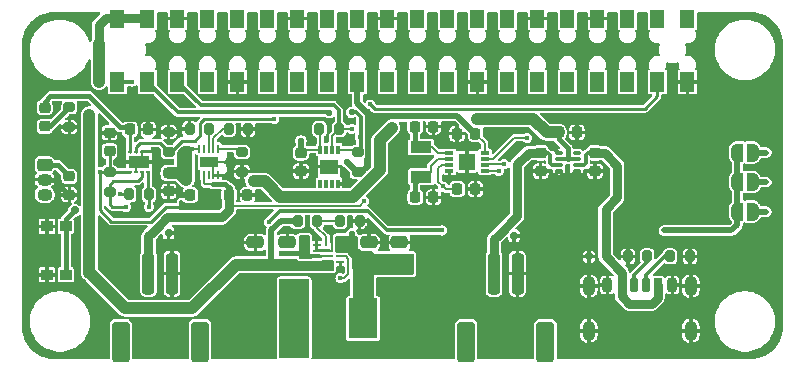
<source format=gbr>
%TF.GenerationSoftware,KiCad,Pcbnew,8.0.4*%
%TF.CreationDate,2024-08-29T10:26:41+02:00*%
%TF.ProjectId,soleil_powerpack,736f6c65-696c-45f7-906f-776572706163,rev?*%
%TF.SameCoordinates,Original*%
%TF.FileFunction,Copper,L1,Top*%
%TF.FilePolarity,Positive*%
%FSLAX46Y46*%
G04 Gerber Fmt 4.6, Leading zero omitted, Abs format (unit mm)*
G04 Created by KiCad (PCBNEW 8.0.4) date 2024-08-29 10:26:41*
%MOMM*%
%LPD*%
G01*
G04 APERTURE LIST*
G04 Aperture macros list*
%AMRoundRect*
0 Rectangle with rounded corners*
0 $1 Rounding radius*
0 $2 $3 $4 $5 $6 $7 $8 $9 X,Y pos of 4 corners*
0 Add a 4 corners polygon primitive as box body*
4,1,4,$2,$3,$4,$5,$6,$7,$8,$9,$2,$3,0*
0 Add four circle primitives for the rounded corners*
1,1,$1+$1,$2,$3*
1,1,$1+$1,$4,$5*
1,1,$1+$1,$6,$7*
1,1,$1+$1,$8,$9*
0 Add four rect primitives between the rounded corners*
20,1,$1+$1,$2,$3,$4,$5,0*
20,1,$1+$1,$4,$5,$6,$7,0*
20,1,$1+$1,$6,$7,$8,$9,0*
20,1,$1+$1,$8,$9,$2,$3,0*%
%AMFreePoly0*
4,1,19,0.500000,-0.750000,0.000000,-0.750000,0.000000,-0.744911,-0.071157,-0.744911,-0.207708,-0.704816,-0.327430,-0.627875,-0.420627,-0.520320,-0.479746,-0.390866,-0.500000,-0.250000,-0.500000,0.250000,-0.479746,0.390866,-0.420627,0.520320,-0.327430,0.627875,-0.207708,0.704816,-0.071157,0.744911,0.000000,0.744911,0.000000,0.750000,0.500000,0.750000,0.500000,-0.750000,0.500000,-0.750000,
$1*%
%AMFreePoly1*
4,1,19,0.000000,0.744911,0.071157,0.744911,0.207708,0.704816,0.327430,0.627875,0.420627,0.520320,0.479746,0.390866,0.500000,0.250000,0.500000,-0.250000,0.479746,-0.390866,0.420627,-0.520320,0.327430,-0.627875,0.207708,-0.704816,0.071157,-0.744911,0.000000,-0.744911,0.000000,-0.750000,-0.500000,-0.750000,-0.500000,0.750000,0.000000,0.750000,0.000000,0.744911,0.000000,0.744911,
$1*%
G04 Aperture macros list end*
%TA.AperFunction,SMDPad,CuDef*%
%ADD10RoundRect,0.150000X0.150000X0.200000X-0.150000X0.200000X-0.150000X-0.200000X0.150000X-0.200000X0*%
%TD*%
%TA.AperFunction,SMDPad,CuDef*%
%ADD11FreePoly0,0.000000*%
%TD*%
%TA.AperFunction,SMDPad,CuDef*%
%ADD12FreePoly1,0.000000*%
%TD*%
%TA.AperFunction,ComponentPad*%
%ADD13RoundRect,0.249900X-0.400100X0.275100X-0.400100X-0.275100X0.400100X-0.275100X0.400100X0.275100X0*%
%TD*%
%TA.AperFunction,ComponentPad*%
%ADD14O,1.300000X1.050000*%
%TD*%
%TA.AperFunction,SMDPad,CuDef*%
%ADD15RoundRect,0.225000X-0.225000X-0.250000X0.225000X-0.250000X0.225000X0.250000X-0.225000X0.250000X0*%
%TD*%
%TA.AperFunction,SMDPad,CuDef*%
%ADD16RoundRect,0.218750X0.256250X-0.218750X0.256250X0.218750X-0.256250X0.218750X-0.256250X-0.218750X0*%
%TD*%
%TA.AperFunction,SMDPad,CuDef*%
%ADD17RoundRect,0.250000X0.475000X-0.250000X0.475000X0.250000X-0.475000X0.250000X-0.475000X-0.250000X0*%
%TD*%
%TA.AperFunction,SMDPad,CuDef*%
%ADD18RoundRect,0.200000X0.200000X0.275000X-0.200000X0.275000X-0.200000X-0.275000X0.200000X-0.275000X0*%
%TD*%
%TA.AperFunction,SMDPad,CuDef*%
%ADD19RoundRect,0.225000X-0.250000X0.225000X-0.250000X-0.225000X0.250000X-0.225000X0.250000X0.225000X0*%
%TD*%
%TA.AperFunction,SMDPad,CuDef*%
%ADD20R,1.270000X1.680000*%
%TD*%
%TA.AperFunction,SMDPad,CuDef*%
%ADD21R,1.270000X1.500000*%
%TD*%
%TA.AperFunction,SMDPad,CuDef*%
%ADD22R,0.750000X0.300000*%
%TD*%
%TA.AperFunction,SMDPad,CuDef*%
%ADD23R,1.360000X1.460000*%
%TD*%
%TA.AperFunction,SMDPad,CuDef*%
%ADD24RoundRect,0.200000X0.275000X-0.200000X0.275000X0.200000X-0.275000X0.200000X-0.275000X-0.200000X0*%
%TD*%
%TA.AperFunction,SMDPad,CuDef*%
%ADD25RoundRect,0.200000X-0.275000X0.200000X-0.275000X-0.200000X0.275000X-0.200000X0.275000X0.200000X0*%
%TD*%
%TA.AperFunction,SMDPad,CuDef*%
%ADD26R,2.413000X3.429000*%
%TD*%
%TA.AperFunction,SMDPad,CuDef*%
%ADD27RoundRect,0.150000X-0.150000X-0.200000X0.150000X-0.200000X0.150000X0.200000X-0.150000X0.200000X0*%
%TD*%
%TA.AperFunction,SMDPad,CuDef*%
%ADD28RoundRect,0.050000X-0.285000X-0.100000X0.285000X-0.100000X0.285000X0.100000X-0.285000X0.100000X0*%
%TD*%
%TA.AperFunction,SMDPad,CuDef*%
%ADD29RoundRect,0.200000X-0.200000X-0.275000X0.200000X-0.275000X0.200000X0.275000X-0.200000X0.275000X0*%
%TD*%
%TA.AperFunction,SMDPad,CuDef*%
%ADD30R,0.300000X0.750000*%
%TD*%
%TA.AperFunction,SMDPad,CuDef*%
%ADD31R,1.500000X1.300000*%
%TD*%
%TA.AperFunction,SMDPad,CuDef*%
%ADD32RoundRect,0.225000X0.225000X0.250000X-0.225000X0.250000X-0.225000X-0.250000X0.225000X-0.250000X0*%
%TD*%
%TA.AperFunction,SMDPad,CuDef*%
%ADD33RoundRect,0.175000X-0.175000X-0.425000X0.175000X-0.425000X0.175000X0.425000X-0.175000X0.425000X0*%
%TD*%
%TA.AperFunction,SMDPad,CuDef*%
%ADD34RoundRect,0.190000X0.190000X0.410000X-0.190000X0.410000X-0.190000X-0.410000X0.190000X-0.410000X0*%
%TD*%
%TA.AperFunction,SMDPad,CuDef*%
%ADD35RoundRect,0.200000X0.200000X0.400000X-0.200000X0.400000X-0.200000X-0.400000X0.200000X-0.400000X0*%
%TD*%
%TA.AperFunction,SMDPad,CuDef*%
%ADD36RoundRect,0.175000X0.175000X0.425000X-0.175000X0.425000X-0.175000X-0.425000X0.175000X-0.425000X0*%
%TD*%
%TA.AperFunction,SMDPad,CuDef*%
%ADD37RoundRect,0.190000X-0.190000X-0.410000X0.190000X-0.410000X0.190000X0.410000X-0.190000X0.410000X0*%
%TD*%
%TA.AperFunction,SMDPad,CuDef*%
%ADD38RoundRect,0.200000X-0.200000X-0.400000X0.200000X-0.400000X0.200000X0.400000X-0.200000X0.400000X0*%
%TD*%
%TA.AperFunction,ComponentPad*%
%ADD39O,1.100000X1.700000*%
%TD*%
%TA.AperFunction,SMDPad,CuDef*%
%ADD40R,0.304800X0.254000*%
%TD*%
%TA.AperFunction,SMDPad,CuDef*%
%ADD41R,1.800000X1.040000*%
%TD*%
%TA.AperFunction,SMDPad,CuDef*%
%ADD42R,0.711200X0.254000*%
%TD*%
%TA.AperFunction,SMDPad,CuDef*%
%ADD43R,0.254000X0.711200*%
%TD*%
%TA.AperFunction,SMDPad,CuDef*%
%ADD44R,0.700000X0.250000*%
%TD*%
%TA.AperFunction,SMDPad,CuDef*%
%ADD45RoundRect,0.225000X0.250000X-0.225000X0.250000X0.225000X-0.250000X0.225000X-0.250000X-0.225000X0*%
%TD*%
%TA.AperFunction,SMDPad,CuDef*%
%ADD46FreePoly0,180.000000*%
%TD*%
%TA.AperFunction,SMDPad,CuDef*%
%ADD47FreePoly1,180.000000*%
%TD*%
%TA.AperFunction,SMDPad,CuDef*%
%ADD48R,1.000000X0.900000*%
%TD*%
%TA.AperFunction,SMDPad,CuDef*%
%ADD49RoundRect,0.250000X-0.250000X-1.500000X0.250000X-1.500000X0.250000X1.500000X-0.250000X1.500000X0*%
%TD*%
%TA.AperFunction,SMDPad,CuDef*%
%ADD50RoundRect,0.250001X-0.499999X-1.449999X0.499999X-1.449999X0.499999X1.449999X-0.499999X1.449999X0*%
%TD*%
%TA.AperFunction,SMDPad,CuDef*%
%ADD51R,1.800000X1.000000*%
%TD*%
%TA.AperFunction,SMDPad,CuDef*%
%ADD52R,0.203200X0.660400*%
%TD*%
%TA.AperFunction,SMDPad,CuDef*%
%ADD53R,1.500000X0.900000*%
%TD*%
%TA.AperFunction,ViaPad*%
%ADD54C,0.600000*%
%TD*%
%TA.AperFunction,ViaPad*%
%ADD55C,0.450000*%
%TD*%
%TA.AperFunction,ViaPad*%
%ADD56C,0.550000*%
%TD*%
%TA.AperFunction,ViaPad*%
%ADD57C,0.800000*%
%TD*%
%TA.AperFunction,ViaPad*%
%ADD58C,0.700000*%
%TD*%
%TA.AperFunction,Conductor*%
%ADD59C,0.400000*%
%TD*%
%TA.AperFunction,Conductor*%
%ADD60C,0.200000*%
%TD*%
%TA.AperFunction,Conductor*%
%ADD61C,0.175000*%
%TD*%
%TA.AperFunction,Conductor*%
%ADD62C,0.500000*%
%TD*%
%TA.AperFunction,Conductor*%
%ADD63C,0.800000*%
%TD*%
%TA.AperFunction,Conductor*%
%ADD64C,0.600000*%
%TD*%
%TA.AperFunction,Conductor*%
%ADD65C,0.300000*%
%TD*%
%TA.AperFunction,Conductor*%
%ADD66C,0.250000*%
%TD*%
%TA.AperFunction,Conductor*%
%ADD67C,1.500000*%
%TD*%
%TA.AperFunction,Conductor*%
%ADD68C,1.750000*%
%TD*%
%TA.AperFunction,Conductor*%
%ADD69C,1.000000*%
%TD*%
G04 APERTURE END LIST*
D10*
%TO.P,D3,1,K*%
%TO.N,VDC*%
X158050000Y-69250000D03*
%TO.P,D3,2,A*%
%TO.N,GND*%
X159450000Y-69250000D03*
%TD*%
D11*
%TO.P,JP1,1,A*%
%TO.N,/~{POWER_ON}*%
X178350000Y-62200000D03*
D12*
%TO.P,JP1,2,B*%
%TO.N,/~{RTC_ALARM}*%
X179650000Y-62200000D03*
%TD*%
D13*
%TO.P,U5,1,VCC*%
%TO.N,+4V*%
X119700000Y-63230000D03*
D14*
%TO.P,U5,2,GND*%
%TO.N,GND*%
X119700000Y-64500000D03*
%TO.P,U5,3,OUT*%
%TO.N,Net-(JP2-A)*%
X119700000Y-65770000D03*
%TD*%
D15*
%TO.P,C17,1*%
%TO.N,+BATT*%
X135325000Y-65800000D03*
%TO.P,C17,2*%
%TO.N,GND*%
X136875000Y-65800000D03*
%TD*%
D16*
%TO.P,D2,1,K*%
%TO.N,Net-(D2-K)*%
X119700000Y-59987500D03*
%TO.P,D2,2,A*%
%TO.N,Net-(D2-A)*%
X119700000Y-58412500D03*
%TD*%
D17*
%TO.P,C14,1*%
%TO.N,+5V*%
X137550000Y-71700000D03*
%TO.P,C14,2*%
%TO.N,GND*%
X137550000Y-69800000D03*
%TD*%
D18*
%TO.P,R13,1*%
%TO.N,Net-(U7-ISET)*%
X133625000Y-60200000D03*
%TO.P,R13,2*%
%TO.N,GND*%
X131975000Y-60200000D03*
%TD*%
D19*
%TO.P,C7,1*%
%TO.N,VBUS*%
X166300000Y-62225000D03*
%TO.P,C7,2*%
%TO.N,GND*%
X166300000Y-63775000D03*
%TD*%
D20*
%TO.P,J2,1,3V3*%
%TO.N,+3V3*%
X125870000Y-56220000D03*
D21*
%TO.P,J2,2,5V*%
%TO.N,+5V*%
X125870000Y-50860000D03*
D20*
%TO.P,J2,3,SDA/GPIO2*%
%TO.N,/I2C2_SDA*%
X128410000Y-56220000D03*
D21*
%TO.P,J2,4,5V*%
%TO.N,+5V*%
X128410000Y-50860000D03*
D20*
%TO.P,J2,5,SCL/GPIO3*%
%TO.N,/I2C2_SCL*%
X130950000Y-56220000D03*
D21*
%TO.P,J2,6,GND*%
%TO.N,GND*%
X130950000Y-50860000D03*
D20*
%TO.P,J2,7,GCLK0/GPIO4*%
%TO.N,unconnected-(J2-GCLK0{slash}GPIO4-Pad7)*%
X133490000Y-56220000D03*
D21*
%TO.P,J2,8,GPIO14/TXD*%
%TO.N,unconnected-(J2-GPIO14{slash}TXD-Pad8)*%
X133490000Y-50860000D03*
D20*
%TO.P,J2,9,GND*%
%TO.N,GND*%
X136030000Y-56220000D03*
D21*
%TO.P,J2,10,GPIO15/RXD*%
%TO.N,unconnected-(J2-GPIO15{slash}RXD-Pad10)*%
X136030000Y-50860000D03*
D20*
%TO.P,J2,11,GPIO17*%
%TO.N,unconnected-(J2-GPIO17-Pad11)*%
X138570000Y-56220000D03*
D21*
%TO.P,J2,12,GPIO18/PWM0*%
%TO.N,unconnected-(J2-GPIO18{slash}PWM0-Pad12)*%
X138570000Y-50860000D03*
D20*
%TO.P,J2,13,GPIO27*%
%TO.N,unconnected-(J2-GPIO27-Pad13)*%
X141110000Y-56220000D03*
D21*
%TO.P,J2,14,GND*%
%TO.N,GND*%
X141110000Y-50860000D03*
D20*
%TO.P,J2,15,GPIO22*%
%TO.N,unconnected-(J2-GPIO22-Pad15)*%
X143650000Y-56220000D03*
D21*
%TO.P,J2,16,GPIO23*%
%TO.N,unconnected-(J2-GPIO23-Pad16)*%
X143650000Y-50860000D03*
D20*
%TO.P,J2,17,3V3*%
%TO.N,+3V3*%
X146190000Y-56220000D03*
D21*
%TO.P,J2,18,GPIO24*%
%TO.N,unconnected-(J2-GPIO24-Pad18)*%
X146190000Y-50860000D03*
D20*
%TO.P,J2,19,MOSI0/GPIO10*%
%TO.N,unconnected-(J2-MOSI0{slash}GPIO10-Pad19)*%
X148730000Y-56220000D03*
D21*
%TO.P,J2,20,GND*%
%TO.N,GND*%
X148730000Y-50860000D03*
D20*
%TO.P,J2,21,MISO0/GPIO9*%
%TO.N,unconnected-(J2-MISO0{slash}GPIO9-Pad21)*%
X151270000Y-56220000D03*
D21*
%TO.P,J2,22,GPIO25*%
%TO.N,unconnected-(J2-GPIO25-Pad22)*%
X151270000Y-50860000D03*
D20*
%TO.P,J2,23,SCLK0/GPIO11*%
%TO.N,unconnected-(J2-SCLK0{slash}GPIO11-Pad23)*%
X153810000Y-56220000D03*
D21*
%TO.P,J2,24,~{CE0}/GPIO8*%
%TO.N,unconnected-(J2-~{CE0}{slash}GPIO8-Pad24)*%
X153810000Y-50860000D03*
D20*
%TO.P,J2,25,GND*%
%TO.N,GND*%
X156350000Y-56220000D03*
D21*
%TO.P,J2,26,~{CE1}/GPIO7*%
%TO.N,unconnected-(J2-~{CE1}{slash}GPIO7-Pad26)*%
X156350000Y-50860000D03*
D20*
%TO.P,J2,27,ID_SD/GPIO0*%
%TO.N,unconnected-(J2-ID_SD{slash}GPIO0-Pad27)*%
X158890000Y-56220000D03*
D21*
%TO.P,J2,28,ID_SC/GPIO1*%
%TO.N,unconnected-(J2-ID_SC{slash}GPIO1-Pad28)*%
X158890000Y-50860000D03*
D20*
%TO.P,J2,29,GCLK1/GPIO5*%
%TO.N,unconnected-(J2-GCLK1{slash}GPIO5-Pad29)*%
X161430000Y-56220000D03*
D21*
%TO.P,J2,30,GND*%
%TO.N,GND*%
X161430000Y-50860000D03*
D20*
%TO.P,J2,31,GCLK2/GPIO6*%
%TO.N,unconnected-(J2-GCLK2{slash}GPIO6-Pad31)*%
X163970000Y-56220000D03*
D21*
%TO.P,J2,32,PWM0/GPIO12*%
%TO.N,unconnected-(J2-PWM0{slash}GPIO12-Pad32)*%
X163970000Y-50860000D03*
D20*
%TO.P,J2,33,PWM1/GPIO13*%
%TO.N,unconnected-(J2-PWM1{slash}GPIO13-Pad33)*%
X166510000Y-56220000D03*
D21*
%TO.P,J2,34,GND*%
%TO.N,GND*%
X166510000Y-50860000D03*
D20*
%TO.P,J2,35,GPIO19/MISO1*%
%TO.N,unconnected-(J2-GPIO19{slash}MISO1-Pad35)*%
X169050000Y-56220000D03*
D21*
%TO.P,J2,36,GPIO16*%
%TO.N,unconnected-(J2-GPIO16-Pad36)*%
X169050000Y-50860000D03*
D20*
%TO.P,J2,37,GPIO26*%
%TO.N,/POWER_OFF*%
X171590000Y-56220000D03*
D21*
%TO.P,J2,38,GPIO20/MOSI1*%
%TO.N,unconnected-(J2-GPIO20{slash}MOSI1-Pad38)*%
X171590000Y-50860000D03*
D20*
%TO.P,J2,39,GND*%
%TO.N,GND*%
X174130000Y-56220000D03*
D21*
%TO.P,J2,40,GPIO21/SCLK1*%
%TO.N,unconnected-(J2-GPIO21{slash}SCLK1-Pad40)*%
X174130000Y-50860000D03*
%TD*%
D22*
%TO.P,U1,1,X1*%
%TO.N,Net-(U1-X1)*%
X153975000Y-62225000D03*
%TO.P,U1,2,X2*%
%TO.N,Net-(U1-X2)*%
X153975000Y-62725000D03*
%TO.P,U1,3,VBAT*%
%TO.N,+BATT*%
X153975000Y-63225000D03*
%TO.P,U1,4,VSS*%
%TO.N,GND*%
X153975000Y-63725000D03*
%TO.P,U1,5,SDA*%
%TO.N,/I2C2_SDA*%
X156975000Y-63725000D03*
%TO.P,U1,6,SCL*%
%TO.N,/I2C2_SCL*%
X156975000Y-63225000D03*
%TO.P,U1,7,MFP*%
%TO.N,/~{RTC_ALARM}*%
X156975000Y-62725000D03*
%TO.P,U1,8,VCC*%
%TO.N,+3V3*%
X156975000Y-62225000D03*
D23*
%TO.P,U1,9,EP*%
%TO.N,GND*%
X155475000Y-62975000D03*
%TD*%
D24*
%TO.P,R1,1*%
%TO.N,+3V3*%
X146200000Y-63825000D03*
%TO.P,R1,2*%
%TO.N,/I2C2_SDA*%
X146200000Y-62175000D03*
%TD*%
D17*
%TO.P,C13,1*%
%TO.N,+4V*%
X149750000Y-71700000D03*
%TO.P,C13,2*%
%TO.N,GND*%
X149750000Y-69800000D03*
%TD*%
D25*
%TO.P,R8,1*%
%TO.N,GND*%
X130200000Y-60475000D03*
%TO.P,R8,2*%
%TO.N,/POWER_OFF*%
X130200000Y-62125000D03*
%TD*%
D26*
%TO.P,L1,1*%
%TO.N,+4V*%
X146671000Y-76250000D03*
%TO.P,L1,2*%
%TO.N,Net-(L1-Pad2)*%
X140829000Y-76250000D03*
%TD*%
D27*
%TO.P,D1,1,K*%
%TO.N,VBUS*%
X167200000Y-71000000D03*
%TO.P,D1,2,A*%
%TO.N,GND*%
X165800000Y-71000000D03*
%TD*%
D25*
%TO.P,R5,1*%
%TO.N,+4V*%
X125200000Y-63875000D03*
%TO.P,R5,2*%
%TO.N,/~{POWER_ON}*%
X125200000Y-65525000D03*
%TD*%
D28*
%TO.P,U3,1,GND*%
%TO.N,GND*%
X163260000Y-62250000D03*
%TO.P,U3,2,VOUT*%
%TO.N,+6V*%
X163260000Y-62750000D03*
%TO.P,U3,3,VIN1*%
%TO.N,VDC*%
X163260000Y-63250000D03*
%TO.P,U3,4,~{ON}*%
%TO.N,GND*%
X163260000Y-63750000D03*
%TO.P,U3,5,GND*%
X164740000Y-63750000D03*
%TO.P,U3,6,VIN2*%
%TO.N,VBUS*%
X164740000Y-63250000D03*
%TO.P,U3,7,VOUT*%
%TO.N,+6V*%
X164740000Y-62750000D03*
%TO.P,U3,8,ST*%
%TO.N,unconnected-(U3-ST-Pad8)*%
X164740000Y-62250000D03*
%TD*%
D17*
%TO.P,C12,1*%
%TO.N,+4V*%
X147150000Y-71700000D03*
%TO.P,C12,2*%
%TO.N,GND*%
X147150000Y-69800000D03*
%TD*%
D15*
%TO.P,C2,1*%
%TO.N,+BATT*%
X154625000Y-65300000D03*
%TO.P,C2,2*%
%TO.N,GND*%
X156175000Y-65300000D03*
%TD*%
D10*
%TO.P,D4,1,K*%
%TO.N,+BATT*%
X128800000Y-69000000D03*
%TO.P,D4,2,A*%
%TO.N,GND*%
X130200000Y-69000000D03*
%TD*%
D29*
%TO.P,R12,1*%
%TO.N,Net-(U7-ILIM{slash}VSET)*%
X135275000Y-60200000D03*
%TO.P,R12,2*%
%TO.N,GND*%
X136925000Y-60200000D03*
%TD*%
D30*
%TO.P,U4,1,NC*%
%TO.N,unconnected-(U4-NC-Pad1)*%
X143050000Y-64850000D03*
%TO.P,U4,2,NC*%
%TO.N,unconnected-(U4-NC-Pad2)*%
X143550000Y-64850000D03*
%TO.P,U4,3,NC*%
%TO.N,unconnected-(U4-NC-Pad3)*%
X144050000Y-64850000D03*
%TO.P,U4,4,GND*%
%TO.N,GND*%
X144550000Y-64850000D03*
%TO.P,U4,5,SDA*%
%TO.N,/I2C2_SDA*%
X144550000Y-61950000D03*
%TO.P,U4,6,SCL*%
%TO.N,/I2C2_SCL*%
X144050000Y-61950000D03*
%TO.P,U4,7,NC*%
%TO.N,unconnected-(U4-NC-Pad7)*%
X143550000Y-61950000D03*
%TO.P,U4,8,VCC*%
%TO.N,+3V3*%
X143050000Y-61950000D03*
D31*
%TO.P,U4,9,EP*%
%TO.N,GND*%
X143800000Y-63400000D03*
%TD*%
D32*
%TO.P,C16,1*%
%TO.N,+4V*%
X133575000Y-65800000D03*
%TO.P,C16,2*%
%TO.N,GND*%
X132025000Y-65800000D03*
%TD*%
D15*
%TO.P,C6,1*%
%TO.N,Net-(D2-A)*%
X126925000Y-60250000D03*
%TO.P,C6,2*%
%TO.N,GND*%
X128475000Y-60250000D03*
%TD*%
D29*
%TO.P,R4,1*%
%TO.N,Net-(J1-CC2)*%
X172675000Y-71000000D03*
%TO.P,R4,2*%
%TO.N,GND*%
X174325000Y-71000000D03*
%TD*%
D24*
%TO.P,R7,1*%
%TO.N,GND*%
X121800000Y-60025000D03*
%TO.P,R7,2*%
%TO.N,Net-(D2-K)*%
X121800000Y-58375000D03*
%TD*%
D19*
%TO.P,C11,1*%
%TO.N,+4V*%
X121800000Y-64225000D03*
%TO.P,C11,2*%
%TO.N,GND*%
X121800000Y-65775000D03*
%TD*%
D15*
%TO.P,C9,1*%
%TO.N,+6V*%
X163225000Y-60500000D03*
%TO.P,C9,2*%
%TO.N,GND*%
X164775000Y-60500000D03*
%TD*%
D33*
%TO.P,J1,A5,CC1*%
%TO.N,Net-(J1-CC1)*%
X169600000Y-73420000D03*
D34*
%TO.P,J1,A9,VBUS*%
%TO.N,VBUS*%
X171620000Y-73420000D03*
D35*
%TO.P,J1,A12,GND*%
%TO.N,GND*%
X172850000Y-73420000D03*
D36*
%TO.P,J1,B5,CC2*%
%TO.N,Net-(J1-CC2)*%
X170600000Y-73420000D03*
D37*
%TO.P,J1,B9,VBUS*%
%TO.N,VBUS*%
X168580000Y-73420000D03*
D38*
%TO.P,J1,B12,GND*%
%TO.N,GND*%
X167350000Y-73420000D03*
D39*
%TO.P,J1,S1,SHIELD*%
X165780000Y-73500000D03*
X165780000Y-77300000D03*
X174420000Y-73500000D03*
X174420000Y-77300000D03*
%TD*%
D19*
%TO.P,C10,1*%
%TO.N,+3V3*%
X141400000Y-62225000D03*
%TO.P,C10,2*%
%TO.N,GND*%
X141400000Y-63775000D03*
%TD*%
D40*
%TO.P,U2,1,VIN*%
%TO.N,+4V*%
X126949999Y-63850900D03*
%TO.P,U2,2,NC*%
%TO.N,GND*%
X127450000Y-63850900D03*
%TO.P,U2,3,SW*%
%TO.N,/~{POWER_ON}*%
X127950000Y-63850900D03*
%TO.P,U2,4,PG*%
%TO.N,/5V_EN*%
X128450001Y-63850900D03*
%TO.P,U2,5,GND*%
%TO.N,GND*%
X128450001Y-62149100D03*
%TO.P,U2,6,TEST*%
X127950000Y-62149100D03*
%TO.P,U2,7,SHDN*%
%TO.N,/POWER_OFF*%
X127450000Y-62149100D03*
%TO.P,U2,8,VOUT*%
%TO.N,Net-(D2-A)*%
X126949999Y-62149100D03*
D41*
%TO.P,U2,9,EP*%
%TO.N,GND*%
X127700000Y-63000000D03*
%TD*%
D29*
%TO.P,R2,1*%
%TO.N,+3V3*%
X142975000Y-60200000D03*
%TO.P,R2,2*%
%TO.N,/I2C2_SCL*%
X144625000Y-60200000D03*
%TD*%
D42*
%TO.P,U6,1,PGND*%
%TO.N,GND*%
X142746700Y-69999999D03*
%TO.P,U6,2,PGND*%
X142746700Y-70500000D03*
%TO.P,U6,3,SW*%
%TO.N,Net-(L1-Pad2)*%
X142746700Y-71000000D03*
%TO.P,U6,4,OUT*%
%TO.N,+5V*%
X142746700Y-71500001D03*
D43*
%TO.P,U6,5,OUT*%
X143500000Y-71753300D03*
%TO.P,U6,6,OUT*%
X144000000Y-71753300D03*
D42*
%TO.P,U6,7,NC*%
%TO.N,GND*%
X144753300Y-71500001D03*
%TO.P,U6,8,EN*%
%TO.N,/5V_EN*%
X144753300Y-71000000D03*
%TO.P,U6,9,IN*%
%TO.N,+4V*%
X144753300Y-70500000D03*
%TO.P,U6,10,IN*%
X144753300Y-69999999D03*
D43*
%TO.P,U6,11,AGND*%
%TO.N,GND*%
X144000000Y-69746700D03*
%TO.P,U6,12,FB*%
%TO.N,Net-(U6-FB)*%
X143500000Y-69746700D03*
D44*
%TO.P,U6,13,PGND*%
%TO.N,GND*%
X143750000Y-70500000D03*
%TO.P,U6,14,SW*%
%TO.N,Net-(L1-Pad2)*%
X143750000Y-71000000D03*
%TD*%
D11*
%TO.P,JP3,1,A*%
%TO.N,/~{POWER_ON}*%
X178350000Y-67200000D03*
D12*
%TO.P,JP3,2,B*%
%TO.N,Net-(JP3-B)*%
X179650000Y-67200000D03*
%TD*%
D19*
%TO.P,C18,1*%
%TO.N,+6V*%
X130200000Y-63925000D03*
%TO.P,C18,2*%
%TO.N,GND*%
X130200000Y-65475000D03*
%TD*%
D17*
%TO.P,C15,1*%
%TO.N,+5V*%
X140250000Y-71700000D03*
%TO.P,C15,2*%
%TO.N,GND*%
X140250000Y-69800000D03*
%TD*%
D45*
%TO.P,C5,1*%
%TO.N,+4V*%
X125200000Y-62075000D03*
%TO.P,C5,2*%
%TO.N,GND*%
X125200000Y-60525000D03*
%TD*%
D29*
%TO.P,R9,1*%
%TO.N,+5V*%
X141125000Y-68000000D03*
%TO.P,R9,2*%
%TO.N,Net-(U6-FB)*%
X142775000Y-68000000D03*
%TD*%
D46*
%TO.P,JP2,1,A*%
%TO.N,Net-(JP2-A)*%
X179650000Y-64700000D03*
D47*
%TO.P,JP2,2,B*%
%TO.N,/~{POWER_ON}*%
X178350000Y-64700000D03*
%TD*%
D48*
%TO.P,SW1,1,1*%
%TO.N,Net-(JP3-B)*%
X121500000Y-68450000D03*
X121500000Y-72550000D03*
%TO.P,SW1,2,2*%
%TO.N,GND*%
X119900000Y-68450000D03*
X119900000Y-72550000D03*
%TD*%
D49*
%TO.P,J4,1,Pin_1*%
%TO.N,+BATT*%
X128500000Y-72450000D03*
%TO.P,J4,2,Pin_2*%
%TO.N,GND*%
X130500000Y-72450000D03*
D50*
%TO.P,J4,MP*%
%TO.N,N/C*%
X126150000Y-78200000D03*
X132850000Y-78200000D03*
%TD*%
D51*
%TO.P,Y1,1,1*%
%TO.N,Net-(U1-X2)*%
X151600000Y-64250000D03*
%TO.P,Y1,2,2*%
%TO.N,Net-(U1-X1)*%
X151600000Y-61750000D03*
%TD*%
D15*
%TO.P,C4,1*%
%TO.N,Net-(U1-X2)*%
X151075000Y-66000000D03*
%TO.P,C4,2*%
%TO.N,GND*%
X152625000Y-66000000D03*
%TD*%
D19*
%TO.P,C8,1*%
%TO.N,VDC*%
X161700000Y-62225000D03*
%TO.P,C8,2*%
%TO.N,GND*%
X161700000Y-63775000D03*
%TD*%
D49*
%TO.P,J3,1,Pin_1*%
%TO.N,VDC*%
X157750000Y-72450000D03*
%TO.P,J3,2,Pin_2*%
%TO.N,GND*%
X159750000Y-72450000D03*
D50*
%TO.P,J3,MP*%
%TO.N,N/C*%
X155400000Y-78200000D03*
X162100000Y-78200000D03*
%TD*%
D18*
%TO.P,R3,1*%
%TO.N,Net-(J1-CC1)*%
X170732500Y-71000000D03*
%TO.P,R3,2*%
%TO.N,GND*%
X169082500Y-71000000D03*
%TD*%
D29*
%TO.P,R10,1*%
%TO.N,Net-(U6-FB)*%
X144725000Y-68000000D03*
%TO.P,R10,2*%
%TO.N,GND*%
X146375000Y-68000000D03*
%TD*%
D32*
%TO.P,C3,1*%
%TO.N,+3V3*%
X156175000Y-60600000D03*
%TO.P,C3,2*%
%TO.N,GND*%
X154625000Y-60600000D03*
%TD*%
D15*
%TO.P,C1,1*%
%TO.N,Net-(U1-X1)*%
X151075000Y-60000000D03*
%TO.P,C1,2*%
%TO.N,GND*%
X152625000Y-60000000D03*
%TD*%
D18*
%TO.P,R6,1*%
%TO.N,/5V_EN*%
X128525000Y-65750000D03*
%TO.P,R6,2*%
%TO.N,Net-(D2-A)*%
X126875000Y-65750000D03*
%TD*%
D25*
%TO.P,R11,1*%
%TO.N,Net-(U7-TS{slash}MR)*%
X136400000Y-62175000D03*
%TO.P,R11,2*%
%TO.N,GND*%
X136400000Y-63825000D03*
%TD*%
D52*
%TO.P,U7,1,SYS*%
%TO.N,+4V*%
X132799900Y-64130300D03*
%TO.P,U7,2,BAT*%
%TO.N,+BATT*%
X133199950Y-64130300D03*
%TO.P,U7,3,STAT2*%
%TO.N,unconnected-(U7-STAT2-Pad3)*%
X133600000Y-64130300D03*
%TO.P,U7,4,~{CE}*%
%TO.N,GND*%
X134000050Y-64130300D03*
%TO.P,U7,5,GND*%
X134400100Y-64130300D03*
%TO.P,U7,6,TS/MR*%
%TO.N,Net-(U7-TS{slash}MR)*%
X134400100Y-61869700D03*
%TO.P,U7,7,ILIM/VSET*%
%TO.N,Net-(U7-ILIM{slash}VSET)*%
X134000050Y-61869700D03*
%TO.P,U7,8,ISET*%
%TO.N,Net-(U7-ISET)*%
X133600000Y-61869700D03*
%TO.P,U7,9,STAT1*%
%TO.N,unconnected-(U7-STAT1-Pad9)*%
X133199950Y-61869700D03*
%TO.P,U7,10,IN*%
%TO.N,+6V*%
X132799900Y-61869700D03*
D53*
%TO.P,U7,11,EP*%
%TO.N,GND*%
X133600000Y-63000000D03*
%TD*%
D54*
%TO.N,GND*%
X167300000Y-75500000D03*
X172900000Y-75500000D03*
X124400000Y-78500000D03*
X121800000Y-61500000D03*
X136100000Y-61200000D03*
X149800000Y-61700000D03*
X155500000Y-61500000D03*
X162700000Y-61600000D03*
X158200000Y-60600000D03*
X164000000Y-66000000D03*
X159800000Y-78500000D03*
X157700000Y-78500000D03*
X159800000Y-76000000D03*
X157700000Y-76000000D03*
X151700000Y-78500000D03*
X151700000Y-76000000D03*
X148700000Y-76000000D03*
X148700000Y-78500000D03*
X144800000Y-78500000D03*
X144800000Y-76000000D03*
X142800000Y-78500000D03*
X142800000Y-73500000D03*
X142800000Y-76000000D03*
X152500000Y-71700000D03*
X156000000Y-69800000D03*
X147100000Y-68700000D03*
X152500000Y-69800000D03*
X161500000Y-71000000D03*
X166500000Y-60500000D03*
X139500000Y-53500000D03*
X124500000Y-59500000D03*
X134500000Y-53500000D03*
X132000000Y-53500000D03*
X136100000Y-70000000D03*
X126500000Y-59000000D03*
X172500000Y-77500000D03*
X158000000Y-66000000D03*
X170000000Y-66000000D03*
D55*
X129175003Y-66800000D03*
D54*
X180000000Y-57500000D03*
X137500000Y-76000000D03*
X141500000Y-60000000D03*
X152500000Y-53500000D03*
X129500000Y-78500000D03*
D55*
X144750000Y-72200000D03*
D54*
X170000000Y-63500000D03*
X126500000Y-70000000D03*
X133500000Y-70000000D03*
D55*
X158150000Y-64400002D03*
D54*
X164000000Y-71000000D03*
D55*
X135400000Y-63000000D03*
D54*
X156000000Y-67500000D03*
X170100000Y-77500000D03*
X128500000Y-59000000D03*
X130500000Y-70000000D03*
D55*
X145700000Y-59500003D03*
X145700000Y-60900000D03*
D54*
X152500000Y-67500000D03*
X155000000Y-53500000D03*
X170000000Y-60500000D03*
X120000000Y-61500000D03*
X176500000Y-71000000D03*
D55*
X126600000Y-67450003D03*
D54*
X160000000Y-53500000D03*
X176500000Y-57500000D03*
X149500000Y-53500000D03*
X162500000Y-53500000D03*
X147000000Y-53500000D03*
X167700000Y-77500000D03*
X137250000Y-57500000D03*
X120000000Y-70500000D03*
X137500000Y-78500000D03*
X131900000Y-73000000D03*
X129500000Y-53500000D03*
X144500000Y-53500000D03*
X137000000Y-53500000D03*
X166500000Y-66000000D03*
X165000000Y-53500000D03*
X149027225Y-64008732D03*
X134750000Y-57500000D03*
X126500000Y-73000000D03*
X139500000Y-61500000D03*
X157500000Y-53500000D03*
X180000000Y-71000000D03*
X161500000Y-66000000D03*
X167500000Y-53500000D03*
X137500000Y-73500000D03*
D55*
X143800000Y-59525003D03*
D54*
X149000000Y-67500000D03*
X142000000Y-53500000D03*
X139500000Y-63000000D03*
X170000000Y-53500000D03*
D55*
%TO.N,+BATT*%
X146743241Y-66343241D03*
X153425000Y-65075000D03*
D56*
%TO.N,+3V3*%
X141400000Y-61200000D03*
X145300000Y-63000000D03*
D55*
X127100000Y-56200000D03*
D54*
%TO.N,+4V*%
X133600000Y-66800000D03*
D56*
X145700000Y-69800000D03*
X145700000Y-69100000D03*
D55*
X124425000Y-63875000D03*
D54*
X132000000Y-66800000D03*
X132800000Y-66800000D03*
D56*
X145700000Y-70500000D03*
D55*
%TO.N,Net-(D2-A)*%
X126099958Y-65750706D03*
X126100000Y-60059882D03*
D57*
%TO.N,+6V*%
X131700000Y-63300000D03*
X158500000Y-59375000D03*
X138500000Y-64800000D03*
X131700000Y-62200000D03*
X131700000Y-64500000D03*
X149100000Y-60100000D03*
X156300000Y-59375000D03*
X137408565Y-64625000D03*
X157400000Y-59375000D03*
%TO.N,+5V*%
X124300000Y-56200000D03*
X123500000Y-62000000D03*
X124300000Y-53000000D03*
X123500000Y-59000000D03*
X123500000Y-60500000D03*
X124300000Y-54700000D03*
D55*
%TO.N,/POWER_OFF*%
X139150000Y-59375000D03*
X147281233Y-58126637D03*
%TO.N,/I2C2_SDA*%
X158149997Y-63750000D03*
X146400000Y-60900000D03*
D56*
X145700000Y-58800000D03*
X143800000Y-58825000D03*
D55*
%TO.N,/I2C2_SCL*%
X158600000Y-63200000D03*
X145700000Y-60200000D03*
%TO.N,/~{RTC_ALARM}*%
X180800000Y-62200000D03*
X160550000Y-60950000D03*
%TO.N,/~{POWER_ON}*%
X138670406Y-68075000D03*
X172150000Y-68800000D03*
X126600000Y-66800000D03*
X153350000Y-68800000D03*
%TO.N,Net-(JP2-A)*%
X180800000Y-64700000D03*
%TO.N,Net-(L1-Pad2)*%
X139900000Y-73300000D03*
X140500000Y-79200000D03*
X139900000Y-79200000D03*
X141100000Y-78500000D03*
X141100000Y-73300000D03*
X139900000Y-78500000D03*
X140500000Y-74000000D03*
X141700000Y-73300000D03*
X141700000Y-74000000D03*
X141700000Y-70750006D03*
X141100000Y-74000000D03*
X139900000Y-74000000D03*
X141100000Y-70750000D03*
X140500000Y-78500000D03*
X140500000Y-70750000D03*
X141700000Y-78500000D03*
X140500000Y-73300000D03*
X141700000Y-79200000D03*
X141100000Y-79200000D03*
X139900000Y-70750000D03*
X141700000Y-69550000D03*
X141700000Y-70150003D03*
%TO.N,/5V_EN*%
X128525000Y-66800000D03*
X144750000Y-72850003D03*
%TO.N,Net-(JP3-B)*%
X180800000Y-67200000D03*
D58*
X122250000Y-67100000D03*
%TD*%
D59*
%TO.N,Net-(U1-X1)*%
X151075000Y-61225000D02*
X151600000Y-61750000D01*
D60*
X151600000Y-61750000D02*
X152500000Y-61750000D01*
D59*
X151075000Y-60000000D02*
X151075000Y-61225000D01*
D60*
X152500000Y-61750000D02*
X152975000Y-62225000D01*
X152975000Y-62225000D02*
X153975000Y-62225000D01*
D59*
%TO.N,GND*%
X120525000Y-64500000D02*
X121800000Y-65775000D01*
D61*
X134000050Y-64130300D02*
X134000050Y-63400050D01*
X134400100Y-64130300D02*
X134000050Y-64130300D01*
D60*
X127950000Y-62149100D02*
X127950000Y-62750000D01*
D61*
X135400000Y-63000000D02*
X133600000Y-63000000D01*
D60*
X127450000Y-63250000D02*
X127700000Y-63000000D01*
X142746700Y-70500000D02*
X142746700Y-69999999D01*
D62*
X131250000Y-65800000D02*
X132025000Y-65800000D01*
X130200000Y-65475000D02*
X130925000Y-65475000D01*
D61*
X135400000Y-63000000D02*
X135400000Y-63900000D01*
D60*
X143750000Y-70500000D02*
X144000000Y-70500000D01*
X127950000Y-62750000D02*
X127700000Y-63000000D01*
D61*
X135169700Y-64130300D02*
X134400100Y-64130300D01*
D60*
X143750000Y-70500000D02*
X142746700Y-70500000D01*
X144750000Y-71503301D02*
X144753300Y-71500001D01*
X144750000Y-72200000D02*
X144750000Y-71503301D01*
D59*
X119700000Y-64500000D02*
X120525000Y-64500000D01*
D62*
X130925000Y-65475000D02*
X131250000Y-65800000D01*
D61*
X134000050Y-63400050D02*
X133600000Y-63000000D01*
D60*
X144000000Y-70500000D02*
X144000000Y-69746700D01*
D61*
X135400000Y-63900000D02*
X135169700Y-64130300D01*
D60*
X127450000Y-63850900D02*
X127450000Y-63250000D01*
D61*
%TO.N,+BATT*%
X146373982Y-66712500D02*
X135687500Y-66712500D01*
D60*
X133300000Y-64900000D02*
X133950000Y-64900000D01*
D61*
X146743241Y-66343241D02*
X146373982Y-66712500D01*
D60*
X153050000Y-64700000D02*
X153050000Y-63525000D01*
D63*
X130085184Y-67700000D02*
X134700000Y-67700000D01*
X128500000Y-69300000D02*
X128800000Y-69000000D01*
D61*
X135687500Y-66712500D02*
X135325000Y-67075000D01*
D63*
X129200000Y-68600000D02*
X129200000Y-68585184D01*
D60*
X153425000Y-65075000D02*
X153650000Y-65300000D01*
D63*
X129200000Y-68585184D02*
X130085184Y-67700000D01*
X128800000Y-69000000D02*
X129200000Y-68600000D01*
D60*
X153650000Y-65300000D02*
X154625000Y-65300000D01*
D59*
X135000000Y-64900000D02*
X135325000Y-65225000D01*
D61*
X133199950Y-64130300D02*
X133199950Y-64799950D01*
D63*
X128500000Y-72450000D02*
X128500000Y-69300000D01*
D60*
X153350000Y-63225000D02*
X153975000Y-63225000D01*
D63*
X134700000Y-67700000D02*
X135325000Y-67075000D01*
D60*
X153425000Y-65075000D02*
X153050000Y-64700000D01*
X153050000Y-63525000D02*
X153350000Y-63225000D01*
D59*
X133950000Y-64900000D02*
X135000000Y-64900000D01*
D61*
X133199950Y-64799950D02*
X133300000Y-64900000D01*
D64*
X135325000Y-65225000D02*
X135325000Y-65800000D01*
D63*
X135325000Y-67075000D02*
X135325000Y-65800000D01*
D62*
%TO.N,+3V3*%
X147125000Y-63275000D02*
X147125000Y-60025000D01*
X146190000Y-56220000D02*
X146190000Y-58040000D01*
X147125000Y-60025000D02*
X148075000Y-59075000D01*
D60*
X143050000Y-61950000D02*
X141675000Y-61950000D01*
X156975000Y-62225000D02*
X156975000Y-61400000D01*
D62*
X146125000Y-63825000D02*
X145300000Y-63000000D01*
X154650000Y-59075000D02*
X156175000Y-60600000D01*
D65*
X127080000Y-56220000D02*
X127100000Y-56200000D01*
D62*
X148075000Y-59075000D02*
X154650000Y-59075000D01*
D60*
X143050000Y-61950000D02*
X143050000Y-60275000D01*
X156975000Y-61400000D02*
X156175000Y-60600000D01*
X143050000Y-60275000D02*
X142975000Y-60200000D01*
D65*
X125870000Y-56220000D02*
X127080000Y-56220000D01*
D62*
X146200000Y-63825000D02*
X146125000Y-63825000D01*
D60*
X141675000Y-61950000D02*
X141400000Y-62225000D01*
D62*
X141400000Y-61200000D02*
X141400000Y-62225000D01*
X146190000Y-58040000D02*
X147650000Y-59500000D01*
X146200000Y-63825000D02*
X146575000Y-63825000D01*
X146575000Y-63825000D02*
X147125000Y-63275000D01*
D60*
%TO.N,Net-(U1-X2)*%
X152000000Y-64250000D02*
X152400000Y-63850000D01*
X152400000Y-63300000D02*
X152975000Y-62725000D01*
X152975000Y-62725000D02*
X153975000Y-62725000D01*
D59*
X151075000Y-66000000D02*
X151075000Y-64775000D01*
D60*
X151600000Y-64250000D02*
X152000000Y-64250000D01*
D59*
X151075000Y-64775000D02*
X151600000Y-64250000D01*
D60*
X152400000Y-63850000D02*
X152400000Y-63300000D01*
D66*
%TO.N,+4V*%
X124425000Y-63875000D02*
X124400000Y-63900000D01*
X125350000Y-68050000D02*
X128709880Y-68050000D01*
X125200000Y-62075000D02*
X125200000Y-63875000D01*
X126925899Y-63875000D02*
X126949999Y-63850900D01*
X128709880Y-68050000D02*
X129959880Y-66800000D01*
D59*
X120805000Y-63230000D02*
X121800000Y-64225000D01*
D66*
X124425000Y-63875000D02*
X125200000Y-63875000D01*
X124400000Y-63900000D02*
X124400000Y-67100000D01*
X125200000Y-63875000D02*
X126925899Y-63875000D01*
X129959880Y-66800000D02*
X132000000Y-66800000D01*
D59*
X119700000Y-63230000D02*
X120805000Y-63230000D01*
D67*
X146671000Y-72179000D02*
X147150000Y-71700000D01*
D66*
X124400000Y-67100000D02*
X125350000Y-68050000D01*
D68*
X146671000Y-76250000D02*
X146671000Y-72179000D01*
D66*
%TO.N,Net-(D2-A)*%
X126100664Y-65750000D02*
X126875000Y-65750000D01*
D59*
X120200000Y-57400000D02*
X123440118Y-57400000D01*
D66*
X126925000Y-62124101D02*
X126949999Y-62149100D01*
D59*
X119700000Y-58412500D02*
X119700000Y-57900000D01*
X119700000Y-57900000D02*
X120200000Y-57400000D01*
D66*
X126450000Y-60059882D02*
X126640118Y-60250000D01*
D59*
X126734882Y-60059882D02*
X126925000Y-60250000D01*
X126100000Y-60059882D02*
X126734882Y-60059882D01*
D66*
X126099958Y-65750706D02*
X126100664Y-65750000D01*
X126100000Y-60059882D02*
X126450000Y-60059882D01*
X126640118Y-60250000D02*
X126925000Y-60250000D01*
D59*
X123440118Y-57400000D02*
X126100000Y-60059882D01*
D66*
X126925000Y-60250000D02*
X126925000Y-62124101D01*
D63*
%TO.N,VBUS*%
X168580000Y-73420000D02*
X168580000Y-72380000D01*
X169200000Y-75000000D02*
X168580000Y-74380000D01*
D65*
X166300000Y-62225000D02*
X165675000Y-62225000D01*
D63*
X167125000Y-62225000D02*
X166300000Y-62225000D01*
D65*
X165350000Y-63250000D02*
X164740000Y-63250000D01*
D63*
X167200000Y-67000000D02*
X168200000Y-66000000D01*
X171100000Y-75000000D02*
X169200000Y-75000000D01*
X171620000Y-74480000D02*
X171100000Y-75000000D01*
D65*
X165675000Y-62225000D02*
X165500000Y-62400000D01*
X165500000Y-63100000D02*
X165350000Y-63250000D01*
D63*
X168580000Y-74380000D02*
X168580000Y-73420000D01*
X168200000Y-63300000D02*
X167125000Y-62225000D01*
X168580000Y-72380000D02*
X167200000Y-71000000D01*
D65*
X165500000Y-62400000D02*
X165500000Y-63100000D01*
D63*
X171620000Y-73420000D02*
X171620000Y-74480000D01*
X167200000Y-71000000D02*
X167200000Y-67000000D01*
X168200000Y-66000000D02*
X168200000Y-63300000D01*
D65*
%TO.N,VDC*%
X163260000Y-63250000D02*
X162650000Y-63250000D01*
D63*
X159700000Y-63200000D02*
X160675000Y-62225000D01*
X160675000Y-62225000D02*
X161700000Y-62225000D01*
X158050000Y-69235184D02*
X159700000Y-67585184D01*
D65*
X162500000Y-62425000D02*
X162300000Y-62225000D01*
D63*
X157750000Y-69550000D02*
X158050000Y-69250000D01*
X157750000Y-72450000D02*
X157750000Y-69550000D01*
D65*
X162650000Y-63250000D02*
X162500000Y-63100000D01*
X162300000Y-62225000D02*
X161700000Y-62225000D01*
X162500000Y-63100000D02*
X162500000Y-62425000D01*
D63*
X159700000Y-67585184D02*
X159700000Y-63200000D01*
X158050000Y-69250000D02*
X158050000Y-69235184D01*
D62*
%TO.N,+6V*%
X131150000Y-63600000D02*
X130825000Y-63925000D01*
D61*
X132799900Y-61869700D02*
X132310160Y-61869700D01*
D62*
X131939338Y-61870616D02*
X131529384Y-61870616D01*
X131150000Y-62250000D02*
X131150000Y-63600000D01*
X131529384Y-61870616D02*
X131150000Y-62250000D01*
D69*
X139625000Y-65925000D02*
X138500000Y-64800000D01*
X148075000Y-61125000D02*
X148075000Y-63703334D01*
X131700000Y-62200000D02*
X131700000Y-63300000D01*
X131125000Y-63925000D02*
X130200000Y-63925000D01*
X145853334Y-65925000D02*
X139625000Y-65925000D01*
D65*
X164000000Y-62750000D02*
X164740000Y-62750000D01*
D69*
X138325000Y-64625000D02*
X137408565Y-64625000D01*
D59*
X163225000Y-61075000D02*
X164000000Y-61850000D01*
D69*
X161075000Y-59375000D02*
X162200000Y-60500000D01*
X158500000Y-59375000D02*
X161075000Y-59375000D01*
X157400000Y-59375000D02*
X156300000Y-59375000D01*
X158500000Y-59375000D02*
X157400000Y-59375000D01*
D65*
X132309244Y-61870616D02*
X131939338Y-61870616D01*
D69*
X148075000Y-63703334D02*
X145853334Y-65925000D01*
X131700000Y-64500000D02*
X131125000Y-63925000D01*
D59*
X164000000Y-61850000D02*
X164000000Y-62750000D01*
D61*
X132310160Y-61869700D02*
X132309953Y-61869907D01*
D69*
X138500000Y-64800000D02*
X138325000Y-64625000D01*
X149100000Y-60100000D02*
X148075000Y-61125000D01*
D61*
X132309953Y-61869907D02*
X132309244Y-61870616D01*
D59*
X163225000Y-60500000D02*
X163225000Y-61075000D01*
D69*
X131700000Y-63300000D02*
X131700000Y-64500000D01*
X162200000Y-60500000D02*
X163225000Y-60500000D01*
D65*
X163260000Y-62750000D02*
X164000000Y-62750000D01*
D62*
X130825000Y-63925000D02*
X130200000Y-63925000D01*
D69*
%TO.N,+5V*%
X123500000Y-59000000D02*
X123500000Y-60500000D01*
X132200000Y-75400000D02*
X126550000Y-75400000D01*
X124300000Y-54700000D02*
X124300000Y-53000000D01*
D62*
X139700000Y-68000000D02*
X138900000Y-68800000D01*
D69*
X126550000Y-75400000D02*
X123550000Y-72400000D01*
X124300000Y-56200000D02*
X124300000Y-54700000D01*
X135900000Y-71700000D02*
X132200000Y-75400000D01*
D63*
X124300000Y-53000000D02*
X124300000Y-51400000D01*
X124900000Y-50800000D02*
X125870000Y-50800000D01*
D62*
X141125000Y-68000000D02*
X139700000Y-68000000D01*
D69*
X123500000Y-60500000D02*
X123500000Y-72400000D01*
D63*
X124300000Y-51400000D02*
X124900000Y-50800000D01*
D69*
X137550000Y-71700000D02*
X135900000Y-71700000D01*
D63*
X128410000Y-50780000D02*
X125870000Y-50780000D01*
D62*
X138900000Y-68800000D02*
X138900000Y-71700000D01*
D59*
%TO.N,Net-(D2-K)*%
X120187500Y-59987500D02*
X121800000Y-58375000D01*
X119700000Y-59987500D02*
X120187500Y-59987500D01*
D65*
%TO.N,Net-(J1-CC1)*%
X170732500Y-71467500D02*
X170732500Y-71000000D01*
X169600000Y-73420000D02*
X169600000Y-72600000D01*
X169600000Y-72600000D02*
X170732500Y-71467500D01*
%TO.N,Net-(J1-CC2)*%
X170600000Y-72600000D02*
X172200000Y-71000000D01*
X172200000Y-71000000D02*
X172675000Y-71000000D01*
X170600000Y-73420000D02*
X170600000Y-72600000D01*
D66*
%TO.N,/POWER_OFF*%
X132900000Y-60750000D02*
X132900000Y-59701996D01*
X127450000Y-62149100D02*
X127450000Y-61750000D01*
X130200000Y-62125000D02*
X130375000Y-62125000D01*
X171590000Y-57410000D02*
X171590000Y-56220000D01*
X147654596Y-58500000D02*
X170500000Y-58500000D01*
X132450000Y-61200000D02*
X132900000Y-60750000D01*
X170500000Y-58500000D02*
X171590000Y-57410000D01*
X127800000Y-61400000D02*
X129475000Y-61400000D01*
X129475000Y-61400000D02*
X130200000Y-62125000D01*
X132900000Y-59701996D02*
X133226996Y-59375000D01*
X147281233Y-58126637D02*
X147654596Y-58500000D01*
X130375000Y-62125000D02*
X131300000Y-61200000D01*
X133226996Y-59375000D02*
X139150000Y-59375000D01*
X131300000Y-61200000D02*
X132450000Y-61200000D01*
X127450000Y-61750000D02*
X127800000Y-61400000D01*
D65*
%TO.N,/I2C2_SDA*%
X146450000Y-59150000D02*
X146450000Y-61925000D01*
X146100000Y-58800000D02*
X146450000Y-59150000D01*
X128410000Y-56220000D02*
X130990000Y-58800000D01*
D60*
X145975000Y-61950000D02*
X146200000Y-62175000D01*
D65*
X137200000Y-58800000D02*
X143775000Y-58800000D01*
D60*
X144550000Y-61950000D02*
X145975000Y-61950000D01*
X158124997Y-63725000D02*
X156975000Y-63725000D01*
D65*
X143775000Y-58800000D02*
X143800000Y-58825000D01*
X130990000Y-58800000D02*
X137200000Y-58800000D01*
D60*
X158149997Y-63750000D02*
X158124997Y-63725000D01*
D65*
X146450000Y-61925000D02*
X146200000Y-62175000D01*
X145700000Y-58800000D02*
X146100000Y-58800000D01*
%TO.N,/I2C2_SCL*%
X144200000Y-58200000D02*
X144625000Y-58625000D01*
D60*
X144050000Y-60775000D02*
X144625000Y-60200000D01*
D65*
X130950000Y-56220000D02*
X132930000Y-58200000D01*
X132930000Y-58200000D02*
X144200000Y-58200000D01*
D60*
X144050000Y-61950000D02*
X144050000Y-60775000D01*
X144625000Y-60200000D02*
X145700000Y-60200000D01*
X157000000Y-63200000D02*
X156975000Y-63225000D01*
X158600000Y-63200000D02*
X157000000Y-63200000D01*
D65*
X144625000Y-58625000D02*
X144625000Y-60200000D01*
D60*
%TO.N,/~{RTC_ALARM}*%
X160550000Y-60950000D02*
X159450000Y-60950000D01*
D62*
X179650000Y-62200000D02*
X180800000Y-62200000D01*
D60*
X157675000Y-62725000D02*
X156975000Y-62725000D01*
X159450000Y-60950000D02*
X157675000Y-62725000D01*
D62*
%TO.N,/~{POWER_ON}*%
X177850000Y-68800000D02*
X178350000Y-68300000D01*
X172150000Y-68800000D02*
X177850000Y-68800000D01*
D66*
X127580300Y-64650000D02*
X127950000Y-64280300D01*
X125450000Y-66800000D02*
X125200000Y-66550000D01*
X125500000Y-64650000D02*
X127580300Y-64650000D01*
D65*
X153350000Y-68800000D02*
X148700000Y-68800000D01*
D62*
X178350000Y-62200000D02*
X178350000Y-67200000D01*
D66*
X126600000Y-66800000D02*
X125450000Y-66800000D01*
D65*
X147050000Y-67150000D02*
X139595406Y-67150000D01*
D66*
X125200000Y-66550000D02*
X125200000Y-65525000D01*
D65*
X139595406Y-67150000D02*
X138670406Y-68075000D01*
D66*
X127950000Y-64280300D02*
X127950000Y-63850900D01*
X125200000Y-64950000D02*
X125500000Y-64650000D01*
D65*
X148700000Y-68800000D02*
X147050000Y-67150000D01*
D62*
X178350000Y-68300000D02*
X178350000Y-67200000D01*
D66*
X125200000Y-65525000D02*
X125200000Y-64950000D01*
D62*
%TO.N,Net-(JP2-A)*%
X179650000Y-64700000D02*
X180800000Y-64700000D01*
D60*
%TO.N,Net-(L1-Pad2)*%
X142746700Y-71000000D02*
X143750000Y-71000000D01*
%TO.N,/5V_EN*%
X145408900Y-72491100D02*
X145049997Y-72850003D01*
X145200000Y-71000000D02*
X145408900Y-71208900D01*
X145408900Y-71208900D02*
X145408900Y-72491100D01*
D66*
X128450001Y-65675001D02*
X128525000Y-65750000D01*
X128525000Y-66800000D02*
X128525000Y-65750000D01*
X128450001Y-63850900D02*
X128450001Y-65675001D01*
D60*
X144753300Y-71000000D02*
X145200000Y-71000000D01*
X145049997Y-72850003D02*
X144750000Y-72850003D01*
%TO.N,Net-(U6-FB)*%
X142775000Y-68575000D02*
X142775000Y-68000000D01*
X142775000Y-68000000D02*
X144725000Y-68000000D01*
X143500000Y-69300000D02*
X142775000Y-68575000D01*
X143500000Y-69746700D02*
X143500000Y-69300000D01*
D61*
%TO.N,Net-(U7-TS{slash}MR)*%
X134400100Y-61869700D02*
X136094700Y-61869700D01*
X136094700Y-61869700D02*
X136400000Y-62175000D01*
%TO.N,Net-(U7-ILIM{slash}VSET)*%
X134000050Y-61869700D02*
X134000050Y-60999950D01*
X134800000Y-60200000D02*
X135275000Y-60200000D01*
X134000050Y-60999950D02*
X134800000Y-60200000D01*
%TO.N,Net-(U7-ISET)*%
X133600000Y-61869700D02*
X133600000Y-60225000D01*
X133600000Y-60225000D02*
X133625000Y-60200000D01*
D59*
%TO.N,Net-(JP3-B)*%
X121500000Y-68450000D02*
X121500000Y-67850000D01*
X121500000Y-67850000D02*
X122250000Y-67100000D01*
X121500000Y-72550000D02*
X121500000Y-68450000D01*
D62*
X179650000Y-67200000D02*
X180800000Y-67200000D01*
%TD*%
%TA.AperFunction,Conductor*%
%TO.N,Net-(L1-Pad2)*%
G36*
X142059191Y-72918907D02*
G01*
X142095155Y-72968407D01*
X142100000Y-72999000D01*
X142100000Y-79501000D01*
X142081093Y-79559191D01*
X142031593Y-79595155D01*
X142001000Y-79600000D01*
X139649000Y-79600000D01*
X139590809Y-79581093D01*
X139554845Y-79531593D01*
X139550000Y-79501000D01*
X139550000Y-72999000D01*
X139568907Y-72940809D01*
X139618407Y-72904845D01*
X139649000Y-72900000D01*
X142001000Y-72900000D01*
X142059191Y-72918907D01*
G37*
%TD.AperFunction*%
%TD*%
%TA.AperFunction,Conductor*%
%TO.N,Net-(L1-Pad2)*%
G36*
X142068192Y-69207535D02*
G01*
X142082825Y-69213596D01*
X142129351Y-69253333D01*
X142136401Y-69267170D01*
X142142463Y-69281805D01*
X142150000Y-69319691D01*
X142150000Y-70650000D01*
X142179289Y-70679289D01*
X142179292Y-70679293D01*
X142189303Y-70689304D01*
X142201612Y-70704302D01*
X142202233Y-70705231D01*
X142246548Y-70771552D01*
X142312869Y-70815867D01*
X142357331Y-70824711D01*
X142371341Y-70827498D01*
X142371346Y-70827498D01*
X142371352Y-70827500D01*
X142371353Y-70827500D01*
X143051000Y-70827500D01*
X143109191Y-70846407D01*
X143145155Y-70895907D01*
X143150000Y-70926500D01*
X143150000Y-71073501D01*
X143131093Y-71131692D01*
X143081593Y-71167656D01*
X143051000Y-71172501D01*
X142371352Y-71172501D01*
X142371351Y-71172501D01*
X142371341Y-71172502D01*
X142312872Y-71184133D01*
X142312870Y-71184133D01*
X142312869Y-71184134D01*
X142312868Y-71184134D01*
X142303857Y-71187867D01*
X142303324Y-71186582D01*
X142259092Y-71200000D01*
X141369691Y-71200000D01*
X141331805Y-71192463D01*
X141317170Y-71186401D01*
X141270647Y-71146663D01*
X141263596Y-71132824D01*
X141250000Y-71100000D01*
X141250000Y-71000000D01*
X141150001Y-71000000D01*
X140789234Y-71000000D01*
X140779992Y-70999568D01*
X140779267Y-70999500D01*
X140779266Y-70999500D01*
X139720734Y-70999500D01*
X139720733Y-70999500D01*
X139720008Y-70999568D01*
X139710766Y-71000000D01*
X139669691Y-71000000D01*
X139631805Y-70992463D01*
X139617170Y-70986401D01*
X139570647Y-70946663D01*
X139563597Y-70932828D01*
X139557534Y-70918190D01*
X139550000Y-70880308D01*
X139550000Y-70619691D01*
X139557534Y-70581810D01*
X139563596Y-70567173D01*
X139603331Y-70520650D01*
X139617166Y-70513599D01*
X139631810Y-70507534D01*
X139669691Y-70500000D01*
X139710766Y-70500000D01*
X139720008Y-70500432D01*
X139720733Y-70500500D01*
X139720734Y-70500500D01*
X140779267Y-70500500D01*
X140779992Y-70500432D01*
X140789234Y-70500000D01*
X141150001Y-70500000D01*
X141250000Y-70500000D01*
X141250000Y-69319691D01*
X141257534Y-69281810D01*
X141263596Y-69267173D01*
X141303331Y-69220650D01*
X141317166Y-69213599D01*
X141331810Y-69207534D01*
X141369691Y-69200000D01*
X142030309Y-69200000D01*
X142068192Y-69207535D01*
G37*
%TD.AperFunction*%
%TD*%
%TA.AperFunction,Conductor*%
%TO.N,+5V*%
G36*
X139627157Y-71201488D02*
G01*
X139627175Y-71201312D01*
X139627186Y-71201313D01*
X139627204Y-71201195D01*
X139629577Y-71201546D01*
X139629595Y-71201550D01*
X139669691Y-71205500D01*
X139669693Y-71205500D01*
X139710766Y-71205500D01*
X139720361Y-71205276D01*
X139723956Y-71205107D01*
X139728577Y-71205000D01*
X140771423Y-71205000D01*
X140776043Y-71205107D01*
X140779639Y-71205276D01*
X140789234Y-71205500D01*
X141012362Y-71205500D01*
X141070553Y-71224407D01*
X141090109Y-71243211D01*
X141112058Y-71271053D01*
X141137178Y-71302920D01*
X141183701Y-71342658D01*
X141238529Y-71376258D01*
X141242106Y-71377740D01*
X141253152Y-71382316D01*
X141253156Y-71382317D01*
X141253158Y-71382317D01*
X141253164Y-71382320D01*
X141291709Y-71394013D01*
X141291714Y-71394014D01*
X141291713Y-71394014D01*
X141299451Y-71395553D01*
X141329595Y-71401550D01*
X141369691Y-71405500D01*
X141369693Y-71405500D01*
X142259097Y-71405500D01*
X142292233Y-71400583D01*
X142318747Y-71396651D01*
X142353935Y-71385975D01*
X142363354Y-71383617D01*
X142382029Y-71379903D01*
X142401339Y-71378001D01*
X143050993Y-71378001D01*
X143051000Y-71378001D01*
X143083144Y-71375471D01*
X143113737Y-71370626D01*
X143113748Y-71370624D01*
X143113793Y-71370617D01*
X143118281Y-71369854D01*
X143118280Y-71369854D01*
X143118287Y-71369853D01*
X143202383Y-71333909D01*
X143218447Y-71322237D01*
X143276632Y-71303329D01*
X143314522Y-71310865D01*
X143321767Y-71313865D01*
X143321769Y-71313867D01*
X143351827Y-71319845D01*
X143380241Y-71325498D01*
X143380246Y-71325498D01*
X143380252Y-71325500D01*
X143380253Y-71325500D01*
X144098200Y-71325500D01*
X144156391Y-71344407D01*
X144192355Y-71393907D01*
X144197200Y-71424500D01*
X144197200Y-71646749D01*
X144198098Y-71651263D01*
X144200000Y-71670578D01*
X144200000Y-72101000D01*
X144181093Y-72159191D01*
X144131593Y-72195155D01*
X144101000Y-72200000D01*
X136899000Y-72200000D01*
X136840809Y-72181093D01*
X136804845Y-72131593D01*
X136800000Y-72101000D01*
X136800000Y-71299000D01*
X136818907Y-71240809D01*
X136868407Y-71204845D01*
X136899000Y-71200000D01*
X139612054Y-71200000D01*
X139627157Y-71201488D01*
G37*
%TD.AperFunction*%
%TD*%
%TA.AperFunction,Conductor*%
%TO.N,+4V*%
G36*
X146068139Y-69251902D02*
G01*
X146077531Y-69253770D01*
X146113220Y-69268552D01*
X146121179Y-69273870D01*
X146136182Y-69286182D01*
X146206165Y-69356165D01*
X146233942Y-69410682D01*
X146229607Y-69458862D01*
X146227354Y-69465300D01*
X146227353Y-69465306D01*
X146224500Y-69495725D01*
X146224500Y-70104274D01*
X146227353Y-70134694D01*
X146227355Y-70134703D01*
X146272207Y-70262883D01*
X146352845Y-70372144D01*
X146352847Y-70372146D01*
X146352850Y-70372150D01*
X146352853Y-70372152D01*
X146352855Y-70372154D01*
X146462116Y-70452792D01*
X146462117Y-70452792D01*
X146462118Y-70452793D01*
X146590301Y-70497646D01*
X146620725Y-70500499D01*
X146620727Y-70500500D01*
X147309492Y-70500500D01*
X147367683Y-70519407D01*
X147379495Y-70529496D01*
X147503593Y-70653593D01*
X147600000Y-70750000D01*
X150830309Y-70750000D01*
X150868192Y-70757535D01*
X150882825Y-70763596D01*
X150929351Y-70803333D01*
X150936401Y-70817170D01*
X150942463Y-70831805D01*
X150950000Y-70869691D01*
X150950000Y-72430308D01*
X150942463Y-72468197D01*
X150936402Y-72482828D01*
X150896663Y-72529352D01*
X150882830Y-72536401D01*
X150875448Y-72539458D01*
X150868197Y-72542462D01*
X150830309Y-72550000D01*
X146351173Y-72550000D01*
X146331854Y-72548097D01*
X146328794Y-72547488D01*
X146322460Y-72546228D01*
X146286779Y-72531447D01*
X146278820Y-72526129D01*
X146263817Y-72513817D01*
X145738396Y-71988396D01*
X145710619Y-71933879D01*
X145709400Y-71918392D01*
X145709400Y-71169337D01*
X145709399Y-71169335D01*
X145688921Y-71092911D01*
X145688919Y-71092907D01*
X145649360Y-71024389D01*
X145593412Y-70968440D01*
X145384510Y-70759539D01*
X145351464Y-70740460D01*
X145351462Y-70740459D01*
X145315989Y-70719979D01*
X145315986Y-70719978D01*
X145239564Y-70699500D01*
X145233129Y-70698653D01*
X145233291Y-70697416D01*
X145196774Y-70686338D01*
X145196142Y-70687866D01*
X145187133Y-70684134D01*
X145187131Y-70684133D01*
X145187127Y-70684132D01*
X145128658Y-70672501D01*
X145128648Y-70672500D01*
X144399500Y-70672500D01*
X144341309Y-70653593D01*
X144305345Y-70604093D01*
X144300500Y-70573500D01*
X144300500Y-70233561D01*
X144313661Y-70190175D01*
X144312134Y-70189543D01*
X144315863Y-70180535D01*
X144315867Y-70180531D01*
X144327500Y-70122048D01*
X144327500Y-69371352D01*
X144326896Y-69368313D01*
X144327062Y-69366907D01*
X144327023Y-69366508D01*
X144327110Y-69366499D01*
X144334088Y-69307551D01*
X144375622Y-69262622D01*
X144423994Y-69250000D01*
X146048827Y-69250000D01*
X146068139Y-69251902D01*
G37*
%TD.AperFunction*%
%TD*%
%TA.AperFunction,Conductor*%
%TO.N,+3V3*%
G36*
X146995960Y-58444835D02*
G01*
X147007766Y-58454918D01*
X147028013Y-58475165D01*
X147028015Y-58475166D01*
X147148100Y-58536353D01*
X147148104Y-58536354D01*
X147148107Y-58536356D01*
X147214381Y-58546852D01*
X147268897Y-58574629D01*
X147454733Y-58760464D01*
X147454738Y-58760468D01*
X147528953Y-58803316D01*
X147528951Y-58803316D01*
X147528955Y-58803317D01*
X147528957Y-58803318D01*
X147611743Y-58825500D01*
X147611745Y-58825500D01*
X150551347Y-58825500D01*
X150609538Y-58844407D01*
X150630095Y-58864502D01*
X150862447Y-59169464D01*
X150882673Y-59227209D01*
X150865095Y-59285815D01*
X150816426Y-59322896D01*
X150799187Y-59327243D01*
X150716874Y-59340281D01*
X150716872Y-59340281D01*
X150620846Y-59389210D01*
X150575901Y-59400000D01*
X149178935Y-59400000D01*
X149169234Y-59399524D01*
X149168997Y-59399500D01*
X149168994Y-59399500D01*
X149031006Y-59399500D01*
X149031003Y-59399500D01*
X148895672Y-59426420D01*
X148895670Y-59426420D01*
X148768191Y-59479223D01*
X148653457Y-59555885D01*
X148551214Y-59658127D01*
X148550976Y-59658364D01*
X148275048Y-59932423D01*
X148275045Y-59932426D01*
X148275041Y-59932430D01*
X148251554Y-59955759D01*
X148251195Y-59958144D01*
X147530887Y-60678455D01*
X147530880Y-60678464D01*
X147526487Y-60685040D01*
X147526485Y-60685044D01*
X147454223Y-60793191D01*
X147401420Y-60920670D01*
X147401420Y-60920672D01*
X147374500Y-61056004D01*
X147374500Y-63372169D01*
X147355593Y-63430360D01*
X147345504Y-63442173D01*
X147016673Y-63771004D01*
X146962156Y-63798781D01*
X146946669Y-63800000D01*
X146869691Y-63800000D01*
X146831805Y-63792463D01*
X146817170Y-63786401D01*
X146770647Y-63746663D01*
X146763597Y-63732828D01*
X146757534Y-63718190D01*
X146750000Y-63680308D01*
X146750000Y-62707399D01*
X146768907Y-62649208D01*
X146778990Y-62637401D01*
X146803050Y-62613342D01*
X146860646Y-62500304D01*
X146875500Y-62406519D01*
X146875499Y-61943482D01*
X146870266Y-61910438D01*
X146860647Y-61849700D01*
X146860646Y-61849698D01*
X146860646Y-61849696D01*
X146811290Y-61752831D01*
X146800500Y-61707886D01*
X146800500Y-61074987D01*
X146808665Y-61040978D01*
X146807311Y-61040538D01*
X146809718Y-61033127D01*
X146809719Y-61033126D01*
X146830804Y-60900000D01*
X146809719Y-60766874D01*
X146809717Y-60766870D01*
X146807311Y-60759463D01*
X146808664Y-60759023D01*
X146800500Y-60725013D01*
X146800500Y-59103857D01*
X146788673Y-59059718D01*
X146776614Y-59014712D01*
X146730470Y-58934788D01*
X146599023Y-58803341D01*
X146571248Y-58748827D01*
X146570134Y-58737903D01*
X146561216Y-58543920D01*
X146563573Y-58517438D01*
X146566154Y-58506084D01*
X146597486Y-58453534D01*
X146636337Y-58432599D01*
X146647564Y-58429498D01*
X146673914Y-58425928D01*
X146937769Y-58425928D01*
X146995960Y-58444835D01*
G37*
%TD.AperFunction*%
%TD*%
%TA.AperFunction,Conductor*%
%TO.N,+4V*%
G36*
X132554494Y-62344951D02*
G01*
X132615890Y-62385975D01*
X132653767Y-62434024D01*
X132657983Y-62487600D01*
X132655457Y-62500304D01*
X132649500Y-62530251D01*
X132649500Y-63469746D01*
X132649501Y-63469758D01*
X132661132Y-63528227D01*
X132661134Y-63528233D01*
X132686954Y-63566874D01*
X132705448Y-63594552D01*
X132771769Y-63638867D01*
X132823026Y-63649062D01*
X132876409Y-63678959D01*
X132902025Y-63734524D01*
X132900809Y-63765473D01*
X132897850Y-63780346D01*
X132897850Y-64480246D01*
X132897851Y-64480258D01*
X132910047Y-64541567D01*
X132911950Y-64560882D01*
X132911950Y-64762034D01*
X132911950Y-64837866D01*
X132931577Y-64911114D01*
X132931578Y-64911116D01*
X132931579Y-64911119D01*
X132969489Y-64976781D01*
X132969493Y-64976786D01*
X133026177Y-65033471D01*
X133041907Y-65053970D01*
X133059540Y-65084511D01*
X133115489Y-65140460D01*
X133115491Y-65140461D01*
X133184007Y-65180019D01*
X133184011Y-65180021D01*
X133260435Y-65200499D01*
X133260437Y-65200500D01*
X133260438Y-65200500D01*
X133644443Y-65200500D01*
X133698070Y-65217924D01*
X133698468Y-65217236D01*
X133701706Y-65219105D01*
X133702634Y-65219407D01*
X133704014Y-65220438D01*
X133704087Y-65220480D01*
X133795413Y-65273207D01*
X133897273Y-65300500D01*
X134592799Y-65300500D01*
X134650990Y-65319407D01*
X134686954Y-65368907D01*
X134690580Y-65414987D01*
X134674500Y-65516509D01*
X134674500Y-66083490D01*
X134690281Y-66183126D01*
X134713709Y-66229105D01*
X134724500Y-66274051D01*
X134724500Y-66785257D01*
X134705593Y-66843448D01*
X134695504Y-66855261D01*
X134480261Y-67070504D01*
X134425744Y-67098281D01*
X134410257Y-67099500D01*
X131199000Y-67099500D01*
X131140809Y-67080593D01*
X131104845Y-67031093D01*
X131100000Y-67000500D01*
X131100000Y-66349500D01*
X131118907Y-66291309D01*
X131168407Y-66255345D01*
X131199000Y-66250500D01*
X131363942Y-66250500D01*
X131422133Y-66269407D01*
X131446109Y-66297480D01*
X131446890Y-66296914D01*
X131451468Y-66303215D01*
X131451470Y-66303217D01*
X131451472Y-66303220D01*
X131546780Y-66398528D01*
X131546782Y-66398529D01*
X131666867Y-66459716D01*
X131666869Y-66459716D01*
X131666874Y-66459719D01*
X131742541Y-66471703D01*
X131766510Y-66475500D01*
X131766512Y-66475500D01*
X132283490Y-66475500D01*
X132304885Y-66472111D01*
X132383126Y-66459719D01*
X132503220Y-66398528D01*
X132598528Y-66303220D01*
X132659719Y-66183126D01*
X132675500Y-66083488D01*
X132675500Y-65516512D01*
X132659719Y-65416874D01*
X132659716Y-65416869D01*
X132659716Y-65416867D01*
X132598529Y-65296782D01*
X132598528Y-65296780D01*
X132503220Y-65201472D01*
X132503217Y-65201470D01*
X132383132Y-65140283D01*
X132383127Y-65140281D01*
X132383126Y-65140281D01*
X132350617Y-65135132D01*
X132287777Y-65125179D01*
X132233261Y-65097401D01*
X132205484Y-65042884D01*
X132215056Y-64982452D01*
X132233261Y-64957395D01*
X132244114Y-64946543D01*
X132320775Y-64831811D01*
X132373580Y-64704329D01*
X132400500Y-64568994D01*
X132400500Y-64431006D01*
X132400500Y-63231007D01*
X132400500Y-62427270D01*
X132419407Y-62369079D01*
X132468907Y-62333115D01*
X132530093Y-62333115D01*
X132554494Y-62344951D01*
G37*
%TD.AperFunction*%
%TD*%
%TA.AperFunction,Conductor*%
%TO.N,GND*%
G36*
X124369447Y-50319407D02*
G01*
X124405411Y-50368907D01*
X124405411Y-50430093D01*
X124381260Y-50469504D01*
X123931286Y-50919478D01*
X123931284Y-50919480D01*
X123931283Y-50919479D01*
X123819483Y-51031280D01*
X123819477Y-51031288D01*
X123811377Y-51045319D01*
X123811376Y-51045320D01*
X123740425Y-51168209D01*
X123740423Y-51168213D01*
X123740423Y-51168215D01*
X123699499Y-51320943D01*
X123699499Y-51320945D01*
X123699499Y-51487031D01*
X123699500Y-51487044D01*
X123699500Y-52607813D01*
X123682818Y-52662811D01*
X123679225Y-52668188D01*
X123633116Y-52779505D01*
X123593379Y-52826031D01*
X123533884Y-52840314D01*
X123477356Y-52816899D01*
X123448208Y-52774317D01*
X123360069Y-52522430D01*
X123235776Y-52264332D01*
X123083365Y-52021772D01*
X122904757Y-51797805D01*
X122702195Y-51595243D01*
X122478227Y-51416634D01*
X122420720Y-51380500D01*
X122235667Y-51264223D01*
X121977568Y-51139930D01*
X121977569Y-51139930D01*
X121707185Y-51045318D01*
X121427896Y-50981573D01*
X121143234Y-50949500D01*
X121143233Y-50949500D01*
X120856767Y-50949500D01*
X120856765Y-50949500D01*
X120572103Y-50981573D01*
X120292814Y-51045318D01*
X120022430Y-51139930D01*
X119764332Y-51264223D01*
X119521772Y-51416634D01*
X119297806Y-51595242D01*
X119095242Y-51797806D01*
X118916634Y-52021772D01*
X118764223Y-52264332D01*
X118639930Y-52522430D01*
X118545318Y-52792814D01*
X118481573Y-53072103D01*
X118449500Y-53356765D01*
X118449500Y-53643234D01*
X118481573Y-53927896D01*
X118545318Y-54207185D01*
X118639930Y-54477569D01*
X118764223Y-54735667D01*
X118916634Y-54978227D01*
X119095243Y-55202195D01*
X119297805Y-55404757D01*
X119521773Y-55583366D01*
X119643052Y-55659570D01*
X119764332Y-55735776D01*
X119818588Y-55761904D01*
X120022428Y-55860068D01*
X120022431Y-55860069D01*
X120022430Y-55860069D01*
X120292814Y-55954681D01*
X120292817Y-55954681D01*
X120292818Y-55954682D01*
X120572102Y-56018426D01*
X120856767Y-56050500D01*
X120856768Y-56050500D01*
X121143232Y-56050500D01*
X121143233Y-56050500D01*
X121427898Y-56018426D01*
X121707182Y-55954682D01*
X121977572Y-55860068D01*
X122235669Y-55735775D01*
X122478227Y-55583366D01*
X122702195Y-55404757D01*
X122904757Y-55202195D01*
X123083366Y-54978227D01*
X123235775Y-54735669D01*
X123360068Y-54477572D01*
X123369892Y-54449497D01*
X123407056Y-54343290D01*
X123444121Y-54294610D01*
X123502722Y-54277013D01*
X123560473Y-54297221D01*
X123595317Y-54347516D01*
X123599500Y-54375988D01*
X123599500Y-56268995D01*
X123626420Y-56404327D01*
X123626420Y-56404329D01*
X123679222Y-56531806D01*
X123679228Y-56531817D01*
X123755885Y-56646541D01*
X123853458Y-56744114D01*
X123968182Y-56820771D01*
X123968193Y-56820777D01*
X124015283Y-56840282D01*
X124095672Y-56873580D01*
X124231007Y-56900500D01*
X124231008Y-56900500D01*
X124368992Y-56900500D01*
X124368993Y-56900500D01*
X124504328Y-56873580D01*
X124631811Y-56820775D01*
X124746542Y-56744114D01*
X124844114Y-56646542D01*
X124853185Y-56632966D01*
X124901233Y-56595086D01*
X124962371Y-56592684D01*
X125013246Y-56626676D01*
X125034424Y-56684079D01*
X125034500Y-56687967D01*
X125034500Y-57079746D01*
X125034501Y-57079758D01*
X125046132Y-57138227D01*
X125046134Y-57138233D01*
X125056729Y-57154089D01*
X125090448Y-57204552D01*
X125156769Y-57248867D01*
X125201231Y-57257711D01*
X125215241Y-57260498D01*
X125215246Y-57260498D01*
X125215252Y-57260500D01*
X125215253Y-57260500D01*
X126524747Y-57260500D01*
X126524748Y-57260500D01*
X126583231Y-57248867D01*
X126649552Y-57204552D01*
X126693867Y-57138231D01*
X126705500Y-57079748D01*
X126705500Y-56669500D01*
X126724407Y-56611309D01*
X126773907Y-56575345D01*
X126804500Y-56570500D01*
X126866134Y-56570500D01*
X126911078Y-56581289D01*
X126966874Y-56609719D01*
X127100000Y-56630804D01*
X127233126Y-56609719D01*
X127353220Y-56548528D01*
X127405498Y-56496249D01*
X127460013Y-56468474D01*
X127520445Y-56478045D01*
X127563710Y-56521310D01*
X127574500Y-56566255D01*
X127574500Y-57079746D01*
X127574501Y-57079758D01*
X127586132Y-57138227D01*
X127586134Y-57138233D01*
X127596729Y-57154089D01*
X127630448Y-57204552D01*
X127696769Y-57248867D01*
X127741231Y-57257711D01*
X127755241Y-57260498D01*
X127755246Y-57260498D01*
X127755252Y-57260500D01*
X128913810Y-57260500D01*
X128972001Y-57279407D01*
X128983814Y-57289496D01*
X130774788Y-59080470D01*
X130774790Y-59080471D01*
X130846338Y-59121780D01*
X130846339Y-59121780D01*
X130854712Y-59126614D01*
X130943856Y-59150500D01*
X132752161Y-59150500D01*
X132810352Y-59169407D01*
X132846316Y-59218907D01*
X132846316Y-59280093D01*
X132822165Y-59319503D01*
X132639535Y-59502133D01*
X132639531Y-59502138D01*
X132596683Y-59576353D01*
X132594200Y-59582349D01*
X132591821Y-59581364D01*
X132564465Y-59623457D01*
X132507335Y-59645363D01*
X132448240Y-59629506D01*
X132432186Y-59616501D01*
X132413043Y-59597358D01*
X132300151Y-59539836D01*
X132300147Y-59539835D01*
X132206484Y-59525000D01*
X132125001Y-59525000D01*
X132125000Y-59525001D01*
X132125000Y-60251000D01*
X132106093Y-60309191D01*
X132056593Y-60345155D01*
X132026000Y-60350000D01*
X131375002Y-60350000D01*
X131375001Y-60350001D01*
X131375001Y-60506485D01*
X131389833Y-60600141D01*
X131389836Y-60600151D01*
X131447359Y-60713045D01*
X131450458Y-60717310D01*
X131469365Y-60775501D01*
X131450457Y-60833691D01*
X131400957Y-60869655D01*
X131370365Y-60874500D01*
X131348932Y-60874500D01*
X131348916Y-60874499D01*
X131342853Y-60874499D01*
X131257148Y-60874499D01*
X131195612Y-60890988D01*
X131195611Y-60890987D01*
X131174364Y-60896681D01*
X131174362Y-60896681D01*
X131174362Y-60896682D01*
X131146021Y-60913045D01*
X131100135Y-60939537D01*
X131039534Y-61000137D01*
X131039535Y-61000138D01*
X130544169Y-61495504D01*
X130489652Y-61523281D01*
X130474165Y-61524500D01*
X130100835Y-61524500D01*
X130042644Y-61505593D01*
X130030832Y-61495504D01*
X129772482Y-61237155D01*
X129744704Y-61182638D01*
X129754275Y-61122206D01*
X129797540Y-61078941D01*
X129857972Y-61069370D01*
X129857973Y-61069370D01*
X129893517Y-61074999D01*
X130050000Y-61074999D01*
X130050000Y-60625001D01*
X130350000Y-60625001D01*
X130350000Y-61074998D01*
X130350001Y-61074999D01*
X130506483Y-61074999D01*
X130506485Y-61074998D01*
X130600141Y-61060166D01*
X130600151Y-61060163D01*
X130713043Y-61002641D01*
X130802641Y-60913043D01*
X130860163Y-60800151D01*
X130860164Y-60800147D01*
X130875000Y-60706484D01*
X130875000Y-60625001D01*
X130874999Y-60625000D01*
X130350001Y-60625000D01*
X130350000Y-60625001D01*
X130050000Y-60625001D01*
X130049999Y-60625000D01*
X129525002Y-60625000D01*
X129525001Y-60625001D01*
X129525001Y-60706485D01*
X129539833Y-60800141D01*
X129539836Y-60800151D01*
X129597359Y-60913045D01*
X129600458Y-60917310D01*
X129619365Y-60975501D01*
X129600457Y-61033691D01*
X129550957Y-61069655D01*
X129520365Y-61074500D01*
X128920988Y-61074500D01*
X128862797Y-61055593D01*
X128826833Y-61006093D01*
X128826833Y-60944907D01*
X128862797Y-60895407D01*
X128876042Y-60887291D01*
X128952921Y-60848118D01*
X129048118Y-60752921D01*
X129109237Y-60632969D01*
X129125000Y-60533453D01*
X129125000Y-60400001D01*
X129124999Y-60400000D01*
X127825002Y-60400000D01*
X127825001Y-60400001D01*
X127825001Y-60533453D01*
X127825000Y-60533453D01*
X127840760Y-60632965D01*
X127840762Y-60632969D01*
X127901881Y-60752921D01*
X127997078Y-60848118D01*
X128073958Y-60887291D01*
X128117222Y-60930555D01*
X128126793Y-60990988D01*
X128099015Y-61045504D01*
X128044498Y-61073281D01*
X128029012Y-61074500D01*
X127848932Y-61074500D01*
X127848916Y-61074499D01*
X127842853Y-61074499D01*
X127757147Y-61074499D01*
X127701956Y-61089287D01*
X127674360Y-61096682D01*
X127674356Y-61096684D01*
X127658772Y-61105682D01*
X127635285Y-61119243D01*
X127600137Y-61139535D01*
X127539534Y-61200137D01*
X127539535Y-61200138D01*
X127419504Y-61320169D01*
X127364987Y-61347946D01*
X127304555Y-61338375D01*
X127261290Y-61295110D01*
X127250500Y-61250165D01*
X127250500Y-60987010D01*
X127269407Y-60928819D01*
X127304555Y-60898801D01*
X127361756Y-60869655D01*
X127403220Y-60848528D01*
X127498528Y-60753220D01*
X127559719Y-60633126D01*
X127574424Y-60540281D01*
X127575500Y-60533489D01*
X127575500Y-60243515D01*
X129525000Y-60243515D01*
X129525000Y-60324999D01*
X129525001Y-60325000D01*
X130049999Y-60325000D01*
X130050000Y-60324999D01*
X130050000Y-59875001D01*
X130350000Y-59875001D01*
X130350000Y-60324999D01*
X130350001Y-60325000D01*
X130874998Y-60325000D01*
X130874999Y-60324999D01*
X130874999Y-60243516D01*
X130874998Y-60243514D01*
X130860166Y-60149858D01*
X130860163Y-60149848D01*
X130802641Y-60036956D01*
X130713043Y-59947358D01*
X130607371Y-59893515D01*
X131375000Y-59893515D01*
X131375000Y-60049999D01*
X131375001Y-60050000D01*
X131824999Y-60050000D01*
X131825000Y-60049999D01*
X131825000Y-59525001D01*
X131824998Y-59524999D01*
X131743517Y-59525000D01*
X131743514Y-59525001D01*
X131649858Y-59539833D01*
X131649848Y-59539836D01*
X131536956Y-59597358D01*
X131447358Y-59686956D01*
X131389836Y-59799848D01*
X131389835Y-59799852D01*
X131375000Y-59893515D01*
X130607371Y-59893515D01*
X130600151Y-59889836D01*
X130600147Y-59889835D01*
X130506484Y-59875000D01*
X130350001Y-59875000D01*
X130350000Y-59875001D01*
X130050000Y-59875001D01*
X130049999Y-59875000D01*
X129893517Y-59875000D01*
X129893514Y-59875001D01*
X129799858Y-59889833D01*
X129799848Y-59889836D01*
X129686956Y-59947358D01*
X129597358Y-60036956D01*
X129539836Y-60149848D01*
X129539835Y-60149852D01*
X129525000Y-60243515D01*
X127575500Y-60243515D01*
X127575500Y-59966546D01*
X127825000Y-59966546D01*
X127825000Y-60099999D01*
X127825001Y-60100000D01*
X128324999Y-60100000D01*
X128325000Y-60099999D01*
X128325000Y-59575001D01*
X128625000Y-59575001D01*
X128625000Y-60099999D01*
X128625001Y-60100000D01*
X129124998Y-60100000D01*
X129124999Y-60099999D01*
X129124999Y-59966546D01*
X129109239Y-59867034D01*
X129109237Y-59867030D01*
X129048118Y-59747078D01*
X128952921Y-59651881D01*
X128832969Y-59590762D01*
X128832970Y-59590762D01*
X128733454Y-59575000D01*
X128625001Y-59575000D01*
X128625000Y-59575001D01*
X128325000Y-59575001D01*
X128325000Y-59575000D01*
X128216547Y-59575000D01*
X128216546Y-59575001D01*
X128117034Y-59590760D01*
X128117030Y-59590762D01*
X127997078Y-59651881D01*
X127901881Y-59747078D01*
X127840762Y-59867030D01*
X127825000Y-59966546D01*
X127575500Y-59966546D01*
X127575500Y-59966510D01*
X127568925Y-59925000D01*
X127559719Y-59866874D01*
X127559716Y-59866869D01*
X127559716Y-59866867D01*
X127498529Y-59746782D01*
X127498528Y-59746780D01*
X127403220Y-59651472D01*
X127403217Y-59651470D01*
X127283132Y-59590283D01*
X127283127Y-59590281D01*
X127283126Y-59590281D01*
X127233045Y-59582349D01*
X127183490Y-59574500D01*
X127183488Y-59574500D01*
X126666512Y-59574500D01*
X126666510Y-59574500D01*
X126566874Y-59590281D01*
X126566870Y-59590282D01*
X126482432Y-59633306D01*
X126452433Y-59648591D01*
X126407489Y-59659382D01*
X126306901Y-59659382D01*
X126248710Y-59640475D01*
X126236897Y-59630386D01*
X124969532Y-58363021D01*
X123686031Y-57079520D01*
X123686028Y-57079518D01*
X123686027Y-57079517D01*
X123686026Y-57079516D01*
X123594709Y-57026794D01*
X123594711Y-57026794D01*
X123555188Y-57016204D01*
X123492845Y-56999500D01*
X120252727Y-56999500D01*
X120147273Y-56999500D01*
X120057440Y-57023570D01*
X120045408Y-57026794D01*
X119999750Y-57053156D01*
X119970800Y-57069870D01*
X119954086Y-57079520D01*
X119879519Y-57154086D01*
X119879520Y-57154087D01*
X119379516Y-57654091D01*
X119326794Y-57745408D01*
X119326793Y-57745410D01*
X119326594Y-57746154D01*
X119326294Y-57746615D01*
X119324312Y-57751402D01*
X119323423Y-57751034D01*
X119293264Y-57797465D01*
X119275917Y-57808729D01*
X119194249Y-57850342D01*
X119100341Y-57944250D01*
X119040050Y-58062576D01*
X119040049Y-58062580D01*
X119024500Y-58160751D01*
X119024500Y-58664248D01*
X119025125Y-58668193D01*
X119039739Y-58760465D01*
X119040049Y-58762419D01*
X119040050Y-58762423D01*
X119065994Y-58813340D01*
X119100342Y-58880751D01*
X119194249Y-58974658D01*
X119312580Y-59034951D01*
X119379130Y-59045491D01*
X119410751Y-59050500D01*
X119410754Y-59050500D01*
X119989249Y-59050500D01*
X120017803Y-59045976D01*
X120087420Y-59034951D01*
X120205751Y-58974658D01*
X120299658Y-58880751D01*
X120359951Y-58762420D01*
X120374875Y-58668193D01*
X120375500Y-58664248D01*
X120375500Y-58160751D01*
X120365768Y-58099309D01*
X120359951Y-58062580D01*
X120306147Y-57956985D01*
X120296576Y-57896555D01*
X120324352Y-57842039D01*
X120336898Y-57829494D01*
X120391416Y-57801718D01*
X120406899Y-57800500D01*
X121104773Y-57800500D01*
X121162964Y-57819407D01*
X121198928Y-57868907D01*
X121198928Y-57930093D01*
X121192982Y-57944446D01*
X121139354Y-58049694D01*
X121124500Y-58143478D01*
X121124500Y-58443098D01*
X121105593Y-58501289D01*
X121095504Y-58513102D01*
X120241714Y-59366891D01*
X120187197Y-59394668D01*
X120126766Y-59385097D01*
X120087420Y-59365049D01*
X120087421Y-59365049D01*
X119989249Y-59349500D01*
X119989246Y-59349500D01*
X119410754Y-59349500D01*
X119410751Y-59349500D01*
X119312580Y-59365049D01*
X119312576Y-59365050D01*
X119194250Y-59425341D01*
X119100341Y-59519250D01*
X119040050Y-59637576D01*
X119040049Y-59637580D01*
X119024500Y-59735751D01*
X119024500Y-60239248D01*
X119031507Y-60283488D01*
X119036197Y-60313102D01*
X119040049Y-60337419D01*
X119040050Y-60337423D01*
X119071935Y-60400000D01*
X119100342Y-60455751D01*
X119194249Y-60549658D01*
X119312580Y-60609951D01*
X119379130Y-60620491D01*
X119410751Y-60625500D01*
X119410754Y-60625500D01*
X119989249Y-60625500D01*
X120020790Y-60620504D01*
X120087420Y-60609951D01*
X120205751Y-60549658D01*
X120299658Y-60455751D01*
X120337273Y-60381926D01*
X120375979Y-60341139D01*
X120433413Y-60307980D01*
X120566392Y-60175001D01*
X121125001Y-60175001D01*
X121125001Y-60256485D01*
X121139833Y-60350141D01*
X121139836Y-60350151D01*
X121197358Y-60463043D01*
X121286956Y-60552641D01*
X121399848Y-60610163D01*
X121399852Y-60610164D01*
X121493515Y-60624999D01*
X121650000Y-60624999D01*
X121650000Y-60175001D01*
X121950000Y-60175001D01*
X121950000Y-60624998D01*
X121950001Y-60624999D01*
X122106483Y-60624999D01*
X122106485Y-60624998D01*
X122200141Y-60610166D01*
X122200151Y-60610163D01*
X122313043Y-60552641D01*
X122402641Y-60463043D01*
X122460163Y-60350151D01*
X122460164Y-60350147D01*
X122475000Y-60256484D01*
X122475000Y-60175001D01*
X122474999Y-60175000D01*
X121950001Y-60175000D01*
X121950000Y-60175001D01*
X121650000Y-60175001D01*
X121649999Y-60175000D01*
X121125002Y-60175000D01*
X121125001Y-60175001D01*
X120566392Y-60175001D01*
X120955997Y-59785395D01*
X121010513Y-59757619D01*
X121070945Y-59767190D01*
X121114210Y-59810455D01*
X121125000Y-59855400D01*
X121125000Y-59874999D01*
X121125001Y-59875000D01*
X121649999Y-59875000D01*
X121650000Y-59874999D01*
X121650000Y-59425001D01*
X121950000Y-59425001D01*
X121950000Y-59874999D01*
X121950001Y-59875000D01*
X122474998Y-59875000D01*
X122474999Y-59874999D01*
X122474999Y-59793516D01*
X122474998Y-59793514D01*
X122460166Y-59699858D01*
X122460163Y-59699848D01*
X122402641Y-59586956D01*
X122313043Y-59497358D01*
X122200151Y-59439836D01*
X122200147Y-59439835D01*
X122106484Y-59425000D01*
X121950001Y-59425000D01*
X121950000Y-59425001D01*
X121650000Y-59425001D01*
X121649999Y-59425000D01*
X121555399Y-59425000D01*
X121497208Y-59406093D01*
X121461244Y-59356593D01*
X121461244Y-59295407D01*
X121485396Y-59255996D01*
X121736898Y-59004495D01*
X121791414Y-58976718D01*
X121806901Y-58975499D01*
X122106521Y-58975499D01*
X122106522Y-58975498D01*
X122167868Y-58965783D01*
X122200299Y-58960647D01*
X122200299Y-58960646D01*
X122200304Y-58960646D01*
X122313342Y-58903050D01*
X122403050Y-58813342D01*
X122460646Y-58700304D01*
X122475500Y-58606519D01*
X122475499Y-58143482D01*
X122475498Y-58143478D01*
X122475498Y-58143476D01*
X122460647Y-58049700D01*
X122460646Y-58049698D01*
X122460646Y-58049696D01*
X122407017Y-57944445D01*
X122397446Y-57884014D01*
X122425223Y-57829497D01*
X122479739Y-57801719D01*
X122495227Y-57800500D01*
X123233217Y-57800500D01*
X123291408Y-57819407D01*
X123303221Y-57829496D01*
X123604221Y-58130496D01*
X123631998Y-58185013D01*
X123622427Y-58245445D01*
X123579162Y-58288710D01*
X123534217Y-58299500D01*
X123431004Y-58299500D01*
X123295672Y-58326420D01*
X123295670Y-58326420D01*
X123168193Y-58379222D01*
X123168182Y-58379228D01*
X123053458Y-58455885D01*
X122955885Y-58553458D01*
X122879228Y-58668182D01*
X122879222Y-58668193D01*
X122826420Y-58795670D01*
X122826420Y-58795672D01*
X122799500Y-58931004D01*
X122799500Y-66627004D01*
X122780593Y-66685195D01*
X122731093Y-66721159D01*
X122669907Y-66721159D01*
X122640232Y-66705546D01*
X122631852Y-66699116D01*
X122527625Y-66619139D01*
X122527623Y-66619138D01*
X122527621Y-66619137D01*
X122460951Y-66591522D01*
X122393709Y-66563670D01*
X122370267Y-66560583D01*
X122301486Y-66551528D01*
X122246261Y-66525187D01*
X122217067Y-66471416D01*
X122225053Y-66410754D01*
X122267171Y-66366372D01*
X122269465Y-66365165D01*
X122302921Y-66348118D01*
X122398118Y-66252921D01*
X122459237Y-66132969D01*
X122475000Y-66033453D01*
X122475000Y-65925001D01*
X122474999Y-65925000D01*
X121950001Y-65925000D01*
X121950000Y-65925001D01*
X121950000Y-66424998D01*
X121953195Y-66428193D01*
X122001555Y-66443906D01*
X122037519Y-66493406D01*
X122037519Y-66554592D01*
X122001555Y-66604092D01*
X121981250Y-66615463D01*
X121972376Y-66619138D01*
X121972374Y-66619139D01*
X121857381Y-66707377D01*
X121857377Y-66707381D01*
X121769139Y-66822375D01*
X121713670Y-66956290D01*
X121700825Y-67053848D01*
X121674483Y-67109073D01*
X121672676Y-67110928D01*
X121179520Y-67604086D01*
X121179516Y-67604091D01*
X121126795Y-67695406D01*
X121126791Y-67695416D01*
X121119300Y-67723373D01*
X121119301Y-67723374D01*
X121118568Y-67726111D01*
X121085251Y-67777429D01*
X121028132Y-67799364D01*
X121022938Y-67799500D01*
X120980252Y-67799500D01*
X120980251Y-67799500D01*
X120980241Y-67799501D01*
X120921772Y-67811132D01*
X120921766Y-67811134D01*
X120855451Y-67855445D01*
X120855445Y-67855451D01*
X120811134Y-67921766D01*
X120811132Y-67921772D01*
X120799501Y-67980241D01*
X120799500Y-67980253D01*
X120799500Y-68919746D01*
X120799501Y-68919758D01*
X120811132Y-68978227D01*
X120811134Y-68978233D01*
X120855205Y-69044189D01*
X120855448Y-69044552D01*
X120921769Y-69088867D01*
X120966100Y-69097685D01*
X120980241Y-69100498D01*
X120980246Y-69100498D01*
X120980252Y-69100500D01*
X121000500Y-69100500D01*
X121058691Y-69119407D01*
X121094655Y-69168907D01*
X121099500Y-69199500D01*
X121099500Y-71800500D01*
X121080593Y-71858691D01*
X121031093Y-71894655D01*
X121000500Y-71899500D01*
X120980252Y-71899500D01*
X120980251Y-71899500D01*
X120980241Y-71899501D01*
X120921772Y-71911132D01*
X120921766Y-71911134D01*
X120855451Y-71955445D01*
X120855445Y-71955451D01*
X120811134Y-72021766D01*
X120811132Y-72021772D01*
X120799501Y-72080241D01*
X120799500Y-72080253D01*
X120799500Y-73019746D01*
X120799501Y-73019758D01*
X120811132Y-73078227D01*
X120811134Y-73078233D01*
X120855205Y-73144189D01*
X120855448Y-73144552D01*
X120921769Y-73188867D01*
X120966231Y-73197711D01*
X120980241Y-73200498D01*
X120980246Y-73200498D01*
X120980252Y-73200500D01*
X120980253Y-73200500D01*
X122019747Y-73200500D01*
X122019748Y-73200500D01*
X122078231Y-73188867D01*
X122144552Y-73144552D01*
X122188867Y-73078231D01*
X122200500Y-73019748D01*
X122200500Y-72080252D01*
X122188867Y-72021769D01*
X122144552Y-71955448D01*
X122144548Y-71955445D01*
X122078233Y-71911134D01*
X122078231Y-71911133D01*
X122078228Y-71911132D01*
X122078227Y-71911132D01*
X122019758Y-71899501D01*
X122019748Y-71899500D01*
X122019747Y-71899500D01*
X121999500Y-71899500D01*
X121941309Y-71880593D01*
X121905345Y-71831093D01*
X121900500Y-71800500D01*
X121900500Y-69199500D01*
X121919407Y-69141309D01*
X121968907Y-69105345D01*
X121999500Y-69100500D01*
X122019747Y-69100500D01*
X122019748Y-69100500D01*
X122078231Y-69088867D01*
X122144552Y-69044552D01*
X122188867Y-68978231D01*
X122200500Y-68919748D01*
X122200500Y-67980252D01*
X122188867Y-67921769D01*
X122156201Y-67872881D01*
X122139593Y-67813997D01*
X122160770Y-67756593D01*
X122168505Y-67747886D01*
X122239071Y-67677320D01*
X122293586Y-67649545D01*
X122296121Y-67649177D01*
X122393709Y-67636330D01*
X122527625Y-67580861D01*
X122640234Y-67494452D01*
X122697908Y-67474029D01*
X122756574Y-67491406D01*
X122793821Y-67539947D01*
X122799500Y-67572995D01*
X122799500Y-72468995D01*
X122826420Y-72604327D01*
X122826420Y-72604329D01*
X122879222Y-72731806D01*
X122879228Y-72731817D01*
X122955885Y-72846541D01*
X123053458Y-72944114D01*
X123168182Y-73020771D01*
X123168191Y-73020776D01*
X123170352Y-73021671D01*
X123172296Y-73022970D01*
X123172474Y-73023065D01*
X123172464Y-73023082D01*
X123202476Y-73043133D01*
X126103457Y-75944114D01*
X126218189Y-76020775D01*
X126345672Y-76073580D01*
X126481006Y-76100500D01*
X126481007Y-76100500D01*
X132268993Y-76100500D01*
X132268994Y-76100500D01*
X132404328Y-76073580D01*
X132531811Y-76020775D01*
X132646543Y-75944114D01*
X136161161Y-72429496D01*
X136215678Y-72401719D01*
X136231165Y-72400500D01*
X136859639Y-72400500D01*
X136875126Y-72401719D01*
X136898998Y-72405500D01*
X136899000Y-72405500D01*
X144100993Y-72405500D01*
X144101000Y-72405500D01*
X144133144Y-72402970D01*
X144163737Y-72398125D01*
X144163748Y-72398123D01*
X144163793Y-72398116D01*
X144168281Y-72397353D01*
X144168280Y-72397353D01*
X144168287Y-72397352D01*
X144252383Y-72361408D01*
X144301883Y-72325444D01*
X144329628Y-72301203D01*
X144376536Y-72222693D01*
X144395443Y-72164502D01*
X144405500Y-72101000D01*
X144405500Y-71926001D01*
X144424407Y-71867810D01*
X144473907Y-71831846D01*
X144504500Y-71827001D01*
X144626299Y-71827001D01*
X144626300Y-71827000D01*
X144626300Y-71472001D01*
X144645207Y-71413810D01*
X144694707Y-71377846D01*
X144725300Y-71373001D01*
X144781300Y-71373001D01*
X144839491Y-71391908D01*
X144875455Y-71441408D01*
X144880300Y-71472001D01*
X144880300Y-71827000D01*
X144880301Y-71827001D01*
X145009400Y-71827001D01*
X145067591Y-71845908D01*
X145103555Y-71895408D01*
X145108400Y-71926001D01*
X145108400Y-72325621D01*
X145089493Y-72383812D01*
X145079403Y-72395625D01*
X145034427Y-72440600D01*
X144979910Y-72468377D01*
X144919480Y-72458806D01*
X144883130Y-72440285D01*
X144883126Y-72440284D01*
X144750000Y-72419199D01*
X144616872Y-72440284D01*
X144616870Y-72440285D01*
X144496782Y-72501473D01*
X144401470Y-72596785D01*
X144340282Y-72716873D01*
X144340281Y-72716875D01*
X144319196Y-72850002D01*
X144319196Y-72850003D01*
X144340281Y-72983130D01*
X144340282Y-72983132D01*
X144391781Y-73084204D01*
X144401472Y-73103223D01*
X144496780Y-73198531D01*
X144616874Y-73259722D01*
X144750000Y-73280807D01*
X144883126Y-73259722D01*
X145003220Y-73198531D01*
X145022253Y-73179497D01*
X145076768Y-73151722D01*
X145085552Y-73151030D01*
X145089553Y-73150503D01*
X145089559Y-73150503D01*
X145165986Y-73130024D01*
X145234508Y-73090463D01*
X145290457Y-73034514D01*
X145426496Y-72898475D01*
X145481013Y-72870698D01*
X145541445Y-72880269D01*
X145584710Y-72923534D01*
X145595500Y-72968479D01*
X145595500Y-74236000D01*
X145576593Y-74294191D01*
X145527093Y-74330155D01*
X145496500Y-74335000D01*
X145444752Y-74335000D01*
X145444751Y-74335000D01*
X145444741Y-74335001D01*
X145386272Y-74346632D01*
X145386266Y-74346634D01*
X145319951Y-74390945D01*
X145319945Y-74390951D01*
X145275634Y-74457266D01*
X145275632Y-74457272D01*
X145264001Y-74515741D01*
X145264000Y-74515753D01*
X145264000Y-77984246D01*
X145264001Y-77984258D01*
X145275632Y-78042727D01*
X145275634Y-78042733D01*
X145319945Y-78109048D01*
X145319948Y-78109052D01*
X145386269Y-78153367D01*
X145430731Y-78162211D01*
X145444741Y-78164998D01*
X145444746Y-78164998D01*
X145444752Y-78165000D01*
X145444753Y-78165000D01*
X147897247Y-78165000D01*
X147897248Y-78165000D01*
X147955731Y-78153367D01*
X148022052Y-78109052D01*
X148066367Y-78042731D01*
X148078000Y-77984248D01*
X148078000Y-74515752D01*
X148066367Y-74457269D01*
X148022052Y-74390948D01*
X148022048Y-74390945D01*
X147955733Y-74346634D01*
X147955731Y-74346633D01*
X147955728Y-74346632D01*
X147955727Y-74346632D01*
X147897258Y-74335001D01*
X147897248Y-74335000D01*
X147897247Y-74335000D01*
X147845500Y-74335000D01*
X147787309Y-74316093D01*
X147751345Y-74266593D01*
X147746500Y-74236000D01*
X147746500Y-72854500D01*
X147765407Y-72796309D01*
X147814907Y-72760345D01*
X147845500Y-72755500D01*
X150830307Y-72755500D01*
X150830309Y-72755500D01*
X150849621Y-72753597D01*
X150870400Y-72751551D01*
X150870404Y-72751550D01*
X150870408Y-72751550D01*
X150908296Y-72744012D01*
X150931930Y-72736840D01*
X150936454Y-72736618D01*
X150944607Y-72733242D01*
X150944622Y-72733236D01*
X150946845Y-72732315D01*
X150946850Y-72732314D01*
X150947164Y-72732184D01*
X150954074Y-72729322D01*
X150954077Y-72729321D01*
X150961446Y-72726269D01*
X150961456Y-72726265D01*
X150976133Y-72719499D01*
X150989966Y-72712450D01*
X151052920Y-72662821D01*
X151092659Y-72616297D01*
X151126256Y-72561477D01*
X151132317Y-72546846D01*
X151140653Y-72519368D01*
X151144008Y-72508311D01*
X151144009Y-72508304D01*
X151144014Y-72508290D01*
X151151551Y-72470401D01*
X151155500Y-72430308D01*
X151155500Y-70869691D01*
X151151550Y-70829595D01*
X151144013Y-70791709D01*
X151132320Y-70753164D01*
X151126258Y-70738529D01*
X151120364Y-70725743D01*
X151119509Y-70723887D01*
X151117289Y-70719530D01*
X151112454Y-70710041D01*
X151112448Y-70710033D01*
X151062816Y-70647073D01*
X151062814Y-70647071D01*
X151062813Y-70647070D01*
X151016287Y-70607333D01*
X150961464Y-70573738D01*
X150960889Y-70573500D01*
X150946821Y-70567673D01*
X150908281Y-70555982D01*
X150870399Y-70548448D01*
X150870395Y-70548447D01*
X150830316Y-70544500D01*
X150830309Y-70544500D01*
X150613091Y-70544500D01*
X150554900Y-70525593D01*
X150518936Y-70476093D01*
X150518936Y-70414907D01*
X150543087Y-70375496D01*
X150546792Y-70371790D01*
X150627345Y-70262647D01*
X150672149Y-70134601D01*
X150674999Y-70104211D01*
X150675000Y-70104210D01*
X150675000Y-69950001D01*
X150674999Y-69950000D01*
X148825002Y-69950000D01*
X148825001Y-69950001D01*
X148825001Y-70104203D01*
X148827850Y-70134600D01*
X148827850Y-70134602D01*
X148872654Y-70262647D01*
X148953207Y-70371790D01*
X148956913Y-70375496D01*
X148984690Y-70430013D01*
X148975119Y-70490445D01*
X148931854Y-70533710D01*
X148886909Y-70544500D01*
X148013091Y-70544500D01*
X147954900Y-70525593D01*
X147918936Y-70476093D01*
X147918936Y-70414907D01*
X147943087Y-70375496D01*
X147946792Y-70371790D01*
X148027345Y-70262647D01*
X148072149Y-70134601D01*
X148074999Y-70104211D01*
X148075000Y-70104210D01*
X148075000Y-69950001D01*
X148074999Y-69950000D01*
X147099000Y-69950000D01*
X147040809Y-69931093D01*
X147004845Y-69881593D01*
X147000000Y-69851000D01*
X147000000Y-69100001D01*
X147300000Y-69100001D01*
X147300000Y-69649999D01*
X147300001Y-69650000D01*
X148074998Y-69650000D01*
X148074999Y-69649999D01*
X148074999Y-69495796D01*
X148072149Y-69465399D01*
X148072149Y-69465397D01*
X148027345Y-69337352D01*
X147946792Y-69228209D01*
X147946790Y-69228207D01*
X147837647Y-69147654D01*
X147709601Y-69102850D01*
X147679211Y-69100000D01*
X147300001Y-69100000D01*
X147300000Y-69100001D01*
X147000000Y-69100001D01*
X146999999Y-69100000D01*
X146620796Y-69100000D01*
X146590399Y-69102850D01*
X146590397Y-69102850D01*
X146462350Y-69147655D01*
X146430743Y-69170983D01*
X146372695Y-69190325D01*
X146314365Y-69171853D01*
X146301957Y-69161337D01*
X146281492Y-69140872D01*
X146273594Y-69133713D01*
X146266557Y-69127334D01*
X146266550Y-69127329D01*
X146266546Y-69127325D01*
X146251543Y-69115013D01*
X146235348Y-69103003D01*
X146230899Y-69100030D01*
X146227399Y-69097691D01*
X146227393Y-69097688D01*
X146227389Y-69097685D01*
X146220303Y-69093897D01*
X146177899Y-69049789D01*
X146168985Y-69020683D01*
X146160931Y-68964658D01*
X146157711Y-68957607D01*
X146104131Y-68840283D01*
X146104130Y-68840281D01*
X146102873Y-68838831D01*
X146102249Y-68837354D01*
X146100302Y-68834325D01*
X146100826Y-68833988D01*
X146079054Y-68782472D01*
X146092912Y-68722877D01*
X146139152Y-68682808D01*
X146177690Y-68674999D01*
X146224999Y-68674998D01*
X146225000Y-68674998D01*
X146225000Y-68150001D01*
X146525000Y-68150001D01*
X146525000Y-68674998D01*
X146525001Y-68674999D01*
X146606483Y-68674999D01*
X146606485Y-68674998D01*
X146700141Y-68660166D01*
X146700151Y-68660163D01*
X146813043Y-68602641D01*
X146902641Y-68513043D01*
X146960163Y-68400151D01*
X146960164Y-68400147D01*
X146975000Y-68306484D01*
X146975000Y-68150001D01*
X146974999Y-68150000D01*
X146525001Y-68150000D01*
X146525000Y-68150001D01*
X146225000Y-68150001D01*
X146224999Y-68150000D01*
X145775002Y-68150000D01*
X145775001Y-68150001D01*
X145775001Y-68306485D01*
X145789833Y-68400141D01*
X145789837Y-68400154D01*
X145830804Y-68480555D01*
X145840376Y-68540987D01*
X145812599Y-68595503D01*
X145758082Y-68623281D01*
X145742595Y-68624500D01*
X145631631Y-68624500D01*
X145500441Y-68663021D01*
X145500439Y-68663021D01*
X145500439Y-68663022D01*
X145385411Y-68736945D01*
X145385410Y-68736945D01*
X145385410Y-68736946D01*
X145295868Y-68840284D01*
X145239068Y-68964657D01*
X145237073Y-68971454D01*
X145234358Y-68970656D01*
X145212794Y-69014504D01*
X145158676Y-69043052D01*
X145141805Y-69044500D01*
X144423994Y-69044500D01*
X144413170Y-69045888D01*
X144372113Y-69051157D01*
X144323750Y-69063776D01*
X144323719Y-69063785D01*
X144300190Y-69071466D01*
X144224720Y-69123125D01*
X144224719Y-69123127D01*
X144191277Y-69159303D01*
X144137892Y-69189198D01*
X144127920Y-69190180D01*
X144127000Y-69191101D01*
X144127000Y-69302927D01*
X144126317Y-69314538D01*
X144123315Y-69339957D01*
X144122000Y-69342811D01*
X144122000Y-69345245D01*
X144121314Y-69356882D01*
X144120154Y-69366674D01*
X144121923Y-69371464D01*
X144122000Y-69375367D01*
X144122000Y-69774700D01*
X144103093Y-69832891D01*
X144053593Y-69868855D01*
X144023000Y-69873700D01*
X143972000Y-69873700D01*
X143913809Y-69854793D01*
X143877845Y-69805293D01*
X143873000Y-69774700D01*
X143873000Y-69191101D01*
X143872999Y-69191100D01*
X143853297Y-69191100D01*
X143851344Y-69191292D01*
X143850470Y-69191100D01*
X143848439Y-69191100D01*
X143848439Y-69190654D01*
X143791583Y-69178170D01*
X143755920Y-69142267D01*
X143740460Y-69115489D01*
X143740459Y-69115487D01*
X143684511Y-69059539D01*
X143684511Y-69059540D01*
X143290685Y-68665714D01*
X143262908Y-68611197D01*
X143272479Y-68550765D01*
X143290684Y-68525707D01*
X143303050Y-68513342D01*
X143360646Y-68400304D01*
X143363226Y-68384013D01*
X143391003Y-68329497D01*
X143445519Y-68301719D01*
X143461007Y-68300500D01*
X144038992Y-68300500D01*
X144097183Y-68319407D01*
X144133147Y-68368907D01*
X144136773Y-68384013D01*
X144139352Y-68400300D01*
X144139354Y-68400303D01*
X144139354Y-68400304D01*
X144196950Y-68513342D01*
X144286658Y-68603050D01*
X144399696Y-68660646D01*
X144493481Y-68675500D01*
X144956518Y-68675499D01*
X144956520Y-68675499D01*
X144956521Y-68675498D01*
X145010979Y-68666874D01*
X145050299Y-68660647D01*
X145050299Y-68660646D01*
X145050304Y-68660646D01*
X145163342Y-68603050D01*
X145253050Y-68513342D01*
X145310646Y-68400304D01*
X145325500Y-68306519D01*
X145325499Y-67693482D01*
X145316025Y-67633660D01*
X145313068Y-67614986D01*
X145322640Y-67554554D01*
X145365905Y-67511290D01*
X145410849Y-67500500D01*
X145689657Y-67500500D01*
X145747848Y-67519407D01*
X145783812Y-67568907D01*
X145787438Y-67614987D01*
X145775000Y-67693515D01*
X145775000Y-67849999D01*
X145775001Y-67850000D01*
X146974998Y-67850000D01*
X146974999Y-67849999D01*
X146974999Y-67809688D01*
X146993906Y-67751497D01*
X147043406Y-67715533D01*
X147104592Y-67715533D01*
X147144000Y-67739682D01*
X148419531Y-69015212D01*
X148419530Y-69015212D01*
X148484787Y-69080468D01*
X148484789Y-69080470D01*
X148523817Y-69103003D01*
X148564712Y-69126614D01*
X148653856Y-69150500D01*
X148814450Y-69150500D01*
X148872641Y-69169407D01*
X148908605Y-69218907D01*
X148908605Y-69280093D01*
X148894105Y-69308288D01*
X148872655Y-69337350D01*
X148827850Y-69465398D01*
X148825000Y-69495788D01*
X148825000Y-69649999D01*
X148825001Y-69650000D01*
X150674998Y-69650000D01*
X150674999Y-69649999D01*
X150674999Y-69495796D01*
X150672149Y-69465399D01*
X150672149Y-69465397D01*
X150627344Y-69337350D01*
X150605895Y-69308288D01*
X150586553Y-69250240D01*
X150605024Y-69191910D01*
X150654254Y-69155577D01*
X150685550Y-69150500D01*
X153076882Y-69150500D01*
X153121826Y-69161289D01*
X153216874Y-69209719D01*
X153350000Y-69230804D01*
X153483126Y-69209719D01*
X153603220Y-69148528D01*
X153698528Y-69053220D01*
X153759719Y-68933126D01*
X153780804Y-68800000D01*
X153759719Y-68666874D01*
X153750866Y-68649500D01*
X153698529Y-68546782D01*
X153698528Y-68546780D01*
X153603220Y-68451472D01*
X153603217Y-68451470D01*
X153483129Y-68390282D01*
X153483127Y-68390281D01*
X153350000Y-68369196D01*
X153216874Y-68390281D01*
X153216872Y-68390281D01*
X153121827Y-68438710D01*
X153076882Y-68449500D01*
X148886189Y-68449500D01*
X148827998Y-68430593D01*
X148816185Y-68420504D01*
X148057118Y-67661437D01*
X147265212Y-66869530D01*
X147265209Y-66869528D01*
X147185291Y-66823387D01*
X147185286Y-66823385D01*
X147181516Y-66822374D01*
X147181516Y-66822375D01*
X147137753Y-66810649D01*
X147098191Y-66800048D01*
X147046877Y-66766725D01*
X147024950Y-66709604D01*
X147040785Y-66650503D01*
X147053806Y-66634423D01*
X147091769Y-66596461D01*
X147152960Y-66476367D01*
X147174045Y-66343241D01*
X147152960Y-66210115D01*
X147091769Y-66090021D01*
X146996461Y-65994713D01*
X146970681Y-65981577D01*
X146927418Y-65938313D01*
X146917847Y-65877881D01*
X146945622Y-65823367D01*
X148619114Y-64149877D01*
X148695775Y-64035145D01*
X148748580Y-63907663D01*
X148756693Y-63866874D01*
X148775500Y-63772327D01*
X148775500Y-61456164D01*
X148794407Y-61397973D01*
X148804490Y-61386166D01*
X149644114Y-60546543D01*
X149720775Y-60431811D01*
X149773580Y-60304328D01*
X149800500Y-60168994D01*
X149800500Y-60031006D01*
X149773580Y-59895672D01*
X149733889Y-59799848D01*
X149720775Y-59768188D01*
X149714970Y-59759500D01*
X149698362Y-59700612D01*
X149719540Y-59643209D01*
X149770415Y-59609217D01*
X149797286Y-59605500D01*
X150326168Y-59605500D01*
X150384359Y-59624407D01*
X150420323Y-59673907D01*
X150423367Y-59712516D01*
X150424805Y-59712630D01*
X150424500Y-59716507D01*
X150424500Y-60283489D01*
X150427801Y-60304328D01*
X150440091Y-60381929D01*
X150440281Y-60383125D01*
X150440283Y-60383132D01*
X150501470Y-60503217D01*
X150501472Y-60503220D01*
X150596780Y-60598528D01*
X150620444Y-60610585D01*
X150663708Y-60653848D01*
X150674500Y-60698795D01*
X150674500Y-60973141D01*
X150655593Y-61031332D01*
X150628086Y-61053037D01*
X150629876Y-61055716D01*
X150555451Y-61105445D01*
X150555445Y-61105451D01*
X150511134Y-61171766D01*
X150511132Y-61171772D01*
X150499501Y-61230241D01*
X150499500Y-61230253D01*
X150499500Y-62269746D01*
X150499501Y-62269758D01*
X150511132Y-62328227D01*
X150511134Y-62328233D01*
X150555445Y-62394548D01*
X150555448Y-62394552D01*
X150621769Y-62438867D01*
X150666231Y-62447711D01*
X150680241Y-62450498D01*
X150680246Y-62450498D01*
X150680252Y-62450500D01*
X150680253Y-62450500D01*
X152519747Y-62450500D01*
X152519748Y-62450500D01*
X152519749Y-62450499D01*
X152519755Y-62450499D01*
X152538803Y-62446709D01*
X152578231Y-62438867D01*
X152578232Y-62438865D01*
X152580117Y-62438491D01*
X152640878Y-62445681D01*
X152685809Y-62487212D01*
X152697747Y-62547222D01*
X152672133Y-62602788D01*
X152669437Y-62605592D01*
X152215489Y-63059540D01*
X152215488Y-63059539D01*
X152159539Y-63115489D01*
X152119980Y-63184007D01*
X152119978Y-63184011D01*
X152099500Y-63260435D01*
X152099500Y-63450500D01*
X152080593Y-63508691D01*
X152031093Y-63544655D01*
X152000500Y-63549500D01*
X150680252Y-63549500D01*
X150680251Y-63549500D01*
X150680241Y-63549501D01*
X150621772Y-63561132D01*
X150621766Y-63561134D01*
X150555451Y-63605445D01*
X150555445Y-63605451D01*
X150511134Y-63671766D01*
X150511132Y-63671772D01*
X150499501Y-63730241D01*
X150499500Y-63730253D01*
X150499500Y-64769746D01*
X150499501Y-64769758D01*
X150511132Y-64828227D01*
X150511134Y-64828233D01*
X150555445Y-64894548D01*
X150555448Y-64894552D01*
X150555451Y-64894554D01*
X150629877Y-64944285D01*
X150627659Y-64947603D01*
X150659849Y-64975029D01*
X150674500Y-65026858D01*
X150674500Y-65301204D01*
X150655593Y-65359395D01*
X150620446Y-65389413D01*
X150596782Y-65401470D01*
X150501470Y-65496782D01*
X150440283Y-65616867D01*
X150440281Y-65616874D01*
X150424500Y-65716510D01*
X150424500Y-66283489D01*
X150429908Y-66317634D01*
X150437627Y-66366372D01*
X150440281Y-66383125D01*
X150440283Y-66383132D01*
X150501470Y-66503217D01*
X150501472Y-66503220D01*
X150596780Y-66598528D01*
X150596782Y-66598529D01*
X150716867Y-66659716D01*
X150716869Y-66659716D01*
X150716874Y-66659719D01*
X150792541Y-66671703D01*
X150816510Y-66675500D01*
X150816512Y-66675500D01*
X151333490Y-66675500D01*
X151354885Y-66672111D01*
X151433126Y-66659719D01*
X151553220Y-66598528D01*
X151648528Y-66503220D01*
X151709719Y-66383126D01*
X151725102Y-66285999D01*
X151725500Y-66283489D01*
X151725500Y-66283453D01*
X151975000Y-66283453D01*
X151990760Y-66382965D01*
X151990762Y-66382969D01*
X152051881Y-66502921D01*
X152147078Y-66598118D01*
X152267030Y-66659237D01*
X152267029Y-66659237D01*
X152366545Y-66674999D01*
X152475000Y-66674999D01*
X152475000Y-66150001D01*
X152775000Y-66150001D01*
X152775000Y-66674998D01*
X152775001Y-66674999D01*
X152883453Y-66674999D01*
X152982965Y-66659239D01*
X152982969Y-66659237D01*
X153102921Y-66598118D01*
X153198118Y-66502921D01*
X153259237Y-66382969D01*
X153275000Y-66283453D01*
X153275000Y-66150001D01*
X153274999Y-66150000D01*
X152775001Y-66150000D01*
X152775000Y-66150001D01*
X152475000Y-66150001D01*
X152474999Y-66150000D01*
X151975002Y-66150000D01*
X151975001Y-66150001D01*
X151975001Y-66283453D01*
X151975000Y-66283453D01*
X151725500Y-66283453D01*
X151725500Y-65716546D01*
X151975000Y-65716546D01*
X151975000Y-65849999D01*
X151975001Y-65850000D01*
X152474999Y-65850000D01*
X152475000Y-65849999D01*
X152475000Y-65325000D01*
X152366547Y-65325000D01*
X152366546Y-65325001D01*
X152267034Y-65340760D01*
X152267030Y-65340762D01*
X152147078Y-65401881D01*
X152051881Y-65497078D01*
X151990762Y-65617030D01*
X151975000Y-65716546D01*
X151725500Y-65716546D01*
X151725500Y-65716510D01*
X151717960Y-65668907D01*
X151709719Y-65616874D01*
X151709716Y-65616869D01*
X151709716Y-65616867D01*
X151648529Y-65496782D01*
X151648528Y-65496780D01*
X151553220Y-65401472D01*
X151553217Y-65401470D01*
X151529554Y-65389413D01*
X151486290Y-65346148D01*
X151475500Y-65301204D01*
X151475500Y-65049500D01*
X151494407Y-64991309D01*
X151543907Y-64955345D01*
X151574500Y-64950500D01*
X152519747Y-64950500D01*
X152519748Y-64950500D01*
X152578231Y-64938867D01*
X152644552Y-64894552D01*
X152648179Y-64889122D01*
X152696226Y-64851243D01*
X152757364Y-64848839D01*
X152804525Y-64880349D01*
X152804952Y-64879923D01*
X152807093Y-64882064D01*
X152808239Y-64882830D01*
X152809036Y-64883854D01*
X152809540Y-64884511D01*
X152970352Y-65045324D01*
X152998129Y-65099839D01*
X153016344Y-65214838D01*
X153006773Y-65275270D01*
X152963509Y-65318535D01*
X152903079Y-65328108D01*
X152883452Y-65325000D01*
X152775001Y-65325000D01*
X152775000Y-65325001D01*
X152775000Y-65849999D01*
X152775001Y-65850000D01*
X153274998Y-65850000D01*
X153274999Y-65849999D01*
X153274999Y-65716546D01*
X153258219Y-65610595D01*
X153267791Y-65550163D01*
X153311056Y-65506899D01*
X153371485Y-65497328D01*
X153400159Y-65501869D01*
X153454675Y-65529646D01*
X153465489Y-65540460D01*
X153465491Y-65540461D01*
X153534007Y-65580019D01*
X153534011Y-65580021D01*
X153610435Y-65600499D01*
X153610437Y-65600500D01*
X153610438Y-65600500D01*
X153892641Y-65600500D01*
X153950832Y-65619407D01*
X153986796Y-65668907D01*
X153990004Y-65682275D01*
X153990282Y-65683129D01*
X154051470Y-65803217D01*
X154051472Y-65803220D01*
X154146780Y-65898528D01*
X154146782Y-65898529D01*
X154266867Y-65959716D01*
X154266869Y-65959716D01*
X154266874Y-65959719D01*
X154342541Y-65971703D01*
X154366510Y-65975500D01*
X154366512Y-65975500D01*
X154883490Y-65975500D01*
X154904885Y-65972111D01*
X154983126Y-65959719D01*
X155103220Y-65898528D01*
X155198528Y-65803220D01*
X155259719Y-65683126D01*
X155275500Y-65583488D01*
X155275500Y-65583453D01*
X155525000Y-65583453D01*
X155540760Y-65682965D01*
X155540762Y-65682969D01*
X155601881Y-65802921D01*
X155697078Y-65898118D01*
X155817030Y-65959237D01*
X155817029Y-65959237D01*
X155916545Y-65974999D01*
X156025000Y-65974999D01*
X156025000Y-65450001D01*
X156325000Y-65450001D01*
X156325000Y-65974998D01*
X156325001Y-65974999D01*
X156433453Y-65974999D01*
X156532965Y-65959239D01*
X156532969Y-65959237D01*
X156652921Y-65898118D01*
X156748118Y-65802921D01*
X156809237Y-65682969D01*
X156825000Y-65583453D01*
X156825000Y-65450001D01*
X156824999Y-65450000D01*
X156325001Y-65450000D01*
X156325000Y-65450001D01*
X156025000Y-65450001D01*
X156024999Y-65450000D01*
X155525002Y-65450000D01*
X155525001Y-65450001D01*
X155525001Y-65583453D01*
X155525000Y-65583453D01*
X155275500Y-65583453D01*
X155275500Y-65016546D01*
X155525000Y-65016546D01*
X155525000Y-65149999D01*
X155525001Y-65150000D01*
X156024999Y-65150000D01*
X156025000Y-65149999D01*
X156025000Y-64625001D01*
X156325000Y-64625001D01*
X156325000Y-65149999D01*
X156325001Y-65150000D01*
X156824998Y-65150000D01*
X156824999Y-65149999D01*
X156824999Y-65016546D01*
X156809239Y-64917034D01*
X156809237Y-64917030D01*
X156748118Y-64797078D01*
X156652921Y-64701881D01*
X156532969Y-64640762D01*
X156532970Y-64640762D01*
X156433454Y-64625000D01*
X156325001Y-64625000D01*
X156325000Y-64625001D01*
X156025000Y-64625001D01*
X156025000Y-64625000D01*
X155916547Y-64625000D01*
X155916546Y-64625001D01*
X155817034Y-64640760D01*
X155817030Y-64640762D01*
X155697078Y-64701881D01*
X155601881Y-64797078D01*
X155540762Y-64917030D01*
X155525000Y-65016546D01*
X155275500Y-65016546D01*
X155275500Y-65016512D01*
X155259719Y-64916874D01*
X155259716Y-64916869D01*
X155259716Y-64916867D01*
X155198529Y-64796782D01*
X155198528Y-64796780D01*
X155103220Y-64701472D01*
X155103217Y-64701470D01*
X154983132Y-64640283D01*
X154983127Y-64640281D01*
X154983126Y-64640281D01*
X154949913Y-64635020D01*
X154883490Y-64624500D01*
X154883488Y-64624500D01*
X154366512Y-64624500D01*
X154366510Y-64624500D01*
X154266874Y-64640281D01*
X154266867Y-64640283D01*
X154146782Y-64701470D01*
X154051471Y-64796781D01*
X153994339Y-64908907D01*
X153951074Y-64952171D01*
X153890642Y-64961742D01*
X153836126Y-64933964D01*
X153817921Y-64908907D01*
X153773528Y-64821780D01*
X153678220Y-64726472D01*
X153678217Y-64726470D01*
X153558129Y-64665282D01*
X153558127Y-64665281D01*
X153449839Y-64648129D01*
X153395323Y-64620352D01*
X153379496Y-64604525D01*
X153351719Y-64550008D01*
X153350500Y-64534521D01*
X153350500Y-64134043D01*
X153369407Y-64075852D01*
X153418907Y-64039888D01*
X153480093Y-64039888D01*
X153504503Y-64051729D01*
X153521963Y-64063395D01*
X153521963Y-64063396D01*
X153580299Y-64074999D01*
X153580303Y-64075000D01*
X153824999Y-64075000D01*
X153825000Y-64074999D01*
X153825000Y-63674500D01*
X153843907Y-63616309D01*
X153893407Y-63580345D01*
X153924000Y-63575500D01*
X154026000Y-63575500D01*
X154084191Y-63594407D01*
X154120155Y-63643907D01*
X154125000Y-63674500D01*
X154125000Y-64074999D01*
X154125001Y-64075000D01*
X154369697Y-64075000D01*
X154369700Y-64074999D01*
X154428036Y-64063396D01*
X154494189Y-64019193D01*
X154494193Y-64019189D01*
X154538396Y-63953036D01*
X154540911Y-63940393D01*
X154570807Y-63887009D01*
X154626372Y-63861392D01*
X154686382Y-63873328D01*
X154693011Y-63877391D01*
X154716964Y-63893396D01*
X154716963Y-63893396D01*
X154775299Y-63904999D01*
X154775303Y-63905000D01*
X155324999Y-63905000D01*
X155325000Y-63904999D01*
X155325000Y-62045001D01*
X155324999Y-62045000D01*
X154775299Y-62045000D01*
X154716963Y-62056603D01*
X154693459Y-62072309D01*
X154634570Y-62088917D01*
X154577167Y-62067739D01*
X154543175Y-62016865D01*
X154541364Y-62009324D01*
X154538867Y-61996769D01*
X154494552Y-61930448D01*
X154494548Y-61930445D01*
X154428233Y-61886134D01*
X154428231Y-61886133D01*
X154428228Y-61886132D01*
X154428227Y-61886132D01*
X154369758Y-61874501D01*
X154369748Y-61874500D01*
X153580252Y-61874500D01*
X153580251Y-61874500D01*
X153580241Y-61874501D01*
X153521772Y-61886132D01*
X153521766Y-61886134D01*
X153489320Y-61907815D01*
X153434318Y-61924500D01*
X153140479Y-61924500D01*
X153082288Y-61905593D01*
X153070475Y-61895504D01*
X152729496Y-61554525D01*
X152701719Y-61500008D01*
X152700500Y-61484521D01*
X152700500Y-61230253D01*
X152700498Y-61230241D01*
X152694190Y-61198529D01*
X152688867Y-61171769D01*
X152644552Y-61105448D01*
X152641218Y-61103220D01*
X152578233Y-61061134D01*
X152578231Y-61061133D01*
X152578228Y-61061132D01*
X152578227Y-61061132D01*
X152519758Y-61049501D01*
X152519748Y-61049500D01*
X152519747Y-61049500D01*
X151574500Y-61049500D01*
X151516309Y-61030593D01*
X151480345Y-60981093D01*
X151475500Y-60950500D01*
X151475500Y-60883453D01*
X153975000Y-60883453D01*
X153990760Y-60982965D01*
X153990762Y-60982969D01*
X154051881Y-61102921D01*
X154147078Y-61198118D01*
X154267030Y-61259237D01*
X154267029Y-61259237D01*
X154366545Y-61274999D01*
X154475000Y-61274999D01*
X154475000Y-60750001D01*
X154775000Y-60750001D01*
X154775000Y-61274998D01*
X154775001Y-61274999D01*
X154883453Y-61274999D01*
X154982965Y-61259239D01*
X154982969Y-61259237D01*
X155102921Y-61198118D01*
X155198118Y-61102921D01*
X155259237Y-60982969D01*
X155275000Y-60883453D01*
X155275000Y-60750001D01*
X155274999Y-60750000D01*
X154775001Y-60750000D01*
X154775000Y-60750001D01*
X154475000Y-60750001D01*
X154474999Y-60750000D01*
X153975002Y-60750000D01*
X153975001Y-60750001D01*
X153975001Y-60883453D01*
X153975000Y-60883453D01*
X151475500Y-60883453D01*
X151475500Y-60698795D01*
X151494407Y-60640604D01*
X151529554Y-60610585D01*
X151553220Y-60598528D01*
X151648528Y-60503220D01*
X151709719Y-60383126D01*
X151725500Y-60283488D01*
X151725500Y-60283453D01*
X151975000Y-60283453D01*
X151990760Y-60382965D01*
X151990762Y-60382969D01*
X152051881Y-60502921D01*
X152147078Y-60598118D01*
X152267030Y-60659237D01*
X152267029Y-60659237D01*
X152366545Y-60674999D01*
X152475000Y-60674999D01*
X152475000Y-60150001D01*
X152775000Y-60150001D01*
X152775000Y-60674998D01*
X152775001Y-60674999D01*
X152883453Y-60674999D01*
X152982965Y-60659239D01*
X152982969Y-60659237D01*
X153102921Y-60598118D01*
X153198118Y-60502921D01*
X153259237Y-60382969D01*
X153269758Y-60316546D01*
X153975000Y-60316546D01*
X153975000Y-60449999D01*
X153975001Y-60450000D01*
X154474999Y-60450000D01*
X154475000Y-60449999D01*
X154475000Y-59925000D01*
X154366547Y-59925000D01*
X154366546Y-59925001D01*
X154267034Y-59940760D01*
X154267030Y-59940762D01*
X154147078Y-60001881D01*
X154051881Y-60097078D01*
X153990762Y-60217030D01*
X153975000Y-60316546D01*
X153269758Y-60316546D01*
X153275000Y-60283453D01*
X153275000Y-60150001D01*
X153274999Y-60150000D01*
X152775001Y-60150000D01*
X152775000Y-60150001D01*
X152475000Y-60150001D01*
X152474999Y-60150000D01*
X151975002Y-60150000D01*
X151975001Y-60150001D01*
X151975001Y-60283453D01*
X151975000Y-60283453D01*
X151725500Y-60283453D01*
X151725500Y-59716512D01*
X151725500Y-59716508D01*
X151713380Y-59639987D01*
X151722951Y-59579555D01*
X151766216Y-59536290D01*
X151811161Y-59525500D01*
X151889345Y-59525500D01*
X151947536Y-59544407D01*
X151983500Y-59593907D01*
X151987126Y-59639987D01*
X151975000Y-59716546D01*
X151975000Y-59849999D01*
X151975001Y-59850000D01*
X153274998Y-59850000D01*
X153274999Y-59849999D01*
X153274999Y-59716546D01*
X153262874Y-59639986D01*
X153272446Y-59579554D01*
X153315711Y-59536290D01*
X153360655Y-59525500D01*
X154422389Y-59525500D01*
X154480580Y-59544407D01*
X154492393Y-59554496D01*
X154748945Y-59811048D01*
X154776722Y-59865565D01*
X154773803Y-59883993D01*
X154775000Y-59883993D01*
X154775000Y-60449999D01*
X154775001Y-60450000D01*
X155288046Y-60450000D01*
X155315957Y-60435777D01*
X155376389Y-60445347D01*
X155401451Y-60463554D01*
X155495504Y-60557607D01*
X155523281Y-60612124D01*
X155524500Y-60627611D01*
X155524500Y-60883489D01*
X155540281Y-60983125D01*
X155540283Y-60983132D01*
X155601470Y-61103217D01*
X155601472Y-61103220D01*
X155696780Y-61198528D01*
X155696782Y-61198529D01*
X155816867Y-61259716D01*
X155816869Y-61259716D01*
X155816874Y-61259719D01*
X155892541Y-61271703D01*
X155916510Y-61275500D01*
X155916512Y-61275500D01*
X156384521Y-61275500D01*
X156442712Y-61294407D01*
X156454525Y-61304496D01*
X156645504Y-61495475D01*
X156673281Y-61549992D01*
X156674500Y-61565479D01*
X156674500Y-61775500D01*
X156655593Y-61833691D01*
X156606093Y-61869655D01*
X156584986Y-61872997D01*
X156585088Y-61874024D01*
X156580241Y-61874501D01*
X156521772Y-61886132D01*
X156521766Y-61886134D01*
X156455451Y-61930445D01*
X156455445Y-61930451D01*
X156411134Y-61996766D01*
X156411132Y-61996771D01*
X156408638Y-62009310D01*
X156378740Y-62062693D01*
X156323174Y-62088307D01*
X156263164Y-62076368D01*
X156256539Y-62072308D01*
X156233036Y-62056603D01*
X156174700Y-62045000D01*
X155625001Y-62045000D01*
X155625000Y-62045001D01*
X155625000Y-63904999D01*
X155625001Y-63905000D01*
X156174697Y-63905000D01*
X156174700Y-63904999D01*
X156233035Y-63893396D01*
X156256537Y-63877692D01*
X156315425Y-63861082D01*
X156372829Y-63882258D01*
X156406823Y-63933131D01*
X156408638Y-63940689D01*
X156411132Y-63953228D01*
X156411134Y-63953233D01*
X156455205Y-64019189D01*
X156455448Y-64019552D01*
X156521769Y-64063867D01*
X156566231Y-64072711D01*
X156580241Y-64075498D01*
X156580246Y-64075498D01*
X156580252Y-64075500D01*
X156580253Y-64075500D01*
X157369747Y-64075500D01*
X157369748Y-64075500D01*
X157428231Y-64063867D01*
X157460680Y-64042185D01*
X157515682Y-64025500D01*
X157782741Y-64025500D01*
X157840932Y-64044407D01*
X157852744Y-64054496D01*
X157877976Y-64079727D01*
X157896777Y-64098528D01*
X158016871Y-64159719D01*
X158149997Y-64180804D01*
X158283123Y-64159719D01*
X158403217Y-64098528D01*
X158498525Y-64003220D01*
X158559716Y-63883126D01*
X158580801Y-63750000D01*
X158578341Y-63734468D01*
X158587912Y-63674037D01*
X158631176Y-63630772D01*
X158660632Y-63621200D01*
X158733126Y-63609719D01*
X158853220Y-63548528D01*
X158930498Y-63471249D01*
X158985013Y-63443474D01*
X159045445Y-63453045D01*
X159088710Y-63496310D01*
X159099500Y-63541255D01*
X159099500Y-67295440D01*
X159080593Y-67353631D01*
X159070504Y-67365444D01*
X157681284Y-68754664D01*
X157681283Y-68754663D01*
X157569480Y-68866467D01*
X157569476Y-68866472D01*
X157555756Y-68890236D01*
X157540025Y-68910737D01*
X157381286Y-69069477D01*
X157381286Y-69069478D01*
X157381284Y-69069480D01*
X157381283Y-69069479D01*
X157269479Y-69181284D01*
X157223780Y-69260438D01*
X157190425Y-69318209D01*
X157190423Y-69318213D01*
X157190423Y-69318215D01*
X157149499Y-69470943D01*
X157149499Y-69470945D01*
X157149499Y-69637031D01*
X157149500Y-69637044D01*
X157149500Y-70633686D01*
X157130593Y-70691877D01*
X157130155Y-70692474D01*
X157097207Y-70737116D01*
X157052355Y-70865296D01*
X157052353Y-70865305D01*
X157049500Y-70895725D01*
X157049500Y-74004274D01*
X157052353Y-74034694D01*
X157052355Y-74034703D01*
X157097207Y-74162883D01*
X157177845Y-74272144D01*
X157177847Y-74272146D01*
X157177850Y-74272150D01*
X157177853Y-74272152D01*
X157177855Y-74272154D01*
X157287116Y-74352792D01*
X157287117Y-74352792D01*
X157287118Y-74352793D01*
X157415301Y-74397646D01*
X157445725Y-74400499D01*
X157445727Y-74400500D01*
X157445734Y-74400500D01*
X158054273Y-74400500D01*
X158054273Y-74400499D01*
X158084699Y-74397646D01*
X158212882Y-74352793D01*
X158322150Y-74272150D01*
X158402793Y-74162882D01*
X158447646Y-74034699D01*
X158450499Y-74004273D01*
X158450500Y-74004273D01*
X158450500Y-72600001D01*
X159050001Y-72600001D01*
X159050001Y-74004203D01*
X159052850Y-74034600D01*
X159052850Y-74034602D01*
X159097654Y-74162647D01*
X159178207Y-74271790D01*
X159178209Y-74271792D01*
X159287352Y-74352345D01*
X159415398Y-74397149D01*
X159445789Y-74399999D01*
X159600000Y-74399999D01*
X159600000Y-72600001D01*
X159900000Y-72600001D01*
X159900000Y-74399998D01*
X159900001Y-74399999D01*
X160054203Y-74399999D01*
X160084600Y-74397149D01*
X160084602Y-74397149D01*
X160212647Y-74352345D01*
X160321790Y-74271792D01*
X160321792Y-74271790D01*
X160402345Y-74162647D01*
X160447149Y-74034601D01*
X160449999Y-74004211D01*
X160450000Y-74004210D01*
X160450000Y-73126128D01*
X165030000Y-73126128D01*
X165030000Y-73349999D01*
X165030001Y-73350000D01*
X165480000Y-73350000D01*
X165480000Y-73650000D01*
X165030001Y-73650000D01*
X165030000Y-73650001D01*
X165030000Y-73873871D01*
X165058821Y-74018764D01*
X165058823Y-74018770D01*
X165115358Y-74155257D01*
X165197434Y-74278093D01*
X165301906Y-74382565D01*
X165424742Y-74464641D01*
X165561235Y-74521178D01*
X165561234Y-74521178D01*
X165630000Y-74534855D01*
X165630000Y-74059808D01*
X165664204Y-74079556D01*
X165740504Y-74100000D01*
X165819496Y-74100000D01*
X165895796Y-74079556D01*
X165930000Y-74059808D01*
X165930000Y-74534854D01*
X165998765Y-74521178D01*
X166135257Y-74464641D01*
X166258093Y-74382565D01*
X166362565Y-74278093D01*
X166444641Y-74155257D01*
X166501176Y-74018770D01*
X166501178Y-74018764D01*
X166529999Y-73873871D01*
X166530000Y-73873867D01*
X166530000Y-73650001D01*
X166529999Y-73650000D01*
X166080000Y-73650000D01*
X166080000Y-73570001D01*
X166750001Y-73570001D01*
X166750001Y-73851485D01*
X166764833Y-73945141D01*
X166764836Y-73945151D01*
X166822358Y-74058043D01*
X166911956Y-74147641D01*
X167024848Y-74205163D01*
X167024852Y-74205164D01*
X167118515Y-74219999D01*
X167199999Y-74219998D01*
X167200000Y-74219998D01*
X167200000Y-73570001D01*
X167199999Y-73570000D01*
X166750002Y-73570000D01*
X166750001Y-73570001D01*
X166080000Y-73570001D01*
X166080000Y-73350000D01*
X166529999Y-73350000D01*
X166530000Y-73349999D01*
X166530000Y-73126132D01*
X166529999Y-73126128D01*
X166502626Y-72988515D01*
X166750000Y-72988515D01*
X166750000Y-73269999D01*
X166750001Y-73270000D01*
X167199999Y-73270000D01*
X167200000Y-73269999D01*
X167200000Y-72620001D01*
X167199998Y-72619999D01*
X167118517Y-72620000D01*
X167118514Y-72620001D01*
X167024858Y-72634833D01*
X167024848Y-72634836D01*
X166911956Y-72692358D01*
X166822358Y-72781956D01*
X166764836Y-72894848D01*
X166764835Y-72894852D01*
X166750000Y-72988515D01*
X166502626Y-72988515D01*
X166501178Y-72981235D01*
X166501176Y-72981229D01*
X166444641Y-72844742D01*
X166362565Y-72721906D01*
X166258093Y-72617434D01*
X166135257Y-72535358D01*
X165998767Y-72478822D01*
X165930000Y-72465143D01*
X165930000Y-72940191D01*
X165895796Y-72920444D01*
X165819496Y-72900000D01*
X165740504Y-72900000D01*
X165664204Y-72920444D01*
X165630000Y-72940191D01*
X165630000Y-72465143D01*
X165561232Y-72478822D01*
X165424742Y-72535358D01*
X165301906Y-72617434D01*
X165197434Y-72721906D01*
X165115358Y-72844742D01*
X165058823Y-72981229D01*
X165058821Y-72981235D01*
X165030000Y-73126128D01*
X160450000Y-73126128D01*
X160450000Y-72600001D01*
X160449999Y-72600000D01*
X159900001Y-72600000D01*
X159900000Y-72600001D01*
X159600000Y-72600001D01*
X159599999Y-72600000D01*
X159050002Y-72600000D01*
X159050001Y-72600001D01*
X158450500Y-72600001D01*
X158450500Y-70895788D01*
X159050000Y-70895788D01*
X159050000Y-72299999D01*
X159050001Y-72300000D01*
X159599999Y-72300000D01*
X159600000Y-72299999D01*
X159600000Y-70500001D01*
X159900000Y-70500001D01*
X159900000Y-72299999D01*
X159900001Y-72300000D01*
X160449998Y-72300000D01*
X160449999Y-72299999D01*
X160449999Y-71150001D01*
X165300001Y-71150001D01*
X165300001Y-71233216D01*
X165309912Y-71301250D01*
X165361214Y-71406188D01*
X165443812Y-71488786D01*
X165548751Y-71540087D01*
X165616783Y-71549999D01*
X165649999Y-71549999D01*
X165650000Y-71549998D01*
X165650000Y-71150001D01*
X165950000Y-71150001D01*
X165950000Y-71549998D01*
X165950001Y-71549999D01*
X165983213Y-71549999D01*
X165983216Y-71549998D01*
X166051250Y-71540087D01*
X166156188Y-71488785D01*
X166238786Y-71406187D01*
X166290087Y-71301248D01*
X166300000Y-71233215D01*
X166300000Y-71150001D01*
X166299999Y-71150000D01*
X165950001Y-71150000D01*
X165950000Y-71150001D01*
X165650000Y-71150001D01*
X165649999Y-71150000D01*
X165300002Y-71150000D01*
X165300001Y-71150001D01*
X160449999Y-71150001D01*
X160449999Y-70895796D01*
X160447149Y-70865399D01*
X160447149Y-70865397D01*
X160412643Y-70766784D01*
X165300000Y-70766784D01*
X165300000Y-70849999D01*
X165300001Y-70850000D01*
X165649999Y-70850000D01*
X165650000Y-70849999D01*
X165650000Y-70450001D01*
X165950000Y-70450001D01*
X165950000Y-70849999D01*
X165950001Y-70850000D01*
X166299998Y-70850000D01*
X166299999Y-70849999D01*
X166299999Y-70766786D01*
X166299998Y-70766783D01*
X166290087Y-70698749D01*
X166238785Y-70593811D01*
X166156187Y-70511213D01*
X166051248Y-70459912D01*
X165983216Y-70450000D01*
X165950001Y-70450000D01*
X165950000Y-70450001D01*
X165650000Y-70450001D01*
X165650000Y-70450000D01*
X165616787Y-70450000D01*
X165616782Y-70450001D01*
X165548750Y-70459912D01*
X165443811Y-70511214D01*
X165361213Y-70593812D01*
X165309912Y-70698751D01*
X165300000Y-70766784D01*
X160412643Y-70766784D01*
X160402345Y-70737352D01*
X160321792Y-70628209D01*
X160321790Y-70628207D01*
X160212647Y-70547654D01*
X160084601Y-70502850D01*
X160054211Y-70500000D01*
X159900001Y-70500000D01*
X159900000Y-70500001D01*
X159600000Y-70500001D01*
X159599999Y-70500000D01*
X159445796Y-70500000D01*
X159415399Y-70502850D01*
X159415397Y-70502850D01*
X159287352Y-70547654D01*
X159178209Y-70628207D01*
X159178207Y-70628209D01*
X159097654Y-70737352D01*
X159052850Y-70865398D01*
X159050000Y-70895788D01*
X158450500Y-70895788D01*
X158450500Y-70895727D01*
X158450499Y-70895725D01*
X158450478Y-70895500D01*
X158447646Y-70865301D01*
X158402793Y-70737118D01*
X158394398Y-70725743D01*
X158369845Y-70692474D01*
X158350503Y-70634426D01*
X158350500Y-70633686D01*
X158350500Y-69839741D01*
X158369407Y-69781550D01*
X158379486Y-69769747D01*
X158418713Y-69730521D01*
X158418716Y-69730520D01*
X158530520Y-69618716D01*
X158544242Y-69594945D01*
X158559972Y-69574445D01*
X158781000Y-69353417D01*
X158835513Y-69325642D01*
X158895945Y-69335213D01*
X158939210Y-69378478D01*
X158950000Y-69423421D01*
X158950000Y-69483212D01*
X158950001Y-69483216D01*
X158959912Y-69551250D01*
X159011214Y-69656188D01*
X159093812Y-69738786D01*
X159198751Y-69790087D01*
X159266783Y-69799999D01*
X159299999Y-69799999D01*
X159300000Y-69799998D01*
X159300000Y-69400001D01*
X159600000Y-69400001D01*
X159600000Y-69799998D01*
X159600001Y-69799999D01*
X159633213Y-69799999D01*
X159633216Y-69799998D01*
X159701250Y-69790087D01*
X159806188Y-69738785D01*
X159888786Y-69656187D01*
X159940087Y-69551248D01*
X159950000Y-69483215D01*
X159950000Y-69400001D01*
X159949999Y-69400000D01*
X159600001Y-69400000D01*
X159600000Y-69400001D01*
X159300000Y-69400001D01*
X159300000Y-69199000D01*
X159318907Y-69140809D01*
X159368407Y-69104845D01*
X159399000Y-69100000D01*
X159949998Y-69100000D01*
X159949999Y-69099999D01*
X159949999Y-69016786D01*
X159949998Y-69016783D01*
X159940087Y-68948749D01*
X159888785Y-68843811D01*
X159806187Y-68761213D01*
X159701245Y-68709911D01*
X159654949Y-68703165D01*
X159600093Y-68676065D01*
X159571642Y-68621897D01*
X159580465Y-68561351D01*
X159599218Y-68535199D01*
X160068713Y-68065705D01*
X160068716Y-68065704D01*
X160180520Y-67953900D01*
X160259577Y-67816968D01*
X160297483Y-67675500D01*
X160297484Y-67675500D01*
X160297484Y-67675494D01*
X160300500Y-67664242D01*
X160300500Y-67506127D01*
X160300500Y-64033453D01*
X161025000Y-64033453D01*
X161040760Y-64132965D01*
X161040762Y-64132969D01*
X161101881Y-64252921D01*
X161197078Y-64348118D01*
X161317030Y-64409237D01*
X161317029Y-64409237D01*
X161416545Y-64424999D01*
X161550000Y-64424999D01*
X161550000Y-63925001D01*
X161850000Y-63925001D01*
X161850000Y-64424998D01*
X161850001Y-64424999D01*
X161983453Y-64424999D01*
X162082965Y-64409239D01*
X162082969Y-64409237D01*
X162202921Y-64348118D01*
X162298118Y-64252921D01*
X162359237Y-64132969D01*
X162364459Y-64100000D01*
X163122133Y-64100000D01*
X163397867Y-64100000D01*
X164602133Y-64100000D01*
X164877867Y-64100000D01*
X164811320Y-64033453D01*
X165625000Y-64033453D01*
X165640760Y-64132965D01*
X165640762Y-64132969D01*
X165701881Y-64252921D01*
X165797078Y-64348118D01*
X165917030Y-64409237D01*
X165917029Y-64409237D01*
X166016545Y-64424999D01*
X166150000Y-64424999D01*
X166150000Y-63925001D01*
X166450000Y-63925001D01*
X166450000Y-64424998D01*
X166450001Y-64424999D01*
X166583453Y-64424999D01*
X166682965Y-64409239D01*
X166682969Y-64409237D01*
X166802921Y-64348118D01*
X166898118Y-64252921D01*
X166959237Y-64132969D01*
X166975000Y-64033453D01*
X166975000Y-63925001D01*
X166974999Y-63925000D01*
X166450001Y-63925000D01*
X166450000Y-63925001D01*
X166150000Y-63925001D01*
X166149999Y-63925000D01*
X165625002Y-63925000D01*
X165625001Y-63925001D01*
X165625001Y-64033453D01*
X165625000Y-64033453D01*
X164811320Y-64033453D01*
X164740000Y-63962133D01*
X164602133Y-64100000D01*
X163397867Y-64100000D01*
X163260000Y-63962133D01*
X163122133Y-64100000D01*
X162364459Y-64100000D01*
X162375000Y-64033453D01*
X162375000Y-63925001D01*
X162374999Y-63925000D01*
X161850001Y-63925000D01*
X161850000Y-63925001D01*
X161550000Y-63925001D01*
X161549999Y-63925000D01*
X161025002Y-63925000D01*
X161025001Y-63925001D01*
X161025001Y-64033453D01*
X161025000Y-64033453D01*
X160300500Y-64033453D01*
X160300500Y-63516546D01*
X161025000Y-63516546D01*
X161025000Y-63624999D01*
X161025001Y-63625000D01*
X161549999Y-63625000D01*
X161550000Y-63624999D01*
X161550000Y-63125001D01*
X161549999Y-63125000D01*
X161416547Y-63125000D01*
X161416546Y-63125001D01*
X161317034Y-63140760D01*
X161317030Y-63140762D01*
X161197078Y-63201881D01*
X161101881Y-63297078D01*
X161040762Y-63417030D01*
X161025000Y-63516546D01*
X160300500Y-63516546D01*
X160300500Y-63489743D01*
X160319407Y-63431552D01*
X160329496Y-63419739D01*
X160894739Y-62854496D01*
X160949256Y-62826719D01*
X160964743Y-62825500D01*
X161225947Y-62825500D01*
X161270891Y-62836289D01*
X161316874Y-62859719D01*
X161387879Y-62870965D01*
X161416510Y-62875500D01*
X161416512Y-62875500D01*
X161983490Y-62875500D01*
X162004598Y-62872156D01*
X162035013Y-62867339D01*
X162095444Y-62876910D01*
X162138709Y-62920174D01*
X162149500Y-62965120D01*
X162149500Y-63035385D01*
X162130593Y-63093576D01*
X162081093Y-63129540D01*
X162035013Y-63133166D01*
X161983454Y-63125000D01*
X161850001Y-63125000D01*
X161850000Y-63125001D01*
X161850000Y-63624999D01*
X161850001Y-63625000D01*
X162374998Y-63625000D01*
X162403358Y-63596640D01*
X162457874Y-63568862D01*
X162511251Y-63575180D01*
X162514705Y-63576610D01*
X162514712Y-63576614D01*
X162603856Y-63600500D01*
X162603858Y-63600500D01*
X162626000Y-63600500D01*
X162684191Y-63619407D01*
X162720155Y-63668907D01*
X162725000Y-63699500D01*
X162725000Y-63874624D01*
X162739506Y-63947546D01*
X162739506Y-63947547D01*
X162783891Y-64013974D01*
X163168372Y-63629496D01*
X163222888Y-63601719D01*
X163238375Y-63600500D01*
X163281624Y-63600500D01*
X163339815Y-63619407D01*
X163351628Y-63629496D01*
X163736107Y-64013975D01*
X163780494Y-63947546D01*
X163794999Y-63874624D01*
X163795000Y-63874622D01*
X163795000Y-63625377D01*
X163794999Y-63625375D01*
X163780493Y-63552454D01*
X163776763Y-63543447D01*
X163778865Y-63542576D01*
X163765887Y-63496566D01*
X163778639Y-63457327D01*
X163777235Y-63456746D01*
X163780961Y-63447746D01*
X163780966Y-63447740D01*
X163795500Y-63374674D01*
X163795500Y-63238851D01*
X163814407Y-63180660D01*
X163863907Y-63144696D01*
X163920122Y-63143225D01*
X163947273Y-63150500D01*
X163947274Y-63150500D01*
X164052726Y-63150500D01*
X164052727Y-63150500D01*
X164079877Y-63143225D01*
X164140977Y-63146426D01*
X164188527Y-63184930D01*
X164204500Y-63238851D01*
X164204500Y-63374672D01*
X164204501Y-63374684D01*
X164216830Y-63436660D01*
X164219034Y-63447740D01*
X164219035Y-63447741D01*
X164222767Y-63456752D01*
X164220906Y-63457522D01*
X164234111Y-63504329D01*
X164221622Y-63542774D01*
X164223238Y-63543443D01*
X164219506Y-63552453D01*
X164205000Y-63625375D01*
X164205000Y-63874624D01*
X164219506Y-63947546D01*
X164219506Y-63947547D01*
X164263891Y-64013974D01*
X164648372Y-63629496D01*
X164702888Y-63601719D01*
X164718375Y-63600500D01*
X164761624Y-63600500D01*
X164819815Y-63619407D01*
X164831628Y-63629496D01*
X165216107Y-64013975D01*
X165260494Y-63947546D01*
X165274999Y-63874624D01*
X165275000Y-63874622D01*
X165275000Y-63699500D01*
X165293907Y-63641309D01*
X165343407Y-63605345D01*
X165374000Y-63600500D01*
X165396142Y-63600500D01*
X165396144Y-63600500D01*
X165485288Y-63576614D01*
X165485298Y-63576608D01*
X165488740Y-63575183D01*
X165491414Y-63574972D01*
X165491557Y-63574934D01*
X165491564Y-63574960D01*
X165549737Y-63570376D01*
X165596640Y-63596639D01*
X165625001Y-63625000D01*
X166149999Y-63625000D01*
X166150000Y-63624999D01*
X166150000Y-63125001D01*
X166450000Y-63125001D01*
X166450000Y-63624999D01*
X166450001Y-63625000D01*
X166974998Y-63625000D01*
X166974999Y-63624999D01*
X166974999Y-63516546D01*
X166959239Y-63417034D01*
X166959237Y-63417030D01*
X166898118Y-63297078D01*
X166802921Y-63201881D01*
X166682969Y-63140762D01*
X166682970Y-63140762D01*
X166583454Y-63125000D01*
X166450001Y-63125000D01*
X166450000Y-63125001D01*
X166150000Y-63125001D01*
X166149999Y-63125000D01*
X166016551Y-63125000D01*
X165964985Y-63133167D01*
X165904553Y-63123593D01*
X165861289Y-63080328D01*
X165850500Y-63035385D01*
X165850500Y-62965120D01*
X165869407Y-62906929D01*
X165918907Y-62870965D01*
X165964986Y-62867339D01*
X165995401Y-62872156D01*
X166016510Y-62875500D01*
X166016512Y-62875500D01*
X166583490Y-62875500D01*
X166604885Y-62872111D01*
X166683126Y-62859719D01*
X166729108Y-62836289D01*
X166774053Y-62825500D01*
X166835257Y-62825500D01*
X166893448Y-62844407D01*
X166905261Y-62854496D01*
X167570504Y-63519739D01*
X167598281Y-63574256D01*
X167599500Y-63589743D01*
X167599500Y-65710256D01*
X167580593Y-65768447D01*
X167570504Y-65780260D01*
X166831286Y-66519478D01*
X166831284Y-66519480D01*
X166831283Y-66519479D01*
X166719479Y-66631284D01*
X166680095Y-66699500D01*
X166640425Y-66768209D01*
X166640423Y-66768213D01*
X166640423Y-66768215D01*
X166599499Y-66920943D01*
X166599499Y-66920945D01*
X166599499Y-67087031D01*
X166599500Y-67087044D01*
X166599500Y-70914863D01*
X166599499Y-70914881D01*
X166599499Y-70920943D01*
X166599499Y-71079057D01*
X166632526Y-71202313D01*
X166640424Y-71231788D01*
X166662227Y-71269550D01*
X166662228Y-71269553D01*
X166719478Y-71368713D01*
X166719480Y-71368716D01*
X166831284Y-71480520D01*
X166831286Y-71480521D01*
X167866124Y-72515359D01*
X167893901Y-72569876D01*
X167884330Y-72630308D01*
X167841065Y-72673573D01*
X167780633Y-72683144D01*
X167751175Y-72673573D01*
X167675148Y-72634835D01*
X167581484Y-72620000D01*
X167500001Y-72620000D01*
X167500000Y-72620001D01*
X167500000Y-74219998D01*
X167500001Y-74219999D01*
X167581483Y-74219999D01*
X167581485Y-74219998D01*
X167675141Y-74205166D01*
X167675151Y-74205163D01*
X167788043Y-74147641D01*
X167810496Y-74125189D01*
X167865013Y-74097412D01*
X167925445Y-74106983D01*
X167968710Y-74150248D01*
X167979500Y-74195193D01*
X167979500Y-74294863D01*
X167979499Y-74294881D01*
X167979499Y-74300943D01*
X167979499Y-74459057D01*
X168015990Y-74595242D01*
X168020424Y-74611789D01*
X168031679Y-74631281D01*
X168031680Y-74631284D01*
X168099478Y-74748713D01*
X168099480Y-74748716D01*
X168211284Y-74860520D01*
X168211286Y-74860521D01*
X168719478Y-75368713D01*
X168719480Y-75368716D01*
X168831284Y-75480520D01*
X168968216Y-75559577D01*
X169080019Y-75589534D01*
X169120942Y-75600500D01*
X169120943Y-75600500D01*
X171014864Y-75600500D01*
X171014880Y-75600501D01*
X171020943Y-75600501D01*
X171179056Y-75600501D01*
X171179057Y-75600501D01*
X171331785Y-75559577D01*
X171381904Y-75530639D01*
X171468716Y-75480520D01*
X171580520Y-75368716D01*
X171580521Y-75368713D01*
X171988713Y-74960521D01*
X171988716Y-74960520D01*
X172100520Y-74848716D01*
X172150639Y-74761904D01*
X172179577Y-74711785D01*
X172220500Y-74559057D01*
X172220500Y-74400943D01*
X172220500Y-74195193D01*
X172239407Y-74137002D01*
X172288907Y-74101038D01*
X172350093Y-74101038D01*
X172389504Y-74125189D01*
X172411956Y-74147641D01*
X172524848Y-74205163D01*
X172524852Y-74205164D01*
X172618515Y-74219999D01*
X172699999Y-74219998D01*
X172700000Y-74219998D01*
X172700000Y-73570001D01*
X173000000Y-73570001D01*
X173000000Y-74219998D01*
X173000001Y-74219999D01*
X173081483Y-74219999D01*
X173081485Y-74219998D01*
X173175141Y-74205166D01*
X173175151Y-74205163D01*
X173288043Y-74147641D01*
X173377641Y-74058043D01*
X173435163Y-73945151D01*
X173435164Y-73945147D01*
X173450000Y-73851484D01*
X173450000Y-73570001D01*
X173449999Y-73570000D01*
X173000001Y-73570000D01*
X173000000Y-73570001D01*
X172700000Y-73570001D01*
X172700000Y-72620001D01*
X173000000Y-72620001D01*
X173000000Y-73269999D01*
X173000001Y-73270000D01*
X173449998Y-73270000D01*
X173449999Y-73269999D01*
X173449999Y-73126128D01*
X173670000Y-73126128D01*
X173670000Y-73349999D01*
X173670001Y-73350000D01*
X174120000Y-73350000D01*
X174120000Y-73650000D01*
X173670001Y-73650000D01*
X173670000Y-73650001D01*
X173670000Y-73873871D01*
X173698821Y-74018764D01*
X173698823Y-74018770D01*
X173755358Y-74155257D01*
X173837434Y-74278093D01*
X173941906Y-74382565D01*
X174064742Y-74464641D01*
X174201235Y-74521178D01*
X174201234Y-74521178D01*
X174270000Y-74534855D01*
X174270000Y-74059808D01*
X174304204Y-74079556D01*
X174380504Y-74100000D01*
X174459496Y-74100000D01*
X174535796Y-74079556D01*
X174570000Y-74059808D01*
X174570000Y-74534854D01*
X174638765Y-74521178D01*
X174775257Y-74464641D01*
X174898093Y-74382565D01*
X175002565Y-74278093D01*
X175084641Y-74155257D01*
X175141176Y-74018770D01*
X175141178Y-74018764D01*
X175169999Y-73873871D01*
X175170000Y-73873867D01*
X175170000Y-73650001D01*
X175169999Y-73650000D01*
X174720000Y-73650000D01*
X174720000Y-73350000D01*
X175169999Y-73350000D01*
X175170000Y-73349999D01*
X175170000Y-73126132D01*
X175169999Y-73126128D01*
X175141178Y-72981235D01*
X175141176Y-72981229D01*
X175084641Y-72844742D01*
X175002565Y-72721906D01*
X174898093Y-72617434D01*
X174775257Y-72535358D01*
X174638767Y-72478822D01*
X174570000Y-72465143D01*
X174570000Y-72940191D01*
X174535796Y-72920444D01*
X174459496Y-72900000D01*
X174380504Y-72900000D01*
X174304204Y-72920444D01*
X174270000Y-72940191D01*
X174270000Y-72465143D01*
X174201232Y-72478822D01*
X174064742Y-72535358D01*
X173941906Y-72617434D01*
X173837434Y-72721906D01*
X173755358Y-72844742D01*
X173698823Y-72981229D01*
X173698821Y-72981235D01*
X173670000Y-73126128D01*
X173449999Y-73126128D01*
X173449999Y-72988516D01*
X173449998Y-72988514D01*
X173435166Y-72894858D01*
X173435163Y-72894848D01*
X173377641Y-72781956D01*
X173288043Y-72692358D01*
X173175151Y-72634836D01*
X173175147Y-72634835D01*
X173081484Y-72620000D01*
X173000001Y-72620000D01*
X173000000Y-72620001D01*
X172700000Y-72620001D01*
X172699998Y-72619999D01*
X172618517Y-72620000D01*
X172618514Y-72620001D01*
X172524858Y-72634833D01*
X172524848Y-72634836D01*
X172411956Y-72692358D01*
X172322358Y-72781956D01*
X172315424Y-72795565D01*
X172272158Y-72838828D01*
X172211726Y-72848398D01*
X172157210Y-72820619D01*
X172139007Y-72795563D01*
X172132074Y-72781956D01*
X172129859Y-72777609D01*
X172042391Y-72690141D01*
X171932175Y-72633983D01*
X171932176Y-72633983D01*
X171840736Y-72619500D01*
X171399261Y-72619500D01*
X171316318Y-72632637D01*
X171255886Y-72623065D01*
X171212622Y-72579800D01*
X171203051Y-72519368D01*
X171230826Y-72464854D01*
X172094642Y-71601039D01*
X172149158Y-71573263D01*
X172209590Y-71582834D01*
X172234645Y-71601037D01*
X172236658Y-71603050D01*
X172349696Y-71660646D01*
X172443481Y-71675500D01*
X172906518Y-71675499D01*
X172906520Y-71675499D01*
X172906521Y-71675498D01*
X172964982Y-71666240D01*
X173000299Y-71660647D01*
X173000299Y-71660646D01*
X173000304Y-71660646D01*
X173113342Y-71603050D01*
X173203050Y-71513342D01*
X173260646Y-71400304D01*
X173275500Y-71306519D01*
X173275500Y-71150001D01*
X173725001Y-71150001D01*
X173725001Y-71306485D01*
X173739833Y-71400141D01*
X173739836Y-71400151D01*
X173797358Y-71513043D01*
X173886956Y-71602641D01*
X173999848Y-71660163D01*
X173999852Y-71660164D01*
X174093515Y-71674999D01*
X174174999Y-71674998D01*
X174175000Y-71674998D01*
X174175000Y-71150001D01*
X174475000Y-71150001D01*
X174475000Y-71674998D01*
X174475001Y-71674999D01*
X174556483Y-71674999D01*
X174556485Y-71674998D01*
X174650141Y-71660166D01*
X174650151Y-71660163D01*
X174763043Y-71602641D01*
X174852641Y-71513043D01*
X174910163Y-71400151D01*
X174910164Y-71400147D01*
X174925000Y-71306484D01*
X174925000Y-71150001D01*
X174924999Y-71150000D01*
X174475001Y-71150000D01*
X174475000Y-71150001D01*
X174175000Y-71150001D01*
X174174999Y-71150000D01*
X173725002Y-71150000D01*
X173725001Y-71150001D01*
X173275500Y-71150001D01*
X173275499Y-70693515D01*
X173725000Y-70693515D01*
X173725000Y-70849999D01*
X173725001Y-70850000D01*
X174174999Y-70850000D01*
X174175000Y-70849999D01*
X174175000Y-70325001D01*
X174475000Y-70325001D01*
X174475000Y-70849999D01*
X174475001Y-70850000D01*
X174924998Y-70850000D01*
X174924999Y-70849999D01*
X174924999Y-70693516D01*
X174924998Y-70693514D01*
X174910166Y-70599858D01*
X174910163Y-70599848D01*
X174852641Y-70486956D01*
X174763043Y-70397358D01*
X174650151Y-70339836D01*
X174650147Y-70339835D01*
X174556484Y-70325000D01*
X174475001Y-70325000D01*
X174475000Y-70325001D01*
X174175000Y-70325001D01*
X174174998Y-70324999D01*
X174093517Y-70325000D01*
X174093514Y-70325001D01*
X173999858Y-70339833D01*
X173999848Y-70339836D01*
X173886956Y-70397358D01*
X173797358Y-70486956D01*
X173739836Y-70599848D01*
X173739835Y-70599852D01*
X173725000Y-70693515D01*
X173275499Y-70693515D01*
X173275499Y-70693482D01*
X173272176Y-70672500D01*
X173260647Y-70599700D01*
X173260646Y-70599698D01*
X173260646Y-70599696D01*
X173203050Y-70486658D01*
X173113342Y-70396950D01*
X173000304Y-70339354D01*
X173000305Y-70339354D01*
X172906522Y-70324500D01*
X172443479Y-70324500D01*
X172443476Y-70324501D01*
X172349700Y-70339352D01*
X172349695Y-70339354D01*
X172236659Y-70396949D01*
X172146949Y-70486659D01*
X172089354Y-70599695D01*
X172089352Y-70599698D01*
X172086373Y-70618508D01*
X172058594Y-70673024D01*
X172038094Y-70688753D01*
X171984787Y-70719530D01*
X171502002Y-71202313D01*
X171447486Y-71230090D01*
X171387054Y-71220519D01*
X171343789Y-71177254D01*
X171332999Y-71132311D01*
X171332999Y-70693482D01*
X171329676Y-70672500D01*
X171318147Y-70599700D01*
X171318146Y-70599698D01*
X171318146Y-70599696D01*
X171260550Y-70486658D01*
X171170842Y-70396950D01*
X171057804Y-70339354D01*
X171057805Y-70339354D01*
X170964022Y-70324500D01*
X170500979Y-70324500D01*
X170500976Y-70324501D01*
X170407200Y-70339352D01*
X170407195Y-70339354D01*
X170294159Y-70396949D01*
X170204449Y-70486659D01*
X170146854Y-70599695D01*
X170132000Y-70693477D01*
X170132000Y-71306520D01*
X170132001Y-71306521D01*
X170146852Y-71400299D01*
X170146853Y-71400302D01*
X170167247Y-71440329D01*
X170176817Y-71500761D01*
X170149040Y-71555275D01*
X169348383Y-72355934D01*
X169293866Y-72383712D01*
X169233434Y-72374141D01*
X169190169Y-72330876D01*
X169182771Y-72307052D01*
X169182181Y-72307211D01*
X169139578Y-72148219D01*
X169139578Y-72148218D01*
X169139577Y-72148216D01*
X169060520Y-72011284D01*
X168893235Y-71843999D01*
X168865460Y-71789485D01*
X168875031Y-71729053D01*
X168918296Y-71685788D01*
X168922788Y-71684709D01*
X168932500Y-71674998D01*
X168932500Y-71150001D01*
X169232500Y-71150001D01*
X169232500Y-71674998D01*
X169232501Y-71674999D01*
X169313983Y-71674999D01*
X169313985Y-71674998D01*
X169407641Y-71660166D01*
X169407651Y-71660163D01*
X169520543Y-71602641D01*
X169610141Y-71513043D01*
X169667663Y-71400151D01*
X169667664Y-71400147D01*
X169682500Y-71306484D01*
X169682500Y-71150001D01*
X169682499Y-71150000D01*
X169232501Y-71150000D01*
X169232500Y-71150001D01*
X168932500Y-71150001D01*
X168932499Y-71150000D01*
X168482502Y-71150000D01*
X168482501Y-71150001D01*
X168482501Y-71194257D01*
X168463594Y-71252448D01*
X168414094Y-71288412D01*
X168352908Y-71288412D01*
X168313497Y-71264261D01*
X167829496Y-70780260D01*
X167801719Y-70725743D01*
X167800500Y-70710256D01*
X167800500Y-70693515D01*
X168482500Y-70693515D01*
X168482500Y-70849999D01*
X168482501Y-70850000D01*
X168932499Y-70850000D01*
X168932500Y-70849999D01*
X168932500Y-70325001D01*
X169232500Y-70325001D01*
X169232500Y-70849999D01*
X169232501Y-70850000D01*
X169682498Y-70850000D01*
X169682499Y-70849999D01*
X169682499Y-70693516D01*
X169682498Y-70693514D01*
X169667666Y-70599858D01*
X169667663Y-70599848D01*
X169610141Y-70486956D01*
X169520543Y-70397358D01*
X169407651Y-70339836D01*
X169407647Y-70339835D01*
X169313984Y-70325000D01*
X169232501Y-70325000D01*
X169232500Y-70325001D01*
X168932500Y-70325001D01*
X168932498Y-70324999D01*
X168851017Y-70325000D01*
X168851014Y-70325001D01*
X168757358Y-70339833D01*
X168757348Y-70339836D01*
X168644456Y-70397358D01*
X168554858Y-70486956D01*
X168497336Y-70599848D01*
X168497335Y-70599852D01*
X168482500Y-70693515D01*
X167800500Y-70693515D01*
X167800500Y-68740691D01*
X171699500Y-68740691D01*
X171699500Y-68859309D01*
X171718786Y-68931284D01*
X171730202Y-68973890D01*
X171789507Y-69076608D01*
X171789509Y-69076610D01*
X171789511Y-69076613D01*
X171873387Y-69160489D01*
X171873389Y-69160490D01*
X171873391Y-69160492D01*
X171976110Y-69219797D01*
X171976111Y-69219797D01*
X171976114Y-69219799D01*
X172090691Y-69250500D01*
X172090693Y-69250500D01*
X177909307Y-69250500D01*
X177909309Y-69250500D01*
X178019617Y-69220943D01*
X178023887Y-69219799D01*
X178113511Y-69168054D01*
X178126609Y-69160492D01*
X178126609Y-69160491D01*
X178126614Y-69160489D01*
X178710490Y-68576614D01*
X178769799Y-68473887D01*
X178779010Y-68439511D01*
X178800500Y-68359309D01*
X178800500Y-68249549D01*
X178819407Y-68191358D01*
X178868907Y-68155394D01*
X178888418Y-68151171D01*
X178895728Y-68150348D01*
X178954509Y-68122039D01*
X179015139Y-68113827D01*
X179059188Y-68133835D01*
X179060835Y-68135148D01*
X179060836Y-68135149D01*
X179150000Y-68155500D01*
X179721893Y-68155500D01*
X179754972Y-68150743D01*
X179779785Y-68147176D01*
X179917740Y-68106669D01*
X179970945Y-68082371D01*
X180091899Y-68004639D01*
X180136105Y-67966334D01*
X180230259Y-67857673D01*
X180261881Y-67808468D01*
X180307593Y-67708372D01*
X180348964Y-67663296D01*
X180397646Y-67650500D01*
X180859307Y-67650500D01*
X180859309Y-67650500D01*
X180973886Y-67619799D01*
X180973888Y-67619797D01*
X180973890Y-67619797D01*
X181076608Y-67560492D01*
X181076608Y-67560491D01*
X181076613Y-67560489D01*
X181160489Y-67476613D01*
X181209075Y-67392461D01*
X181219797Y-67373890D01*
X181219797Y-67373888D01*
X181219799Y-67373886D01*
X181250500Y-67259309D01*
X181250500Y-67140691D01*
X181219799Y-67026114D01*
X181219797Y-67026111D01*
X181219797Y-67026109D01*
X181160492Y-66923391D01*
X181160490Y-66923389D01*
X181160489Y-66923387D01*
X181076613Y-66839511D01*
X181076610Y-66839509D01*
X181076608Y-66839507D01*
X180973889Y-66780202D01*
X180973890Y-66780202D01*
X180960351Y-66776574D01*
X180859309Y-66749500D01*
X180859307Y-66749500D01*
X180397646Y-66749500D01*
X180339455Y-66730593D01*
X180307593Y-66691628D01*
X180261881Y-66591532D01*
X180247687Y-66569445D01*
X180230264Y-66542334D01*
X180230255Y-66542321D01*
X180136113Y-66433675D01*
X180136111Y-66433673D01*
X180136105Y-66433666D01*
X180091899Y-66395361D01*
X180091896Y-66395358D01*
X180091891Y-66395355D01*
X179970954Y-66317634D01*
X179970947Y-66317630D01*
X179970945Y-66317629D01*
X179917740Y-66293331D01*
X179917735Y-66293329D01*
X179917734Y-66293329D01*
X179779786Y-66252824D01*
X179779782Y-66252823D01*
X179721893Y-66244500D01*
X179721889Y-66244500D01*
X179150000Y-66244500D01*
X179149998Y-66244500D01*
X179104272Y-66249651D01*
X179045491Y-66277960D01*
X178984859Y-66286173D01*
X178940807Y-66266162D01*
X178939162Y-66264850D01*
X178877471Y-66250770D01*
X178824946Y-66219388D01*
X178800899Y-66163127D01*
X178800500Y-66154252D01*
X178800500Y-65749549D01*
X178819407Y-65691358D01*
X178868907Y-65655394D01*
X178888418Y-65651171D01*
X178895728Y-65650348D01*
X178954509Y-65622039D01*
X179015139Y-65613827D01*
X179059188Y-65633835D01*
X179060835Y-65635148D01*
X179060836Y-65635149D01*
X179150000Y-65655500D01*
X179721893Y-65655500D01*
X179754972Y-65650743D01*
X179779785Y-65647176D01*
X179917740Y-65606669D01*
X179970945Y-65582371D01*
X180091899Y-65504639D01*
X180136105Y-65466334D01*
X180221166Y-65368167D01*
X180230255Y-65357678D01*
X180230256Y-65357676D01*
X180230259Y-65357673D01*
X180261881Y-65308468D01*
X180307593Y-65208372D01*
X180348964Y-65163296D01*
X180397646Y-65150500D01*
X180859307Y-65150500D01*
X180859309Y-65150500D01*
X180973886Y-65119799D01*
X180973888Y-65119797D01*
X180973890Y-65119797D01*
X181076608Y-65060492D01*
X181076608Y-65060491D01*
X181076613Y-65060489D01*
X181160489Y-64976613D01*
X181161404Y-64975029D01*
X181219797Y-64873890D01*
X181219797Y-64873888D01*
X181219799Y-64873886D01*
X181250500Y-64759309D01*
X181250500Y-64640691D01*
X181219799Y-64526114D01*
X181219797Y-64526111D01*
X181219797Y-64526109D01*
X181160492Y-64423391D01*
X181160490Y-64423389D01*
X181160489Y-64423387D01*
X181076613Y-64339511D01*
X181076610Y-64339509D01*
X181076608Y-64339507D01*
X180973889Y-64280202D01*
X180973890Y-64280202D01*
X180952610Y-64274500D01*
X180859309Y-64249500D01*
X180859307Y-64249500D01*
X180397646Y-64249500D01*
X180339455Y-64230593D01*
X180307593Y-64191628D01*
X180261881Y-64091532D01*
X180261875Y-64091522D01*
X180230264Y-64042334D01*
X180230255Y-64042321D01*
X180136113Y-63933675D01*
X180136111Y-63933673D01*
X180136105Y-63933666D01*
X180091899Y-63895361D01*
X180091896Y-63895358D01*
X180091891Y-63895355D01*
X179970954Y-63817634D01*
X179970947Y-63817630D01*
X179970945Y-63817629D01*
X179917740Y-63793331D01*
X179917735Y-63793329D01*
X179917734Y-63793329D01*
X179779786Y-63752824D01*
X179779782Y-63752823D01*
X179721893Y-63744500D01*
X179721889Y-63744500D01*
X179150000Y-63744500D01*
X179149998Y-63744500D01*
X179104272Y-63749651D01*
X179045491Y-63777960D01*
X178984859Y-63786173D01*
X178940807Y-63766162D01*
X178939162Y-63764850D01*
X178877471Y-63750770D01*
X178824946Y-63719388D01*
X178800899Y-63663127D01*
X178800500Y-63654252D01*
X178800500Y-63249549D01*
X178819407Y-63191358D01*
X178868907Y-63155394D01*
X178888418Y-63151171D01*
X178895728Y-63150348D01*
X178954509Y-63122039D01*
X179015139Y-63113827D01*
X179059188Y-63133835D01*
X179060835Y-63135148D01*
X179060836Y-63135149D01*
X179150000Y-63155500D01*
X179721893Y-63155500D01*
X179754972Y-63150743D01*
X179779785Y-63147176D01*
X179917740Y-63106669D01*
X179970945Y-63082371D01*
X180091899Y-63004639D01*
X180136105Y-62966334D01*
X180214812Y-62875500D01*
X180230255Y-62857678D01*
X180230256Y-62857676D01*
X180230259Y-62857673D01*
X180261881Y-62808468D01*
X180307593Y-62708372D01*
X180348964Y-62663296D01*
X180397646Y-62650500D01*
X180859307Y-62650500D01*
X180859309Y-62650500D01*
X180973886Y-62619799D01*
X180973888Y-62619797D01*
X180973890Y-62619797D01*
X181076608Y-62560492D01*
X181076608Y-62560491D01*
X181076613Y-62560489D01*
X181160489Y-62476613D01*
X181174686Y-62452024D01*
X181219797Y-62373890D01*
X181219797Y-62373888D01*
X181219799Y-62373886D01*
X181250500Y-62259309D01*
X181250500Y-62140691D01*
X181219799Y-62026114D01*
X181219797Y-62026111D01*
X181219797Y-62026109D01*
X181160492Y-61923391D01*
X181160490Y-61923389D01*
X181160489Y-61923387D01*
X181076613Y-61839511D01*
X181076610Y-61839509D01*
X181076608Y-61839507D01*
X180973889Y-61780202D01*
X180973890Y-61780202D01*
X180956342Y-61775500D01*
X180859309Y-61749500D01*
X180859307Y-61749500D01*
X180397646Y-61749500D01*
X180339455Y-61730593D01*
X180307593Y-61691628D01*
X180261881Y-61591532D01*
X180261875Y-61591522D01*
X180230264Y-61542334D01*
X180230255Y-61542321D01*
X180136113Y-61433675D01*
X180136111Y-61433673D01*
X180136105Y-61433666D01*
X180108005Y-61409317D01*
X180091896Y-61395358D01*
X180091891Y-61395355D01*
X179970954Y-61317634D01*
X179970947Y-61317630D01*
X179970945Y-61317629D01*
X179917740Y-61293331D01*
X179917735Y-61293329D01*
X179917734Y-61293329D01*
X179779786Y-61252824D01*
X179779782Y-61252823D01*
X179721893Y-61244500D01*
X179721889Y-61244500D01*
X179150000Y-61244500D01*
X179149998Y-61244500D01*
X179104272Y-61249651D01*
X179045491Y-61277960D01*
X178984859Y-61286173D01*
X178940807Y-61266162D01*
X178939162Y-61264850D01*
X178850000Y-61244500D01*
X178278111Y-61244500D01*
X178278107Y-61244500D01*
X178220217Y-61252823D01*
X178220213Y-61252824D01*
X178082265Y-61293329D01*
X178082261Y-61293330D01*
X178082260Y-61293331D01*
X178070878Y-61298529D01*
X178029052Y-61317630D01*
X178029045Y-61317634D01*
X177908108Y-61395355D01*
X177908103Y-61395358D01*
X177863897Y-61433664D01*
X177863886Y-61433675D01*
X177769744Y-61542321D01*
X177769735Y-61542334D01*
X177738124Y-61591522D01*
X177738117Y-61591535D01*
X177678389Y-61722322D01*
X177661912Y-61778437D01*
X177661911Y-61778441D01*
X177641450Y-61920749D01*
X177641450Y-61979245D01*
X177643492Y-61993444D01*
X177644500Y-62007537D01*
X177644500Y-62392461D01*
X177643492Y-62406552D01*
X177641450Y-62420752D01*
X177641450Y-62479250D01*
X177661911Y-62621558D01*
X177661912Y-62621562D01*
X177678044Y-62676502D01*
X177678391Y-62677683D01*
X177716279Y-62760645D01*
X177738117Y-62808464D01*
X177738124Y-62808477D01*
X177769735Y-62857665D01*
X177769744Y-62857678D01*
X177863889Y-62966328D01*
X177863907Y-62966346D01*
X177865326Y-62967575D01*
X177865614Y-62968053D01*
X177866402Y-62968841D01*
X177866207Y-62969035D01*
X177896926Y-63019969D01*
X177899500Y-63042398D01*
X177899500Y-63857602D01*
X177880593Y-63915793D01*
X177865337Y-63932416D01*
X177863904Y-63933657D01*
X177863886Y-63933675D01*
X177769744Y-64042321D01*
X177769735Y-64042334D01*
X177738124Y-64091522D01*
X177738117Y-64091535D01*
X177678389Y-64222322D01*
X177661912Y-64278437D01*
X177661911Y-64278441D01*
X177641450Y-64420749D01*
X177641450Y-64420754D01*
X177641450Y-64479245D01*
X177643486Y-64493406D01*
X177643492Y-64493444D01*
X177644500Y-64507537D01*
X177644500Y-64892461D01*
X177643492Y-64906552D01*
X177641450Y-64920752D01*
X177641450Y-64979250D01*
X177661911Y-65121558D01*
X177661912Y-65121562D01*
X177675875Y-65169114D01*
X177678391Y-65177683D01*
X177705325Y-65236659D01*
X177738117Y-65308464D01*
X177738124Y-65308477D01*
X177769735Y-65357665D01*
X177769744Y-65357678D01*
X177863889Y-65466328D01*
X177863907Y-65466346D01*
X177865326Y-65467575D01*
X177865614Y-65468053D01*
X177866402Y-65468841D01*
X177866207Y-65469035D01*
X177896926Y-65519969D01*
X177899500Y-65542398D01*
X177899500Y-66357602D01*
X177880593Y-66415793D01*
X177865337Y-66432416D01*
X177863904Y-66433657D01*
X177863886Y-66433675D01*
X177769744Y-66542321D01*
X177769735Y-66542334D01*
X177738124Y-66591522D01*
X177738117Y-66591535D01*
X177678389Y-66722322D01*
X177661912Y-66778437D01*
X177661911Y-66778441D01*
X177641450Y-66920749D01*
X177641450Y-66979245D01*
X177643492Y-66993444D01*
X177644500Y-67007537D01*
X177644500Y-67392461D01*
X177643492Y-67406552D01*
X177641450Y-67420752D01*
X177641450Y-67479250D01*
X177661911Y-67621558D01*
X177661912Y-67621562D01*
X177676275Y-67670477D01*
X177678391Y-67677683D01*
X177706706Y-67739684D01*
X177738117Y-67808464D01*
X177738124Y-67808477D01*
X177769735Y-67857665D01*
X177769744Y-67857678D01*
X177863889Y-67966328D01*
X177863907Y-67966346D01*
X177865326Y-67967575D01*
X177865614Y-67968053D01*
X177866402Y-67968841D01*
X177866207Y-67969035D01*
X177896926Y-68019969D01*
X177899500Y-68042398D01*
X177899500Y-68072389D01*
X177880593Y-68130580D01*
X177870504Y-68142392D01*
X177692394Y-68320503D01*
X177637877Y-68348281D01*
X177622390Y-68349500D01*
X172090691Y-68349500D01*
X172054084Y-68359309D01*
X171976109Y-68380202D01*
X171873391Y-68439507D01*
X171789507Y-68523391D01*
X171730202Y-68626109D01*
X171716968Y-68675499D01*
X171699500Y-68740691D01*
X167800500Y-68740691D01*
X167800500Y-67289743D01*
X167819407Y-67231552D01*
X167829496Y-67219739D01*
X168226861Y-66822374D01*
X168680520Y-66368716D01*
X168759577Y-66231784D01*
X168800501Y-66079057D01*
X168800501Y-65920942D01*
X168800501Y-65914880D01*
X168800500Y-65914862D01*
X168800500Y-63387045D01*
X168800501Y-63387032D01*
X168800501Y-63220942D01*
X168800500Y-63220940D01*
X168792573Y-63191358D01*
X168773999Y-63122040D01*
X168759578Y-63068219D01*
X168759578Y-63068218D01*
X168758802Y-63066874D01*
X168680520Y-62931284D01*
X167605521Y-61856286D01*
X167605520Y-61856284D01*
X167493716Y-61744480D01*
X167480168Y-61736658D01*
X167404315Y-61692864D01*
X167404312Y-61692863D01*
X167356788Y-61665424D01*
X167356785Y-61665423D01*
X167204057Y-61624499D01*
X167045943Y-61624499D01*
X167039880Y-61624499D01*
X167039864Y-61624500D01*
X166774053Y-61624500D01*
X166729108Y-61613710D01*
X166683126Y-61590281D01*
X166583490Y-61574500D01*
X166583488Y-61574500D01*
X166016512Y-61574500D01*
X166016510Y-61574500D01*
X165916874Y-61590281D01*
X165916867Y-61590283D01*
X165796782Y-61651470D01*
X165701471Y-61746781D01*
X165657597Y-61832887D01*
X165614332Y-61876151D01*
X165595012Y-61883567D01*
X165544294Y-61897156D01*
X165544295Y-61897157D01*
X165539715Y-61898384D01*
X165539711Y-61898385D01*
X165459789Y-61944529D01*
X165382752Y-62021566D01*
X165328235Y-62049343D01*
X165267803Y-62039771D01*
X165230433Y-62006562D01*
X165205604Y-61969402D01*
X165205599Y-61969397D01*
X165122742Y-61914035D01*
X165122740Y-61914034D01*
X165122737Y-61914033D01*
X165122736Y-61914033D01*
X165049684Y-61899501D01*
X165049674Y-61899500D01*
X164499501Y-61899500D01*
X164441310Y-61880593D01*
X164405346Y-61831093D01*
X164400501Y-61800500D01*
X164400501Y-61797276D01*
X164400501Y-61797274D01*
X164373207Y-61695413D01*
X164355893Y-61665424D01*
X164350108Y-61655403D01*
X164350108Y-61655402D01*
X164320483Y-61604091D01*
X164320481Y-61604089D01*
X164320480Y-61604087D01*
X164245913Y-61529520D01*
X164245910Y-61529518D01*
X164242455Y-61526062D01*
X164242449Y-61526057D01*
X163822751Y-61106358D01*
X163794974Y-61051842D01*
X163804544Y-60991411D01*
X163859719Y-60883126D01*
X163873601Y-60795473D01*
X163875500Y-60783489D01*
X163875500Y-60783453D01*
X164125000Y-60783453D01*
X164140760Y-60882965D01*
X164140762Y-60882969D01*
X164201881Y-61002921D01*
X164297078Y-61098118D01*
X164417030Y-61159237D01*
X164417029Y-61159237D01*
X164516545Y-61174999D01*
X164625000Y-61174999D01*
X164625000Y-60650001D01*
X164925000Y-60650001D01*
X164925000Y-61174998D01*
X164925001Y-61174999D01*
X165033453Y-61174999D01*
X165132965Y-61159239D01*
X165132969Y-61159237D01*
X165252921Y-61098118D01*
X165348118Y-61002921D01*
X165409237Y-60882969D01*
X165425000Y-60783453D01*
X165425000Y-60650001D01*
X165424999Y-60650000D01*
X164925001Y-60650000D01*
X164925000Y-60650001D01*
X164625000Y-60650001D01*
X164624999Y-60650000D01*
X164125002Y-60650000D01*
X164125001Y-60650001D01*
X164125001Y-60783453D01*
X164125000Y-60783453D01*
X163875500Y-60783453D01*
X163875500Y-60779740D01*
X163883036Y-60741855D01*
X163890224Y-60724500D01*
X163898580Y-60704328D01*
X163925500Y-60568993D01*
X163925500Y-60431007D01*
X163898580Y-60295672D01*
X163883034Y-60258141D01*
X163875500Y-60220259D01*
X163875500Y-60216546D01*
X164125000Y-60216546D01*
X164125000Y-60349999D01*
X164125001Y-60350000D01*
X164624999Y-60350000D01*
X164625000Y-60349999D01*
X164625000Y-59825001D01*
X164925000Y-59825001D01*
X164925000Y-60349999D01*
X164925001Y-60350000D01*
X165424998Y-60350000D01*
X165424999Y-60349999D01*
X165424999Y-60216546D01*
X165409239Y-60117034D01*
X165409237Y-60117030D01*
X165348118Y-59997078D01*
X165252921Y-59901881D01*
X165132969Y-59840762D01*
X165132970Y-59840762D01*
X165033454Y-59825000D01*
X164925001Y-59825000D01*
X164925000Y-59825001D01*
X164625000Y-59825001D01*
X164625000Y-59825000D01*
X164516547Y-59825000D01*
X164516546Y-59825001D01*
X164417034Y-59840760D01*
X164417030Y-59840762D01*
X164297078Y-59901881D01*
X164201881Y-59997078D01*
X164140762Y-60117030D01*
X164125000Y-60216546D01*
X163875500Y-60216546D01*
X163875500Y-60216510D01*
X163867974Y-60168994D01*
X163859719Y-60116874D01*
X163859716Y-60116869D01*
X163859716Y-60116867D01*
X163798529Y-59996782D01*
X163798528Y-59996780D01*
X163703220Y-59901472D01*
X163703217Y-59901470D01*
X163583132Y-59840283D01*
X163583127Y-59840281D01*
X163583126Y-59840281D01*
X163549913Y-59835020D01*
X163483490Y-59824500D01*
X163483488Y-59824500D01*
X163429428Y-59824500D01*
X163410114Y-59822598D01*
X163293995Y-59799500D01*
X163293993Y-59799500D01*
X162531165Y-59799500D01*
X162472974Y-59780593D01*
X162461161Y-59770504D01*
X162075753Y-59385096D01*
X161685158Y-58994501D01*
X161657383Y-58939987D01*
X161666954Y-58879555D01*
X161710219Y-58836290D01*
X161755164Y-58825500D01*
X170542851Y-58825500D01*
X170542853Y-58825500D01*
X170625639Y-58803318D01*
X170625641Y-58803316D01*
X170625643Y-58803316D01*
X170699857Y-58760468D01*
X170699857Y-58760467D01*
X170699862Y-58760465D01*
X171789859Y-57670466D01*
X171789862Y-57670465D01*
X171850465Y-57609862D01*
X171871891Y-57572750D01*
X171893318Y-57535639D01*
X171915500Y-57452853D01*
X171915500Y-57367147D01*
X171915500Y-57359500D01*
X171934407Y-57301309D01*
X171983907Y-57265345D01*
X172014500Y-57260500D01*
X172244747Y-57260500D01*
X172244748Y-57260500D01*
X172303231Y-57248867D01*
X172369552Y-57204552D01*
X172413867Y-57138231D01*
X172425500Y-57079748D01*
X172425500Y-56370001D01*
X173295000Y-56370001D01*
X173295000Y-57079700D01*
X173306603Y-57138036D01*
X173350806Y-57204189D01*
X173350810Y-57204193D01*
X173416963Y-57248396D01*
X173475299Y-57259999D01*
X173475303Y-57260000D01*
X173979999Y-57260000D01*
X173980000Y-57259999D01*
X173980000Y-56370001D01*
X174280000Y-56370001D01*
X174280000Y-57259999D01*
X174280001Y-57260000D01*
X174784697Y-57260000D01*
X174784700Y-57259999D01*
X174843036Y-57248396D01*
X174909189Y-57204193D01*
X174909193Y-57204189D01*
X174953396Y-57138036D01*
X174964999Y-57079700D01*
X174965000Y-57079697D01*
X174965000Y-56370001D01*
X174964999Y-56370000D01*
X174280001Y-56370000D01*
X174280000Y-56370001D01*
X173980000Y-56370001D01*
X173979999Y-56370000D01*
X173295001Y-56370000D01*
X173295000Y-56370001D01*
X172425500Y-56370001D01*
X172425500Y-55360252D01*
X172413867Y-55301769D01*
X172369552Y-55235448D01*
X172303231Y-55191133D01*
X172303230Y-55191132D01*
X172299064Y-55188349D01*
X172261185Y-55140299D01*
X172258783Y-55079161D01*
X172262602Y-55068149D01*
X172297235Y-54984538D01*
X172325500Y-54842440D01*
X172325500Y-54697560D01*
X172321868Y-54679301D01*
X172329059Y-54618541D01*
X172370592Y-54573610D01*
X172430601Y-54561673D01*
X172449554Y-54565831D01*
X172592932Y-54612417D01*
X172592933Y-54612417D01*
X172592936Y-54612418D01*
X172770238Y-54640500D01*
X172770241Y-54640500D01*
X172949762Y-54640500D01*
X173127063Y-54612418D01*
X173127064Y-54612417D01*
X173127068Y-54612417D01*
X173270442Y-54565832D01*
X173331625Y-54565832D01*
X173381126Y-54601796D01*
X173400033Y-54659987D01*
X173398131Y-54679298D01*
X173394501Y-54697549D01*
X173394500Y-54697561D01*
X173394500Y-54842442D01*
X173422765Y-54984537D01*
X173422765Y-54984539D01*
X173457592Y-55068619D01*
X173462392Y-55129616D01*
X173430423Y-55181785D01*
X173421130Y-55188819D01*
X173350811Y-55235805D01*
X173350806Y-55235810D01*
X173306603Y-55301963D01*
X173295000Y-55360299D01*
X173295000Y-56069999D01*
X173295001Y-56070000D01*
X174964999Y-56070000D01*
X174965000Y-56069999D01*
X174965000Y-55360302D01*
X174964999Y-55360299D01*
X174953396Y-55301963D01*
X174909193Y-55235810D01*
X174909188Y-55235805D01*
X174838869Y-55188819D01*
X174800990Y-55140769D01*
X174798588Y-55079631D01*
X174802401Y-55068634D01*
X174837235Y-54984538D01*
X174865500Y-54842440D01*
X174865500Y-54697560D01*
X174837235Y-54555462D01*
X174781793Y-54421612D01*
X174781793Y-54421611D01*
X174701300Y-54301146D01*
X174598853Y-54198699D01*
X174478387Y-54118206D01*
X174344538Y-54062765D01*
X174202442Y-54034500D01*
X174202440Y-54034500D01*
X174057560Y-54034500D01*
X174057559Y-54034500D01*
X174057549Y-54034501D01*
X174039298Y-54038131D01*
X173978537Y-54030938D01*
X173933608Y-53989404D01*
X173921674Y-53929394D01*
X173925832Y-53910441D01*
X173972417Y-53767068D01*
X173972418Y-53767063D01*
X174000500Y-53589762D01*
X174000500Y-53410237D01*
X173992031Y-53356765D01*
X176449500Y-53356765D01*
X176449500Y-53643234D01*
X176481573Y-53927896D01*
X176545318Y-54207185D01*
X176639930Y-54477569D01*
X176764223Y-54735667D01*
X176916634Y-54978227D01*
X177095243Y-55202195D01*
X177297805Y-55404757D01*
X177521773Y-55583366D01*
X177643052Y-55659570D01*
X177764332Y-55735776D01*
X177818588Y-55761904D01*
X178022428Y-55860068D01*
X178022431Y-55860069D01*
X178022430Y-55860069D01*
X178292814Y-55954681D01*
X178292817Y-55954681D01*
X178292818Y-55954682D01*
X178572102Y-56018426D01*
X178856767Y-56050500D01*
X178856768Y-56050500D01*
X179143232Y-56050500D01*
X179143233Y-56050500D01*
X179427898Y-56018426D01*
X179707182Y-55954682D01*
X179977572Y-55860068D01*
X180235669Y-55735775D01*
X180478227Y-55583366D01*
X180702195Y-55404757D01*
X180904757Y-55202195D01*
X181083366Y-54978227D01*
X181235775Y-54735669D01*
X181360068Y-54477572D01*
X181454682Y-54207182D01*
X181518426Y-53927898D01*
X181550500Y-53643233D01*
X181550500Y-53356767D01*
X181518426Y-53072102D01*
X181454682Y-52792818D01*
X181448208Y-52774317D01*
X181360069Y-52522430D01*
X181235776Y-52264332D01*
X181083365Y-52021772D01*
X180904757Y-51797805D01*
X180702195Y-51595243D01*
X180478227Y-51416634D01*
X180420720Y-51380500D01*
X180235667Y-51264223D01*
X179977568Y-51139930D01*
X179977569Y-51139930D01*
X179707185Y-51045318D01*
X179427896Y-50981573D01*
X179143234Y-50949500D01*
X179143233Y-50949500D01*
X178856767Y-50949500D01*
X178856765Y-50949500D01*
X178572103Y-50981573D01*
X178292814Y-51045318D01*
X178022430Y-51139930D01*
X177764332Y-51264223D01*
X177521772Y-51416634D01*
X177297806Y-51595242D01*
X177095242Y-51797806D01*
X176916634Y-52021772D01*
X176764223Y-52264332D01*
X176639930Y-52522430D01*
X176545318Y-52792814D01*
X176481573Y-53072103D01*
X176449500Y-53356765D01*
X173992031Y-53356765D01*
X173972418Y-53232936D01*
X173925832Y-53089559D01*
X173925832Y-53028373D01*
X173961796Y-52978873D01*
X174019987Y-52959966D01*
X174039299Y-52961867D01*
X174057560Y-52965500D01*
X174057561Y-52965500D01*
X174202439Y-52965500D01*
X174202440Y-52965500D01*
X174344538Y-52937235D01*
X174478390Y-52881792D01*
X174598854Y-52801300D01*
X174701300Y-52698854D01*
X174781792Y-52578390D01*
X174837235Y-52444538D01*
X174865500Y-52302440D01*
X174865500Y-52157560D01*
X174837235Y-52015462D01*
X174799358Y-51924018D01*
X174794557Y-51863022D01*
X174826527Y-51810853D01*
X174835821Y-51803817D01*
X174843228Y-51798867D01*
X174843231Y-51798867D01*
X174909552Y-51754552D01*
X174953867Y-51688231D01*
X174965500Y-51629748D01*
X174965500Y-50399500D01*
X174984407Y-50341309D01*
X175033907Y-50305345D01*
X175064500Y-50300500D01*
X179452405Y-50300500D01*
X179497227Y-50300500D01*
X179502777Y-50300655D01*
X179796701Y-50317162D01*
X179807724Y-50318404D01*
X180095224Y-50367252D01*
X180106018Y-50369715D01*
X180386251Y-50450449D01*
X180396722Y-50454113D01*
X180433878Y-50469504D01*
X180666134Y-50565708D01*
X180676136Y-50570525D01*
X180931354Y-50711578D01*
X180940755Y-50717485D01*
X181178575Y-50886228D01*
X181187254Y-50893149D01*
X181272966Y-50969745D01*
X181404697Y-51087467D01*
X181412532Y-51095302D01*
X181452416Y-51139932D01*
X181606850Y-51312745D01*
X181613771Y-51321424D01*
X181782514Y-51559244D01*
X181788421Y-51568645D01*
X181929474Y-51823863D01*
X181934291Y-51833865D01*
X182045884Y-52103273D01*
X182049551Y-52113752D01*
X182130280Y-52393966D01*
X182132750Y-52404790D01*
X182181594Y-52692270D01*
X182182837Y-52703302D01*
X182199344Y-52997222D01*
X182199500Y-53002773D01*
X182199500Y-76997226D01*
X182199344Y-77002777D01*
X182182837Y-77296697D01*
X182181594Y-77307729D01*
X182132750Y-77595209D01*
X182130280Y-77606033D01*
X182049551Y-77886247D01*
X182045884Y-77896726D01*
X181934291Y-78166134D01*
X181929474Y-78176136D01*
X181788421Y-78431354D01*
X181782514Y-78440755D01*
X181613771Y-78678575D01*
X181606850Y-78687254D01*
X181412540Y-78904689D01*
X181404689Y-78912540D01*
X181187254Y-79106850D01*
X181178575Y-79113771D01*
X180940755Y-79282514D01*
X180931354Y-79288421D01*
X180676136Y-79429474D01*
X180666134Y-79434291D01*
X180396726Y-79545884D01*
X180386247Y-79549551D01*
X180106033Y-79630280D01*
X180095209Y-79632750D01*
X179807729Y-79681594D01*
X179796697Y-79682837D01*
X179502778Y-79699344D01*
X179497227Y-79699500D01*
X163149500Y-79699500D01*
X163091309Y-79680593D01*
X163055345Y-79631093D01*
X163050500Y-79600500D01*
X163050499Y-76926128D01*
X165030000Y-76926128D01*
X165030000Y-77149999D01*
X165030001Y-77150000D01*
X165480000Y-77150000D01*
X165480000Y-77450000D01*
X165030001Y-77450000D01*
X165030000Y-77450001D01*
X165030000Y-77673871D01*
X165058821Y-77818764D01*
X165058823Y-77818770D01*
X165115358Y-77955257D01*
X165197434Y-78078093D01*
X165301906Y-78182565D01*
X165424742Y-78264641D01*
X165561235Y-78321178D01*
X165561234Y-78321178D01*
X165630000Y-78334855D01*
X165630000Y-77859808D01*
X165664204Y-77879556D01*
X165740504Y-77900000D01*
X165819496Y-77900000D01*
X165895796Y-77879556D01*
X165930000Y-77859808D01*
X165930000Y-78334854D01*
X165998765Y-78321178D01*
X166135257Y-78264641D01*
X166258093Y-78182565D01*
X166362565Y-78078093D01*
X166444641Y-77955257D01*
X166501176Y-77818770D01*
X166501178Y-77818764D01*
X166529999Y-77673871D01*
X166530000Y-77673867D01*
X166530000Y-77450001D01*
X166529999Y-77450000D01*
X166080000Y-77450000D01*
X166080000Y-77150000D01*
X166529999Y-77150000D01*
X166530000Y-77149999D01*
X166530000Y-76926132D01*
X166529999Y-76926128D01*
X173670000Y-76926128D01*
X173670000Y-77149999D01*
X173670001Y-77150000D01*
X174120000Y-77150000D01*
X174120000Y-77450000D01*
X173670001Y-77450000D01*
X173670000Y-77450001D01*
X173670000Y-77673871D01*
X173698821Y-77818764D01*
X173698823Y-77818770D01*
X173755358Y-77955257D01*
X173837434Y-78078093D01*
X173941906Y-78182565D01*
X174064742Y-78264641D01*
X174201235Y-78321178D01*
X174201234Y-78321178D01*
X174270000Y-78334855D01*
X174270000Y-77859808D01*
X174304204Y-77879556D01*
X174380504Y-77900000D01*
X174459496Y-77900000D01*
X174535796Y-77879556D01*
X174570000Y-77859808D01*
X174570000Y-78334854D01*
X174638765Y-78321178D01*
X174775257Y-78264641D01*
X174898093Y-78182565D01*
X175002565Y-78078093D01*
X175084641Y-77955257D01*
X175141176Y-77818770D01*
X175141178Y-77818764D01*
X175169999Y-77673871D01*
X175170000Y-77673867D01*
X175170000Y-77450001D01*
X175169999Y-77450000D01*
X174720000Y-77450000D01*
X174720000Y-77150000D01*
X175169999Y-77150000D01*
X175170000Y-77149999D01*
X175170000Y-76926132D01*
X175169999Y-76926128D01*
X175141178Y-76781235D01*
X175141176Y-76781229D01*
X175084641Y-76644742D01*
X175002565Y-76521906D01*
X174898093Y-76417434D01*
X174807295Y-76356765D01*
X176449500Y-76356765D01*
X176449500Y-76643234D01*
X176481573Y-76927896D01*
X176545318Y-77207185D01*
X176639930Y-77477569D01*
X176764223Y-77735667D01*
X176867481Y-77900000D01*
X176916634Y-77978227D01*
X177095243Y-78202195D01*
X177297805Y-78404757D01*
X177521773Y-78583366D01*
X177643052Y-78659570D01*
X177764332Y-78735776D01*
X177897795Y-78800048D01*
X178022428Y-78860068D01*
X178022431Y-78860069D01*
X178022430Y-78860069D01*
X178292814Y-78954681D01*
X178292817Y-78954681D01*
X178292818Y-78954682D01*
X178572102Y-79018426D01*
X178856767Y-79050500D01*
X178856768Y-79050500D01*
X179143232Y-79050500D01*
X179143233Y-79050500D01*
X179427898Y-79018426D01*
X179707182Y-78954682D01*
X179977572Y-78860068D01*
X180235669Y-78735775D01*
X180478227Y-78583366D01*
X180702195Y-78404757D01*
X180904757Y-78202195D01*
X181083366Y-77978227D01*
X181235775Y-77735669D01*
X181360068Y-77477572D01*
X181454682Y-77207182D01*
X181518426Y-76927898D01*
X181550500Y-76643233D01*
X181550500Y-76356767D01*
X181518426Y-76072102D01*
X181454682Y-75792818D01*
X181373066Y-75559575D01*
X181360069Y-75522430D01*
X181235776Y-75264332D01*
X181083365Y-75021772D01*
X180954771Y-74860521D01*
X180904757Y-74797805D01*
X180702195Y-74595243D01*
X180478227Y-74416634D01*
X180452548Y-74400499D01*
X180235667Y-74264223D01*
X179977568Y-74139930D01*
X179977569Y-74139930D01*
X179707185Y-74045318D01*
X179427896Y-73981573D01*
X179143234Y-73949500D01*
X179143233Y-73949500D01*
X178856767Y-73949500D01*
X178856765Y-73949500D01*
X178572103Y-73981573D01*
X178292814Y-74045318D01*
X178022430Y-74139930D01*
X177764332Y-74264223D01*
X177521772Y-74416634D01*
X177297806Y-74595242D01*
X177095242Y-74797806D01*
X176916634Y-75021772D01*
X176764223Y-75264332D01*
X176639930Y-75522430D01*
X176545318Y-75792814D01*
X176481573Y-76072103D01*
X176449500Y-76356765D01*
X174807295Y-76356765D01*
X174775257Y-76335358D01*
X174638767Y-76278822D01*
X174570000Y-76265143D01*
X174570000Y-76740191D01*
X174535796Y-76720444D01*
X174459496Y-76700000D01*
X174380504Y-76700000D01*
X174304204Y-76720444D01*
X174270000Y-76740191D01*
X174270000Y-76265143D01*
X174201232Y-76278822D01*
X174064742Y-76335358D01*
X173941906Y-76417434D01*
X173837434Y-76521906D01*
X173755358Y-76644742D01*
X173698823Y-76781229D01*
X173698821Y-76781235D01*
X173670000Y-76926128D01*
X166529999Y-76926128D01*
X166501178Y-76781235D01*
X166501176Y-76781229D01*
X166444641Y-76644742D01*
X166362565Y-76521906D01*
X166258093Y-76417434D01*
X166135257Y-76335358D01*
X165998767Y-76278822D01*
X165930000Y-76265143D01*
X165930000Y-76740191D01*
X165895796Y-76720444D01*
X165819496Y-76700000D01*
X165740504Y-76700000D01*
X165664204Y-76720444D01*
X165630000Y-76740191D01*
X165630000Y-76265143D01*
X165561232Y-76278822D01*
X165424742Y-76335358D01*
X165301906Y-76417434D01*
X165197434Y-76521906D01*
X165115358Y-76644742D01*
X165058823Y-76781229D01*
X165058821Y-76781235D01*
X165030000Y-76926128D01*
X163050499Y-76926128D01*
X163050499Y-76695734D01*
X163047646Y-76665305D01*
X163047646Y-76665302D01*
X163002793Y-76537118D01*
X163002791Y-76537116D01*
X163002791Y-76537114D01*
X162922154Y-76427855D01*
X162922152Y-76427853D01*
X162922150Y-76427850D01*
X162922146Y-76427847D01*
X162922144Y-76427845D01*
X162812885Y-76347208D01*
X162779019Y-76335358D01*
X162684698Y-76302354D01*
X162684696Y-76302353D01*
X162684694Y-76302353D01*
X162654272Y-76299500D01*
X161545734Y-76299500D01*
X161515305Y-76302353D01*
X161387114Y-76347208D01*
X161277855Y-76427845D01*
X161277845Y-76427855D01*
X161197208Y-76537114D01*
X161152353Y-76665305D01*
X161149500Y-76695726D01*
X161149500Y-76695727D01*
X161149500Y-76695734D01*
X161149500Y-76695735D01*
X161149500Y-78184416D01*
X161149501Y-79600500D01*
X161130594Y-79658691D01*
X161081094Y-79694655D01*
X161050501Y-79699500D01*
X156449500Y-79699500D01*
X156391309Y-79680593D01*
X156355345Y-79631093D01*
X156350500Y-79600500D01*
X156350499Y-76695734D01*
X156347646Y-76665305D01*
X156347646Y-76665302D01*
X156302793Y-76537118D01*
X156302791Y-76537116D01*
X156302791Y-76537114D01*
X156222154Y-76427855D01*
X156222152Y-76427853D01*
X156222150Y-76427850D01*
X156222146Y-76427847D01*
X156222144Y-76427845D01*
X156112885Y-76347208D01*
X156079019Y-76335358D01*
X155984698Y-76302354D01*
X155984696Y-76302353D01*
X155984694Y-76302353D01*
X155954272Y-76299500D01*
X154845734Y-76299500D01*
X154815305Y-76302353D01*
X154687114Y-76347208D01*
X154577855Y-76427845D01*
X154577845Y-76427855D01*
X154497208Y-76537114D01*
X154452353Y-76665305D01*
X154449500Y-76695726D01*
X154449500Y-76695727D01*
X154449500Y-76695734D01*
X154449500Y-76695735D01*
X154449500Y-78184416D01*
X154449501Y-79600500D01*
X154430594Y-79658691D01*
X154381094Y-79694655D01*
X154350501Y-79699500D01*
X142387842Y-79699500D01*
X142329651Y-79680593D01*
X142293687Y-79631093D01*
X142293686Y-79569911D01*
X142294407Y-79567687D01*
X142295443Y-79564502D01*
X142305500Y-79501000D01*
X142305500Y-72999000D01*
X142302970Y-72966856D01*
X142298125Y-72936263D01*
X142298116Y-72936206D01*
X142297353Y-72931714D01*
X142297352Y-72931713D01*
X142261408Y-72847617D01*
X142255022Y-72838828D01*
X142225444Y-72798117D01*
X142201203Y-72770372D01*
X142122693Y-72723464D01*
X142122691Y-72723463D01*
X142122689Y-72723462D01*
X142064499Y-72704556D01*
X142064500Y-72704556D01*
X142001003Y-72694500D01*
X142001000Y-72694500D01*
X139649000Y-72694500D01*
X139616856Y-72697030D01*
X139586206Y-72701883D01*
X139581718Y-72702646D01*
X139581713Y-72702647D01*
X139497617Y-72738591D01*
X139448118Y-72774555D01*
X139420372Y-72798797D01*
X139373464Y-72877307D01*
X139373462Y-72877310D01*
X139354556Y-72935499D01*
X139344500Y-72998996D01*
X139344500Y-72999000D01*
X139344500Y-79501000D01*
X139347030Y-79533143D01*
X139351883Y-79563793D01*
X139352645Y-79568278D01*
X139353903Y-79572551D01*
X139352193Y-79633713D01*
X139314859Y-79682188D01*
X139258930Y-79699500D01*
X133899500Y-79699500D01*
X133841309Y-79680593D01*
X133805345Y-79631093D01*
X133800500Y-79600500D01*
X133800499Y-76695734D01*
X133797646Y-76665305D01*
X133797646Y-76665302D01*
X133752793Y-76537118D01*
X133752791Y-76537116D01*
X133752791Y-76537114D01*
X133672154Y-76427855D01*
X133672152Y-76427853D01*
X133672150Y-76427850D01*
X133672146Y-76427847D01*
X133672144Y-76427845D01*
X133562885Y-76347208D01*
X133529019Y-76335358D01*
X133434698Y-76302354D01*
X133434696Y-76302353D01*
X133434694Y-76302353D01*
X133404272Y-76299500D01*
X132295734Y-76299500D01*
X132265305Y-76302353D01*
X132137114Y-76347208D01*
X132027855Y-76427845D01*
X132027845Y-76427855D01*
X131947208Y-76537114D01*
X131902353Y-76665305D01*
X131899500Y-76695726D01*
X131899500Y-76695727D01*
X131899500Y-76695734D01*
X131899500Y-76695735D01*
X131899500Y-78184416D01*
X131899501Y-79600500D01*
X131880594Y-79658691D01*
X131831094Y-79694655D01*
X131800501Y-79699500D01*
X127199500Y-79699500D01*
X127141309Y-79680593D01*
X127105345Y-79631093D01*
X127100500Y-79600500D01*
X127100499Y-76695734D01*
X127097646Y-76665305D01*
X127097646Y-76665302D01*
X127052793Y-76537118D01*
X127052791Y-76537116D01*
X127052791Y-76537114D01*
X126972154Y-76427855D01*
X126972152Y-76427853D01*
X126972150Y-76427850D01*
X126972146Y-76427847D01*
X126972144Y-76427845D01*
X126862885Y-76347208D01*
X126829019Y-76335358D01*
X126734698Y-76302354D01*
X126734696Y-76302353D01*
X126734694Y-76302353D01*
X126704272Y-76299500D01*
X125595734Y-76299500D01*
X125565305Y-76302353D01*
X125437114Y-76347208D01*
X125327855Y-76427845D01*
X125327845Y-76427855D01*
X125247208Y-76537114D01*
X125202353Y-76665305D01*
X125199500Y-76695726D01*
X125199500Y-76695727D01*
X125199500Y-76695734D01*
X125199500Y-76695735D01*
X125199500Y-78184416D01*
X125199501Y-79600500D01*
X125180594Y-79658691D01*
X125131094Y-79694655D01*
X125100501Y-79699500D01*
X120502773Y-79699500D01*
X120497222Y-79699344D01*
X120203302Y-79682837D01*
X120192270Y-79681594D01*
X119904790Y-79632750D01*
X119893966Y-79630280D01*
X119613752Y-79549551D01*
X119603273Y-79545884D01*
X119333865Y-79434291D01*
X119323863Y-79429474D01*
X119068645Y-79288421D01*
X119059244Y-79282514D01*
X118821424Y-79113771D01*
X118812745Y-79106850D01*
X118711695Y-79016547D01*
X118595302Y-78912532D01*
X118587467Y-78904697D01*
X118469745Y-78772966D01*
X118393149Y-78687254D01*
X118386228Y-78678575D01*
X118217485Y-78440755D01*
X118211578Y-78431354D01*
X118196878Y-78404757D01*
X118070525Y-78176136D01*
X118065708Y-78166134D01*
X117987874Y-77978227D01*
X117954113Y-77896722D01*
X117950448Y-77886247D01*
X117869715Y-77606018D01*
X117867252Y-77595224D01*
X117818404Y-77307724D01*
X117817162Y-77296697D01*
X117800656Y-77002777D01*
X117800500Y-76997226D01*
X117800500Y-76356765D01*
X118449500Y-76356765D01*
X118449500Y-76643234D01*
X118481573Y-76927896D01*
X118545318Y-77207185D01*
X118639930Y-77477569D01*
X118764223Y-77735667D01*
X118867481Y-77900000D01*
X118916634Y-77978227D01*
X119095243Y-78202195D01*
X119297805Y-78404757D01*
X119521773Y-78583366D01*
X119643052Y-78659570D01*
X119764332Y-78735776D01*
X119897795Y-78800048D01*
X120022428Y-78860068D01*
X120022431Y-78860069D01*
X120022430Y-78860069D01*
X120292814Y-78954681D01*
X120292817Y-78954681D01*
X120292818Y-78954682D01*
X120572102Y-79018426D01*
X120856767Y-79050500D01*
X120856768Y-79050500D01*
X121143232Y-79050500D01*
X121143233Y-79050500D01*
X121427898Y-79018426D01*
X121707182Y-78954682D01*
X121977572Y-78860068D01*
X122235669Y-78735775D01*
X122478227Y-78583366D01*
X122702195Y-78404757D01*
X122904757Y-78202195D01*
X123083366Y-77978227D01*
X123235775Y-77735669D01*
X123360068Y-77477572D01*
X123454682Y-77207182D01*
X123518426Y-76927898D01*
X123550500Y-76643233D01*
X123550500Y-76356767D01*
X123518426Y-76072102D01*
X123454682Y-75792818D01*
X123373066Y-75559575D01*
X123360069Y-75522430D01*
X123235776Y-75264332D01*
X123083365Y-75021772D01*
X122954771Y-74860521D01*
X122904757Y-74797805D01*
X122702195Y-74595243D01*
X122478227Y-74416634D01*
X122452548Y-74400499D01*
X122235667Y-74264223D01*
X121977568Y-74139930D01*
X121977569Y-74139930D01*
X121707185Y-74045318D01*
X121427896Y-73981573D01*
X121143234Y-73949500D01*
X121143233Y-73949500D01*
X120856767Y-73949500D01*
X120856765Y-73949500D01*
X120572103Y-73981573D01*
X120292814Y-74045318D01*
X120022430Y-74139930D01*
X119764332Y-74264223D01*
X119521772Y-74416634D01*
X119297806Y-74595242D01*
X119095242Y-74797806D01*
X118916634Y-75021772D01*
X118764223Y-75264332D01*
X118639930Y-75522430D01*
X118545318Y-75792814D01*
X118481573Y-76072103D01*
X118449500Y-76356765D01*
X117800500Y-76356765D01*
X117800500Y-72700001D01*
X119200000Y-72700001D01*
X119200000Y-73019700D01*
X119211603Y-73078036D01*
X119255806Y-73144189D01*
X119255810Y-73144193D01*
X119321963Y-73188396D01*
X119380299Y-73199999D01*
X119380303Y-73200000D01*
X119749999Y-73200000D01*
X119750000Y-73199999D01*
X119750000Y-72700001D01*
X120050000Y-72700001D01*
X120050000Y-73199999D01*
X120050001Y-73200000D01*
X120419697Y-73200000D01*
X120419700Y-73199999D01*
X120478036Y-73188396D01*
X120544189Y-73144193D01*
X120544193Y-73144189D01*
X120588396Y-73078036D01*
X120599999Y-73019700D01*
X120600000Y-73019697D01*
X120600000Y-72700001D01*
X120599999Y-72700000D01*
X120050001Y-72700000D01*
X120050000Y-72700001D01*
X119750000Y-72700001D01*
X119749999Y-72700000D01*
X119200001Y-72700000D01*
X119200000Y-72700001D01*
X117800500Y-72700001D01*
X117800500Y-72080299D01*
X119200000Y-72080299D01*
X119200000Y-72399999D01*
X119200001Y-72400000D01*
X119749999Y-72400000D01*
X119750000Y-72399999D01*
X119750000Y-71900001D01*
X120050000Y-71900001D01*
X120050000Y-72399999D01*
X120050001Y-72400000D01*
X120599999Y-72400000D01*
X120600000Y-72399999D01*
X120600000Y-72080302D01*
X120599999Y-72080299D01*
X120588396Y-72021963D01*
X120544193Y-71955810D01*
X120544189Y-71955806D01*
X120478036Y-71911603D01*
X120419700Y-71900000D01*
X120050001Y-71900000D01*
X120050000Y-71900001D01*
X119750000Y-71900001D01*
X119749999Y-71900000D01*
X119380299Y-71900000D01*
X119321963Y-71911603D01*
X119255810Y-71955806D01*
X119255806Y-71955810D01*
X119211603Y-72021963D01*
X119200000Y-72080299D01*
X117800500Y-72080299D01*
X117800500Y-68600001D01*
X119200000Y-68600001D01*
X119200000Y-68919700D01*
X119211603Y-68978036D01*
X119255806Y-69044189D01*
X119255810Y-69044193D01*
X119321963Y-69088396D01*
X119380299Y-69099999D01*
X119380303Y-69100000D01*
X119749999Y-69100000D01*
X119750000Y-69099999D01*
X119750000Y-68600001D01*
X120050000Y-68600001D01*
X120050000Y-69099999D01*
X120050001Y-69100000D01*
X120419697Y-69100000D01*
X120419700Y-69099999D01*
X120478036Y-69088396D01*
X120544189Y-69044193D01*
X120544193Y-69044189D01*
X120588396Y-68978036D01*
X120599999Y-68919700D01*
X120600000Y-68919697D01*
X120600000Y-68600001D01*
X120599999Y-68600000D01*
X120050001Y-68600000D01*
X120050000Y-68600001D01*
X119750000Y-68600001D01*
X119749999Y-68600000D01*
X119200001Y-68600000D01*
X119200000Y-68600001D01*
X117800500Y-68600001D01*
X117800500Y-67980299D01*
X119200000Y-67980299D01*
X119200000Y-68299999D01*
X119200001Y-68300000D01*
X119749999Y-68300000D01*
X119750000Y-68299999D01*
X119750000Y-67800001D01*
X120050000Y-67800001D01*
X120050000Y-68299999D01*
X120050001Y-68300000D01*
X120599999Y-68300000D01*
X120600000Y-68299999D01*
X120600000Y-67980302D01*
X120599999Y-67980299D01*
X120588396Y-67921963D01*
X120544193Y-67855810D01*
X120544189Y-67855806D01*
X120478036Y-67811603D01*
X120419700Y-67800000D01*
X120050001Y-67800000D01*
X120050000Y-67800001D01*
X119750000Y-67800001D01*
X119749999Y-67800000D01*
X119380299Y-67800000D01*
X119321963Y-67811603D01*
X119255810Y-67855806D01*
X119255806Y-67855810D01*
X119211603Y-67921963D01*
X119200000Y-67980299D01*
X117800500Y-67980299D01*
X117800500Y-62900645D01*
X118849500Y-62900645D01*
X118849500Y-63559354D01*
X118852353Y-63589776D01*
X118852353Y-63589778D01*
X118852354Y-63589780D01*
X118880042Y-63668907D01*
X118897198Y-63717938D01*
X118977818Y-63827174D01*
X118977822Y-63827178D01*
X119026048Y-63862770D01*
X119061641Y-63912538D01*
X119061183Y-63973722D01*
X119037265Y-64012428D01*
X119011864Y-64037829D01*
X119011856Y-64037839D01*
X118932511Y-64156585D01*
X118932511Y-64156586D01*
X118877861Y-64288523D01*
X118877860Y-64288526D01*
X118865633Y-64349999D01*
X118865634Y-64350000D01*
X119353590Y-64350000D01*
X119350556Y-64355255D01*
X119325000Y-64450630D01*
X119325000Y-64549370D01*
X119350556Y-64644745D01*
X119353590Y-64650000D01*
X118865633Y-64650000D01*
X118877860Y-64711473D01*
X118877861Y-64711476D01*
X118932511Y-64843413D01*
X118932511Y-64843414D01*
X119011856Y-64962160D01*
X119011859Y-64962164D01*
X119114338Y-65064643D01*
X119142115Y-65119160D01*
X119132544Y-65179592D01*
X119114338Y-65204651D01*
X119011471Y-65307517D01*
X119011468Y-65307521D01*
X118932074Y-65426340D01*
X118932068Y-65426351D01*
X118877381Y-65558378D01*
X118877381Y-65558380D01*
X118849500Y-65698542D01*
X118849500Y-65841457D01*
X118860771Y-65898118D01*
X118871091Y-65950001D01*
X118877381Y-65981619D01*
X118877381Y-65981621D01*
X118932068Y-66113648D01*
X118932074Y-66113659D01*
X118965128Y-66163127D01*
X119011468Y-66232479D01*
X119112521Y-66333532D01*
X119173333Y-66374165D01*
X119231340Y-66412925D01*
X119231351Y-66412931D01*
X119268197Y-66428193D01*
X119363380Y-66467619D01*
X119503545Y-66495500D01*
X119503546Y-66495500D01*
X119896454Y-66495500D01*
X119896455Y-66495500D01*
X120036620Y-66467619D01*
X120168653Y-66412929D01*
X120287479Y-66333532D01*
X120388532Y-66232479D01*
X120467929Y-66113653D01*
X120501149Y-66033453D01*
X121125000Y-66033453D01*
X121140760Y-66132965D01*
X121140762Y-66132969D01*
X121201881Y-66252921D01*
X121297078Y-66348118D01*
X121417030Y-66409237D01*
X121417029Y-66409237D01*
X121516545Y-66424999D01*
X121650000Y-66424999D01*
X121650000Y-65925001D01*
X121649999Y-65925000D01*
X121125002Y-65925000D01*
X121125001Y-65925001D01*
X121125001Y-66033453D01*
X121125000Y-66033453D01*
X120501149Y-66033453D01*
X120522619Y-65981620D01*
X120550500Y-65841455D01*
X120550500Y-65698545D01*
X120522619Y-65558380D01*
X120505291Y-65516546D01*
X121125000Y-65516546D01*
X121125000Y-65624999D01*
X121125001Y-65625000D01*
X121649999Y-65625000D01*
X121650000Y-65624999D01*
X121650000Y-65125001D01*
X121950000Y-65125001D01*
X121950000Y-65624999D01*
X121950001Y-65625000D01*
X122474998Y-65625000D01*
X122474999Y-65624999D01*
X122474999Y-65516546D01*
X122459239Y-65417034D01*
X122459237Y-65417030D01*
X122398118Y-65297078D01*
X122302921Y-65201881D01*
X122182969Y-65140762D01*
X122182970Y-65140762D01*
X122083454Y-65125000D01*
X121950001Y-65125000D01*
X121950000Y-65125001D01*
X121650000Y-65125001D01*
X121649999Y-65125000D01*
X121516547Y-65125000D01*
X121516546Y-65125001D01*
X121417034Y-65140760D01*
X121417030Y-65140762D01*
X121297078Y-65201881D01*
X121201881Y-65297078D01*
X121140762Y-65417030D01*
X121125000Y-65516546D01*
X120505291Y-65516546D01*
X120477727Y-65450001D01*
X120467931Y-65426351D01*
X120467925Y-65426340D01*
X120429054Y-65368167D01*
X120388532Y-65307521D01*
X120287479Y-65206468D01*
X120285661Y-65204650D01*
X120257884Y-65150133D01*
X120267455Y-65089701D01*
X120285662Y-65064642D01*
X120388136Y-64962169D01*
X120388143Y-64962160D01*
X120467488Y-64843414D01*
X120467488Y-64843413D01*
X120522138Y-64711476D01*
X120522139Y-64711473D01*
X120534367Y-64650000D01*
X120046410Y-64650000D01*
X120049444Y-64644745D01*
X120075000Y-64549370D01*
X120075000Y-64450630D01*
X120049444Y-64355255D01*
X120046410Y-64350000D01*
X120534366Y-64350000D01*
X120534366Y-64349999D01*
X120522139Y-64288526D01*
X120522138Y-64288523D01*
X120467488Y-64156586D01*
X120467488Y-64156585D01*
X120388143Y-64037839D01*
X120388140Y-64037835D01*
X120362735Y-64012430D01*
X120334958Y-63957913D01*
X120344529Y-63897481D01*
X120373951Y-63862771D01*
X120422178Y-63827178D01*
X120429225Y-63817630D01*
X120502801Y-63717938D01*
X120502801Y-63717937D01*
X120502803Y-63717935D01*
X120508761Y-63700907D01*
X120545826Y-63652228D01*
X120604426Y-63634631D01*
X120662178Y-63654839D01*
X120672209Y-63663602D01*
X121095504Y-64086897D01*
X121123281Y-64141414D01*
X121124500Y-64156901D01*
X121124500Y-64483489D01*
X121140281Y-64583125D01*
X121140283Y-64583132D01*
X121201470Y-64703217D01*
X121201472Y-64703220D01*
X121296780Y-64798528D01*
X121296782Y-64798529D01*
X121416867Y-64859716D01*
X121416869Y-64859716D01*
X121416874Y-64859719D01*
X121492541Y-64871703D01*
X121516510Y-64875500D01*
X121516512Y-64875500D01*
X122083490Y-64875500D01*
X122104885Y-64872111D01*
X122183126Y-64859719D01*
X122303220Y-64798528D01*
X122398528Y-64703220D01*
X122459719Y-64583126D01*
X122475500Y-64483488D01*
X122475500Y-63966512D01*
X122474806Y-63962133D01*
X122466179Y-63907663D01*
X122459719Y-63866874D01*
X122459717Y-63866870D01*
X122459716Y-63866867D01*
X122398529Y-63746782D01*
X122398528Y-63746780D01*
X122303220Y-63651472D01*
X122303217Y-63651470D01*
X122183132Y-63590283D01*
X122183127Y-63590281D01*
X122183126Y-63590281D01*
X122131454Y-63582097D01*
X122083490Y-63574500D01*
X122083488Y-63574500D01*
X121756901Y-63574500D01*
X121698710Y-63555593D01*
X121686897Y-63545504D01*
X121370251Y-63228858D01*
X121050913Y-62909520D01*
X121050910Y-62909518D01*
X121050909Y-62909517D01*
X121050908Y-62909516D01*
X120959591Y-62856794D01*
X120959593Y-62856794D01*
X120902990Y-62841628D01*
X120857727Y-62829500D01*
X120857725Y-62829500D01*
X120603642Y-62829500D01*
X120545451Y-62810593D01*
X120510198Y-62763198D01*
X120502802Y-62742063D01*
X120422181Y-62632825D01*
X120422174Y-62632818D01*
X120312938Y-62552198D01*
X120279209Y-62540396D01*
X120184780Y-62507354D01*
X120184778Y-62507353D01*
X120184776Y-62507353D01*
X120154354Y-62504500D01*
X120154346Y-62504500D01*
X119245654Y-62504500D01*
X119245645Y-62504500D01*
X119215223Y-62507353D01*
X119087061Y-62552198D01*
X118977825Y-62632818D01*
X118977818Y-62632825D01*
X118897198Y-62742061D01*
X118852353Y-62870223D01*
X118849500Y-62900645D01*
X117800500Y-62900645D01*
X117800500Y-53002773D01*
X117800656Y-52997222D01*
X117804025Y-52937234D01*
X117817162Y-52703296D01*
X117818405Y-52692270D01*
X117867253Y-52404771D01*
X117869714Y-52393985D01*
X117950451Y-52113742D01*
X117954111Y-52103283D01*
X118065711Y-51833858D01*
X118070525Y-51823863D01*
X118075101Y-51815584D01*
X118211583Y-51568636D01*
X118217479Y-51559253D01*
X118386230Y-51321421D01*
X118393149Y-51312745D01*
X118436511Y-51264223D01*
X118587475Y-51095293D01*
X118595293Y-51087475D01*
X118812748Y-50893146D01*
X118821424Y-50886228D01*
X119059253Y-50717479D01*
X119068636Y-50711583D01*
X119323869Y-50570522D01*
X119333858Y-50565711D01*
X119603283Y-50454111D01*
X119613742Y-50450451D01*
X119893985Y-50369714D01*
X119904771Y-50367253D01*
X120192277Y-50318404D01*
X120203296Y-50317162D01*
X120497222Y-50300655D01*
X120502773Y-50300500D01*
X120547595Y-50300500D01*
X124311256Y-50300500D01*
X124369447Y-50319407D01*
G37*
%TD.AperFunction*%
%TA.AperFunction,Conductor*%
G36*
X139068407Y-67019407D02*
G01*
X139104371Y-67068907D01*
X139104371Y-67130093D01*
X139080219Y-67169504D01*
X138616061Y-67633660D01*
X138561548Y-67661437D01*
X138537277Y-67665281D01*
X138537276Y-67665282D01*
X138417188Y-67726470D01*
X138321876Y-67821782D01*
X138260688Y-67941870D01*
X138260687Y-67941872D01*
X138239602Y-68074999D01*
X138239602Y-68075000D01*
X138260687Y-68208127D01*
X138260688Y-68208129D01*
X138317946Y-68320503D01*
X138321878Y-68328220D01*
X138417186Y-68423528D01*
X138463302Y-68447025D01*
X138506564Y-68490287D01*
X138516136Y-68550719D01*
X138504092Y-68584732D01*
X138480202Y-68626110D01*
X138480199Y-68626117D01*
X138473935Y-68649498D01*
X138473935Y-68649499D01*
X138449500Y-68740691D01*
X138449500Y-69107901D01*
X138430593Y-69166092D01*
X138381093Y-69202056D01*
X138319907Y-69202056D01*
X138291712Y-69187556D01*
X138237649Y-69147655D01*
X138109601Y-69102850D01*
X138079211Y-69100000D01*
X137700001Y-69100000D01*
X137700000Y-69100001D01*
X137700000Y-70499998D01*
X137700001Y-70499999D01*
X138079203Y-70499999D01*
X138109600Y-70497149D01*
X138109602Y-70497149D01*
X138237649Y-70452344D01*
X138291711Y-70412444D01*
X138349758Y-70393101D01*
X138408089Y-70411572D01*
X138444423Y-70460801D01*
X138449500Y-70492098D01*
X138449500Y-70895500D01*
X138430593Y-70953691D01*
X138381093Y-70989655D01*
X138350500Y-70994500D01*
X136899000Y-70994500D01*
X136866856Y-70997030D01*
X136866851Y-70997030D01*
X136866848Y-70997031D01*
X136858956Y-70998281D01*
X136843471Y-70999500D01*
X135831004Y-70999500D01*
X135722591Y-71021064D01*
X135722591Y-71021065D01*
X135709131Y-71023742D01*
X135695670Y-71026420D01*
X135568189Y-71079224D01*
X135453460Y-71155883D01*
X131938839Y-74670504D01*
X131884322Y-74698281D01*
X131868835Y-74699500D01*
X126881165Y-74699500D01*
X126822974Y-74680593D01*
X126811161Y-74670504D01*
X124229496Y-72088839D01*
X124201719Y-72034322D01*
X124200500Y-72018835D01*
X124200500Y-67599834D01*
X124219407Y-67541643D01*
X124268907Y-67505679D01*
X124330093Y-67505679D01*
X124369501Y-67529828D01*
X125150138Y-68310465D01*
X125150140Y-68310466D01*
X125150142Y-68310468D01*
X125224357Y-68353316D01*
X125224355Y-68353316D01*
X125224359Y-68353317D01*
X125224361Y-68353318D01*
X125307147Y-68375500D01*
X125392853Y-68375500D01*
X128336258Y-68375500D01*
X128394449Y-68394407D01*
X128430413Y-68443907D01*
X128430413Y-68505093D01*
X128406261Y-68544504D01*
X128131285Y-68819477D01*
X128131286Y-68819478D01*
X128131284Y-68819480D01*
X128131283Y-68819479D01*
X128019479Y-68931284D01*
X127976352Y-69005983D01*
X127940425Y-69068209D01*
X127940423Y-69068213D01*
X127940423Y-69068215D01*
X127899499Y-69220943D01*
X127899499Y-69220945D01*
X127899499Y-69387031D01*
X127899500Y-69387044D01*
X127899500Y-70633686D01*
X127880593Y-70691877D01*
X127880155Y-70692474D01*
X127847207Y-70737116D01*
X127802355Y-70865296D01*
X127802353Y-70865305D01*
X127799500Y-70895725D01*
X127799500Y-74004274D01*
X127802353Y-74034694D01*
X127802355Y-74034703D01*
X127847207Y-74162883D01*
X127927845Y-74272144D01*
X127927847Y-74272146D01*
X127927850Y-74272150D01*
X127927853Y-74272152D01*
X127927855Y-74272154D01*
X128037116Y-74352792D01*
X128037117Y-74352792D01*
X128037118Y-74352793D01*
X128165301Y-74397646D01*
X128195725Y-74400499D01*
X128195727Y-74400500D01*
X128195734Y-74400500D01*
X128804273Y-74400500D01*
X128804273Y-74400499D01*
X128834699Y-74397646D01*
X128962882Y-74352793D01*
X129072150Y-74272150D01*
X129152793Y-74162882D01*
X129197646Y-74034699D01*
X129200499Y-74004273D01*
X129200500Y-74004273D01*
X129200500Y-72600001D01*
X129800001Y-72600001D01*
X129800001Y-74004203D01*
X129802850Y-74034600D01*
X129802850Y-74034602D01*
X129847654Y-74162647D01*
X129928207Y-74271790D01*
X129928209Y-74271792D01*
X130037352Y-74352345D01*
X130165398Y-74397149D01*
X130195789Y-74399999D01*
X130350000Y-74399999D01*
X130350000Y-72600001D01*
X130650000Y-72600001D01*
X130650000Y-74399998D01*
X130650001Y-74399999D01*
X130804203Y-74399999D01*
X130834600Y-74397149D01*
X130834602Y-74397149D01*
X130962647Y-74352345D01*
X131071790Y-74271792D01*
X131071792Y-74271790D01*
X131152345Y-74162647D01*
X131197149Y-74034601D01*
X131199999Y-74004211D01*
X131200000Y-74004210D01*
X131200000Y-72600001D01*
X131199999Y-72600000D01*
X130650001Y-72600000D01*
X130650000Y-72600001D01*
X130350000Y-72600001D01*
X130349999Y-72600000D01*
X129800002Y-72600000D01*
X129800001Y-72600001D01*
X129200500Y-72600001D01*
X129200500Y-70895788D01*
X129800000Y-70895788D01*
X129800000Y-72299999D01*
X129800001Y-72300000D01*
X130349999Y-72300000D01*
X130350000Y-72299999D01*
X130350000Y-70500001D01*
X130650000Y-70500001D01*
X130650000Y-72299999D01*
X130650001Y-72300000D01*
X131199998Y-72300000D01*
X131199999Y-72299999D01*
X131199999Y-70895796D01*
X131197149Y-70865399D01*
X131197149Y-70865397D01*
X131152345Y-70737352D01*
X131071792Y-70628209D01*
X131071790Y-70628207D01*
X130962647Y-70547654D01*
X130834601Y-70502850D01*
X130804211Y-70500000D01*
X130650001Y-70500000D01*
X130650000Y-70500001D01*
X130350000Y-70500001D01*
X130349999Y-70500000D01*
X130195796Y-70500000D01*
X130165399Y-70502850D01*
X130165397Y-70502850D01*
X130037352Y-70547654D01*
X129928209Y-70628207D01*
X129928207Y-70628209D01*
X129847654Y-70737352D01*
X129802850Y-70865398D01*
X129800000Y-70895788D01*
X129200500Y-70895788D01*
X129200500Y-70895727D01*
X129200499Y-70895725D01*
X129200478Y-70895500D01*
X129197646Y-70865301D01*
X129152793Y-70737118D01*
X129144398Y-70725743D01*
X129119845Y-70692474D01*
X129100503Y-70634426D01*
X129100500Y-70633686D01*
X129100500Y-69950001D01*
X136625001Y-69950001D01*
X136625001Y-70104203D01*
X136627850Y-70134600D01*
X136627850Y-70134602D01*
X136672654Y-70262647D01*
X136753207Y-70371790D01*
X136753209Y-70371792D01*
X136862352Y-70452345D01*
X136990398Y-70497149D01*
X137020789Y-70499999D01*
X137399998Y-70499999D01*
X137400000Y-70499998D01*
X137400000Y-69950001D01*
X137399999Y-69950000D01*
X136625002Y-69950000D01*
X136625001Y-69950001D01*
X129100500Y-69950001D01*
X129100500Y-69589743D01*
X129119407Y-69531552D01*
X129129496Y-69519739D01*
X129280519Y-69368716D01*
X129340947Y-69308288D01*
X129530998Y-69118235D01*
X129585512Y-69090459D01*
X129645945Y-69100030D01*
X129689209Y-69143294D01*
X129700000Y-69188238D01*
X129700000Y-69233212D01*
X129700001Y-69233216D01*
X129709912Y-69301250D01*
X129761214Y-69406188D01*
X129843812Y-69488786D01*
X129948751Y-69540087D01*
X130016783Y-69549999D01*
X130049999Y-69549999D01*
X130050000Y-69549998D01*
X130050000Y-69150001D01*
X130350000Y-69150001D01*
X130350000Y-69549998D01*
X130350001Y-69549999D01*
X130383213Y-69549999D01*
X130383216Y-69549998D01*
X130451250Y-69540087D01*
X130541863Y-69495788D01*
X136625000Y-69495788D01*
X136625000Y-69649999D01*
X136625001Y-69650000D01*
X137399999Y-69650000D01*
X137400000Y-69649999D01*
X137400000Y-69100001D01*
X137399999Y-69100000D01*
X137020796Y-69100000D01*
X136990399Y-69102850D01*
X136990397Y-69102850D01*
X136862352Y-69147654D01*
X136753209Y-69228207D01*
X136753207Y-69228209D01*
X136672654Y-69337352D01*
X136627850Y-69465398D01*
X136625000Y-69495788D01*
X130541863Y-69495788D01*
X130556188Y-69488785D01*
X130638786Y-69406187D01*
X130690087Y-69301248D01*
X130700000Y-69233215D01*
X130700000Y-69150001D01*
X130699999Y-69150000D01*
X130350001Y-69150000D01*
X130350000Y-69150001D01*
X130050000Y-69150001D01*
X130050000Y-68949000D01*
X130068907Y-68890809D01*
X130118407Y-68854845D01*
X130149000Y-68850000D01*
X130699998Y-68850000D01*
X130699999Y-68849999D01*
X130699999Y-68766786D01*
X130699998Y-68766783D01*
X130690087Y-68698749D01*
X130638785Y-68593811D01*
X130556187Y-68511213D01*
X130509605Y-68488441D01*
X130465631Y-68445898D01*
X130455061Y-68385633D01*
X130481933Y-68330664D01*
X130535983Y-68301988D01*
X130553085Y-68300500D01*
X134614864Y-68300500D01*
X134614880Y-68300501D01*
X134620943Y-68300501D01*
X134779055Y-68300501D01*
X134779057Y-68300501D01*
X134931785Y-68259577D01*
X134994779Y-68223207D01*
X134994781Y-68223205D01*
X134994783Y-68223205D01*
X135020900Y-68208126D01*
X135068716Y-68180520D01*
X135180520Y-68068716D01*
X135180521Y-68068713D01*
X135693713Y-67555521D01*
X135693716Y-67555520D01*
X135805520Y-67443716D01*
X135884577Y-67306784D01*
X135925500Y-67154057D01*
X135925500Y-67099500D01*
X135944407Y-67041309D01*
X135993907Y-67005345D01*
X136024500Y-67000500D01*
X139010216Y-67000500D01*
X139068407Y-67019407D01*
G37*
%TD.AperFunction*%
%TA.AperFunction,Conductor*%
G36*
X142147342Y-67519407D02*
G01*
X142183306Y-67568907D01*
X142186932Y-67614987D01*
X142174500Y-67693477D01*
X142174501Y-68306516D01*
X142174501Y-68306523D01*
X142189352Y-68400299D01*
X142189354Y-68400303D01*
X142189354Y-68400304D01*
X142246950Y-68513342D01*
X142336658Y-68603050D01*
X142407891Y-68639345D01*
X142456639Y-68664184D01*
X142455784Y-68665861D01*
X142497223Y-68695963D01*
X142502871Y-68704659D01*
X142521510Y-68736941D01*
X142521511Y-68736945D01*
X142521512Y-68736945D01*
X142531740Y-68754662D01*
X142534540Y-68759511D01*
X143143505Y-69368476D01*
X143171281Y-69422991D01*
X143172500Y-69438478D01*
X143172500Y-69573999D01*
X143153593Y-69632190D01*
X143104093Y-69668154D01*
X143073500Y-69672999D01*
X142873701Y-69672999D01*
X142873700Y-69673000D01*
X142873700Y-70372999D01*
X142873701Y-70373000D01*
X143302293Y-70373000D01*
X143308448Y-70375000D01*
X143776000Y-70375000D01*
X143834191Y-70393907D01*
X143870155Y-70443407D01*
X143875000Y-70474000D01*
X143875000Y-70526000D01*
X143856093Y-70584191D01*
X143806593Y-70620155D01*
X143776000Y-70625000D01*
X143319313Y-70625000D01*
X143317780Y-70625781D01*
X143302293Y-70627000D01*
X143090361Y-70627000D01*
X143074874Y-70625781D01*
X143051002Y-70622000D01*
X143051000Y-70622000D01*
X142718700Y-70622000D01*
X142660509Y-70603093D01*
X142624545Y-70553593D01*
X142619700Y-70523000D01*
X142619700Y-69673000D01*
X142619699Y-69672999D01*
X142454500Y-69672999D01*
X142396309Y-69654092D01*
X142360345Y-69604592D01*
X142355500Y-69573999D01*
X142355500Y-69319692D01*
X142355500Y-69319691D01*
X142351550Y-69279595D01*
X142344013Y-69241709D01*
X142332320Y-69203164D01*
X142330802Y-69199500D01*
X142326257Y-69188527D01*
X142319509Y-69173887D01*
X142316971Y-69168907D01*
X142312454Y-69160041D01*
X142312448Y-69160033D01*
X142262816Y-69097073D01*
X142262814Y-69097071D01*
X142262813Y-69097070D01*
X142216287Y-69057333D01*
X142161464Y-69023738D01*
X142146831Y-69017677D01*
X142146829Y-69017676D01*
X142146821Y-69017673D01*
X142108281Y-69005982D01*
X142070399Y-68998448D01*
X142070395Y-68998447D01*
X142030316Y-68994500D01*
X142030309Y-68994500D01*
X141369691Y-68994500D01*
X141369685Y-68994500D01*
X141329616Y-68998446D01*
X141329592Y-68998450D01*
X141291733Y-69005979D01*
X141291707Y-69005986D01*
X141253176Y-69017672D01*
X141253168Y-69017675D01*
X141238553Y-69023728D01*
X141223832Y-69030515D01*
X141210019Y-69037555D01*
X141147068Y-69087187D01*
X141107331Y-69133713D01*
X141104984Y-69137544D01*
X141058457Y-69177279D01*
X140997460Y-69182078D01*
X140961787Y-69165470D01*
X140937648Y-69147655D01*
X140809601Y-69102850D01*
X140779211Y-69100000D01*
X140400001Y-69100000D01*
X140400000Y-69100001D01*
X140400000Y-69851000D01*
X140381093Y-69909191D01*
X140331593Y-69945155D01*
X140301000Y-69950000D01*
X140199000Y-69950000D01*
X140140809Y-69931093D01*
X140104845Y-69881593D01*
X140100000Y-69851000D01*
X140100000Y-69100001D01*
X140099999Y-69100000D01*
X139720796Y-69100000D01*
X139690399Y-69102850D01*
X139690397Y-69102850D01*
X139562350Y-69147655D01*
X139508288Y-69187556D01*
X139450241Y-69206898D01*
X139391910Y-69188427D01*
X139355577Y-69139197D01*
X139350500Y-69107901D01*
X139350500Y-69027611D01*
X139369407Y-68969420D01*
X139379497Y-68957607D01*
X139857609Y-68479496D01*
X139912125Y-68451719D01*
X139927612Y-68450500D01*
X140504263Y-68450500D01*
X140562454Y-68469407D01*
X140592472Y-68504554D01*
X140596797Y-68513043D01*
X140596950Y-68513342D01*
X140686658Y-68603050D01*
X140799696Y-68660646D01*
X140893481Y-68675500D01*
X141356518Y-68675499D01*
X141356520Y-68675499D01*
X141356521Y-68675498D01*
X141410979Y-68666874D01*
X141450299Y-68660647D01*
X141450299Y-68660646D01*
X141450304Y-68660646D01*
X141563342Y-68603050D01*
X141653050Y-68513342D01*
X141710646Y-68400304D01*
X141725500Y-68306519D01*
X141725499Y-67693482D01*
X141716025Y-67633660D01*
X141713068Y-67614986D01*
X141722640Y-67554554D01*
X141765905Y-67511290D01*
X141810849Y-67500500D01*
X142089151Y-67500500D01*
X142147342Y-67519407D01*
G37*
%TD.AperFunction*%
%TA.AperFunction,Conductor*%
G36*
X124369504Y-58895779D02*
G01*
X125179721Y-59705996D01*
X125207498Y-59760513D01*
X125197927Y-59820945D01*
X125154662Y-59864210D01*
X125109718Y-59875000D01*
X124916547Y-59875000D01*
X124916546Y-59875001D01*
X124817034Y-59890760D01*
X124817030Y-59890762D01*
X124697078Y-59951881D01*
X124601881Y-60047078D01*
X124540762Y-60167030D01*
X124525000Y-60266546D01*
X124525000Y-60374999D01*
X124525001Y-60375000D01*
X125772363Y-60375000D01*
X125830554Y-60393907D01*
X125842360Y-60403990D01*
X125846780Y-60408410D01*
X125846782Y-60408411D01*
X125934724Y-60453220D01*
X125966874Y-60469601D01*
X126100000Y-60490686D01*
X126165837Y-60480258D01*
X126226266Y-60489829D01*
X126269531Y-60533093D01*
X126279103Y-60562551D01*
X126286610Y-60609951D01*
X126290281Y-60633125D01*
X126290283Y-60633132D01*
X126351470Y-60753217D01*
X126351472Y-60753220D01*
X126446780Y-60848528D01*
X126446782Y-60848529D01*
X126545445Y-60898801D01*
X126588710Y-60942065D01*
X126599500Y-60987010D01*
X126599500Y-61980529D01*
X126597598Y-61999842D01*
X126597099Y-62002347D01*
X126597099Y-62295850D01*
X126610634Y-62363894D01*
X126607339Y-62364549D01*
X126611214Y-62403922D01*
X126600000Y-62460297D01*
X126600000Y-62849999D01*
X126600001Y-62850000D01*
X128799999Y-62850000D01*
X128800000Y-62849999D01*
X128800000Y-62460302D01*
X128799999Y-62460299D01*
X128788606Y-62403021D01*
X128792432Y-62364402D01*
X128788894Y-62363699D01*
X128802400Y-62295798D01*
X128802401Y-62295797D01*
X128802401Y-62276101D01*
X128802400Y-62276100D01*
X127922000Y-62276100D01*
X127863809Y-62257193D01*
X127827845Y-62207693D01*
X127823000Y-62177100D01*
X127823000Y-62121100D01*
X127841907Y-62062909D01*
X127891407Y-62026945D01*
X127922000Y-62022100D01*
X128802400Y-62022100D01*
X128802401Y-62022099D01*
X128802401Y-62002402D01*
X128802400Y-62002399D01*
X128790797Y-61944063D01*
X128747658Y-61879502D01*
X128731049Y-61820614D01*
X128752226Y-61763210D01*
X128803100Y-61729217D01*
X128829973Y-61725500D01*
X129299166Y-61725500D01*
X129357357Y-61744407D01*
X129369169Y-61754496D01*
X129495503Y-61880829D01*
X129523281Y-61935346D01*
X129524500Y-61950833D01*
X129524500Y-62356520D01*
X129524501Y-62356523D01*
X129539352Y-62450299D01*
X129539354Y-62450304D01*
X129596950Y-62563342D01*
X129686658Y-62653050D01*
X129799696Y-62710646D01*
X129893481Y-62725500D01*
X130506518Y-62725499D01*
X130506520Y-62725499D01*
X130506520Y-62725498D01*
X130548533Y-62718845D01*
X130585014Y-62713068D01*
X130645446Y-62722640D01*
X130688710Y-62765905D01*
X130699500Y-62810849D01*
X130699500Y-63125500D01*
X130680593Y-63183691D01*
X130631093Y-63219655D01*
X130600500Y-63224500D01*
X130131004Y-63224500D01*
X129995672Y-63251420D01*
X129995670Y-63251420D01*
X129958145Y-63266964D01*
X129920260Y-63274500D01*
X129916510Y-63274500D01*
X129816874Y-63290281D01*
X129816867Y-63290283D01*
X129696782Y-63351470D01*
X129601470Y-63446782D01*
X129540283Y-63566867D01*
X129540281Y-63566874D01*
X129524500Y-63666510D01*
X129524500Y-63720571D01*
X129522598Y-63739885D01*
X129499500Y-63856004D01*
X129499500Y-63993995D01*
X129522598Y-64110113D01*
X129524500Y-64129427D01*
X129524500Y-64183489D01*
X129540281Y-64283125D01*
X129540283Y-64283132D01*
X129600086Y-64400500D01*
X129601472Y-64403220D01*
X129696780Y-64498528D01*
X129696782Y-64498529D01*
X129816867Y-64559716D01*
X129816869Y-64559716D01*
X129816874Y-64559719D01*
X129892541Y-64571703D01*
X129916510Y-64575500D01*
X129916512Y-64575500D01*
X129920260Y-64575500D01*
X129958145Y-64583036D01*
X129958377Y-64583132D01*
X129995672Y-64598580D01*
X130131007Y-64625500D01*
X130793835Y-64625500D01*
X130852026Y-64644407D01*
X130863838Y-64654496D01*
X131058787Y-64849444D01*
X131253457Y-65044114D01*
X131368189Y-65120775D01*
X131415148Y-65140226D01*
X131461672Y-65179960D01*
X131475957Y-65239455D01*
X131455108Y-65289788D01*
X131456463Y-65290772D01*
X131451882Y-65297077D01*
X131390762Y-65417030D01*
X131375000Y-65516546D01*
X131375000Y-65649999D01*
X131375001Y-65650000D01*
X132076000Y-65650000D01*
X132134191Y-65668907D01*
X132170155Y-65718407D01*
X132175000Y-65749000D01*
X132175000Y-65851000D01*
X132156093Y-65909191D01*
X132106593Y-65945155D01*
X132076000Y-65950000D01*
X131375000Y-65950000D01*
X131373076Y-65951924D01*
X131356094Y-66004191D01*
X131306594Y-66040155D01*
X131276001Y-66045000D01*
X131199000Y-66045000D01*
X131166856Y-66047530D01*
X131136206Y-66052383D01*
X131131718Y-66053146D01*
X131131713Y-66053147D01*
X131047617Y-66089091D01*
X130998118Y-66125055D01*
X130970372Y-66149297D01*
X130923464Y-66227807D01*
X130923462Y-66227810D01*
X130904556Y-66285999D01*
X130894500Y-66349496D01*
X130894500Y-66375500D01*
X130875593Y-66433691D01*
X130826093Y-66469655D01*
X130795500Y-66474500D01*
X130002733Y-66474500D01*
X129917027Y-66474500D01*
X129885614Y-66482917D01*
X129834236Y-66496683D01*
X129760022Y-66539531D01*
X128604049Y-67695504D01*
X128549532Y-67723281D01*
X128534045Y-67724500D01*
X125525835Y-67724500D01*
X125467644Y-67705593D01*
X125455831Y-67695504D01*
X124754496Y-66994169D01*
X124726719Y-66939652D01*
X124725500Y-66924165D01*
X124725500Y-66748616D01*
X124744407Y-66690425D01*
X124793907Y-66654461D01*
X124855093Y-66654461D01*
X124904593Y-66690425D01*
X124910236Y-66699116D01*
X124939531Y-66749857D01*
X124939535Y-66749862D01*
X125189533Y-66999861D01*
X125189534Y-66999861D01*
X125189535Y-66999862D01*
X125189534Y-66999862D01*
X125230982Y-67041309D01*
X125250138Y-67060465D01*
X125324362Y-67103318D01*
X125407147Y-67125500D01*
X126282918Y-67125500D01*
X126341107Y-67144406D01*
X126346775Y-67148523D01*
X126346780Y-67148528D01*
X126466874Y-67209719D01*
X126600000Y-67230804D01*
X126733126Y-67209719D01*
X126853220Y-67148528D01*
X126948528Y-67053220D01*
X127009719Y-66933126D01*
X127030804Y-66800000D01*
X127009719Y-66666874D01*
X126960075Y-66569443D01*
X126950504Y-66509013D01*
X126978281Y-66454496D01*
X127032797Y-66426718D01*
X127048285Y-66425499D01*
X127106521Y-66425499D01*
X127106522Y-66425498D01*
X127153411Y-66418072D01*
X127200299Y-66410647D01*
X127200299Y-66410646D01*
X127200304Y-66410646D01*
X127313342Y-66353050D01*
X127403050Y-66263342D01*
X127460646Y-66150304D01*
X127475500Y-66056519D01*
X127475499Y-65443482D01*
X127472339Y-65423528D01*
X127460647Y-65349700D01*
X127460646Y-65349698D01*
X127460646Y-65349696D01*
X127403050Y-65236658D01*
X127313342Y-65146950D01*
X127313339Y-65146948D01*
X127310895Y-65144504D01*
X127283118Y-65089987D01*
X127292689Y-65029555D01*
X127335954Y-64986290D01*
X127380899Y-64975500D01*
X127623151Y-64975500D01*
X127623153Y-64975500D01*
X127705939Y-64953318D01*
X127705941Y-64953316D01*
X127705943Y-64953316D01*
X127780157Y-64910468D01*
X127780157Y-64910467D01*
X127780162Y-64910465D01*
X127955498Y-64735128D01*
X128010014Y-64707351D01*
X128070446Y-64716922D01*
X128113711Y-64760187D01*
X128124501Y-64805132D01*
X128124501Y-65069011D01*
X128105594Y-65127202D01*
X128091762Y-65141035D01*
X128092167Y-65141440D01*
X127996951Y-65236656D01*
X127996950Y-65236658D01*
X127939354Y-65349695D01*
X127924500Y-65443477D01*
X127924500Y-66056520D01*
X127924501Y-66056523D01*
X127939352Y-66150299D01*
X127939354Y-66150304D01*
X127996950Y-66263342D01*
X128086658Y-66353050D01*
X128086660Y-66353051D01*
X128145445Y-66383004D01*
X128188710Y-66426268D01*
X128199500Y-66471213D01*
X128199500Y-66482917D01*
X128180596Y-66541103D01*
X128176471Y-66546780D01*
X128115282Y-66666870D01*
X128115281Y-66666872D01*
X128094196Y-66799999D01*
X128094196Y-66800000D01*
X128115281Y-66933127D01*
X128115282Y-66933129D01*
X128170403Y-67041309D01*
X128176472Y-67053220D01*
X128271780Y-67148528D01*
X128391874Y-67209719D01*
X128525000Y-67230804D01*
X128658126Y-67209719D01*
X128778220Y-67148528D01*
X128873528Y-67053220D01*
X128934719Y-66933126D01*
X128955804Y-66800000D01*
X128934719Y-66666874D01*
X128873528Y-66546780D01*
X128869404Y-66541103D01*
X128850500Y-66482917D01*
X128850500Y-66471213D01*
X128869407Y-66413022D01*
X128904555Y-66383004D01*
X128939565Y-66365165D01*
X128963342Y-66353050D01*
X129053050Y-66263342D01*
X129110646Y-66150304D01*
X129125500Y-66056519D01*
X129125499Y-65733453D01*
X129525000Y-65733453D01*
X129540760Y-65832965D01*
X129540762Y-65832969D01*
X129601881Y-65952921D01*
X129697078Y-66048118D01*
X129817030Y-66109237D01*
X129817029Y-66109237D01*
X129916545Y-66124999D01*
X130050000Y-66124999D01*
X130050000Y-65625001D01*
X130350000Y-65625001D01*
X130350000Y-66124998D01*
X130350001Y-66124999D01*
X130483453Y-66124999D01*
X130582965Y-66109239D01*
X130582969Y-66109237D01*
X130702921Y-66048118D01*
X130798118Y-65952921D01*
X130859237Y-65832969D01*
X130875000Y-65733453D01*
X130875000Y-65625001D01*
X130874999Y-65625000D01*
X130350001Y-65625000D01*
X130350000Y-65625001D01*
X130050000Y-65625001D01*
X130049999Y-65625000D01*
X129525002Y-65625000D01*
X129525001Y-65625001D01*
X129525001Y-65733453D01*
X129525000Y-65733453D01*
X129125499Y-65733453D01*
X129125499Y-65443482D01*
X129122339Y-65423528D01*
X129110647Y-65349700D01*
X129110646Y-65349698D01*
X129110646Y-65349696D01*
X129053050Y-65236658D01*
X129032938Y-65216546D01*
X129525000Y-65216546D01*
X129525000Y-65324999D01*
X129525001Y-65325000D01*
X130049999Y-65325000D01*
X130050000Y-65324999D01*
X130050000Y-64825001D01*
X130350000Y-64825001D01*
X130350000Y-65324999D01*
X130350001Y-65325000D01*
X130874998Y-65325000D01*
X130874999Y-65324999D01*
X130874999Y-65216546D01*
X130859239Y-65117034D01*
X130859237Y-65117030D01*
X130798118Y-64997078D01*
X130702921Y-64901881D01*
X130582969Y-64840762D01*
X130582970Y-64840762D01*
X130483454Y-64825000D01*
X130350001Y-64825000D01*
X130350000Y-64825001D01*
X130050000Y-64825001D01*
X130049999Y-64825000D01*
X129916547Y-64825000D01*
X129916546Y-64825001D01*
X129817034Y-64840760D01*
X129817030Y-64840762D01*
X129697078Y-64901881D01*
X129601881Y-64997078D01*
X129540762Y-65117030D01*
X129525000Y-65216546D01*
X129032938Y-65216546D01*
X128963342Y-65146950D01*
X128951197Y-65140762D01*
X128850303Y-65089353D01*
X128843907Y-65087275D01*
X128794408Y-65051311D01*
X128775501Y-64993121D01*
X128775501Y-64109758D01*
X128788870Y-64065692D01*
X128787536Y-64065140D01*
X128791263Y-64056137D01*
X128791268Y-64056131D01*
X128802901Y-63997648D01*
X128802901Y-63704152D01*
X128791268Y-63645669D01*
X128789366Y-63636107D01*
X128792659Y-63635451D01*
X128788785Y-63596076D01*
X128799999Y-63539697D01*
X128800000Y-63539697D01*
X128800000Y-63150001D01*
X128799999Y-63150000D01*
X126600001Y-63150000D01*
X126600000Y-63150001D01*
X126600000Y-63450500D01*
X126581093Y-63508691D01*
X126531593Y-63544655D01*
X126501000Y-63549500D01*
X125921213Y-63549500D01*
X125863022Y-63530593D01*
X125833004Y-63495445D01*
X125803051Y-63436660D01*
X125803050Y-63436658D01*
X125713342Y-63346950D01*
X125686211Y-63333126D01*
X125600306Y-63289354D01*
X125593908Y-63287276D01*
X125544408Y-63251313D01*
X125525500Y-63193122D01*
X125525500Y-62799747D01*
X125544407Y-62741556D01*
X125579555Y-62711537D01*
X125583121Y-62709719D01*
X125583126Y-62709719D01*
X125703220Y-62648528D01*
X125798528Y-62553220D01*
X125859719Y-62433126D01*
X125875500Y-62333488D01*
X125875500Y-61816512D01*
X125859719Y-61716874D01*
X125859716Y-61716869D01*
X125859716Y-61716867D01*
X125798529Y-61596782D01*
X125798528Y-61596780D01*
X125703220Y-61501472D01*
X125703217Y-61501470D01*
X125583132Y-61440283D01*
X125583127Y-61440281D01*
X125583126Y-61440281D01*
X125541417Y-61433675D01*
X125483490Y-61424500D01*
X125483488Y-61424500D01*
X124916512Y-61424500D01*
X124916510Y-61424500D01*
X124816874Y-61440281D01*
X124816867Y-61440283D01*
X124696782Y-61501470D01*
X124601470Y-61596782D01*
X124540283Y-61716867D01*
X124540281Y-61716874D01*
X124524500Y-61816510D01*
X124524500Y-62333489D01*
X124530363Y-62370503D01*
X124535546Y-62403233D01*
X124540281Y-62433125D01*
X124540283Y-62433132D01*
X124600951Y-62552198D01*
X124601472Y-62553220D01*
X124696780Y-62648528D01*
X124816874Y-62709719D01*
X124816878Y-62709719D01*
X124820445Y-62711537D01*
X124863709Y-62754802D01*
X124874500Y-62799747D01*
X124874500Y-63193121D01*
X124855593Y-63251312D01*
X124806093Y-63287276D01*
X124806092Y-63287276D01*
X124799693Y-63289354D01*
X124686658Y-63346950D01*
X124686656Y-63346951D01*
X124602599Y-63431007D01*
X124548082Y-63458784D01*
X124517110Y-63458784D01*
X124425002Y-63444196D01*
X124424999Y-63444196D01*
X124314987Y-63461620D01*
X124254555Y-63452049D01*
X124211290Y-63408784D01*
X124200500Y-63363839D01*
X124200500Y-60783453D01*
X124525000Y-60783453D01*
X124540760Y-60882965D01*
X124540762Y-60882969D01*
X124601881Y-61002921D01*
X124697078Y-61098118D01*
X124817030Y-61159237D01*
X124817029Y-61159237D01*
X124916545Y-61174999D01*
X125050000Y-61174999D01*
X125050000Y-60675001D01*
X125350000Y-60675001D01*
X125350000Y-61174998D01*
X125350001Y-61174999D01*
X125483453Y-61174999D01*
X125582965Y-61159239D01*
X125582969Y-61159237D01*
X125702921Y-61098118D01*
X125798118Y-61002921D01*
X125859237Y-60882969D01*
X125875000Y-60783453D01*
X125875000Y-60675001D01*
X125874999Y-60675000D01*
X125350001Y-60675000D01*
X125350000Y-60675001D01*
X125050000Y-60675001D01*
X125049999Y-60675000D01*
X124525002Y-60675000D01*
X124525001Y-60675001D01*
X124525001Y-60783453D01*
X124525000Y-60783453D01*
X124200500Y-60783453D01*
X124200500Y-58965783D01*
X124219407Y-58907592D01*
X124268907Y-58871628D01*
X124330093Y-58871628D01*
X124369504Y-58895779D01*
G37*
%TD.AperFunction*%
%TA.AperFunction,Conductor*%
G36*
X143465848Y-59169407D02*
G01*
X143482475Y-59184667D01*
X143485409Y-59188053D01*
X143485411Y-59188055D01*
X143600439Y-59261978D01*
X143731633Y-59300500D01*
X143731634Y-59300500D01*
X143868366Y-59300500D01*
X143868367Y-59300500D01*
X143999561Y-59261978D01*
X144114589Y-59188055D01*
X144114590Y-59188053D01*
X144120546Y-59184226D01*
X144122088Y-59186626D01*
X144167027Y-59167634D01*
X144226622Y-59181492D01*
X14
... [82596 chars truncated]
</source>
